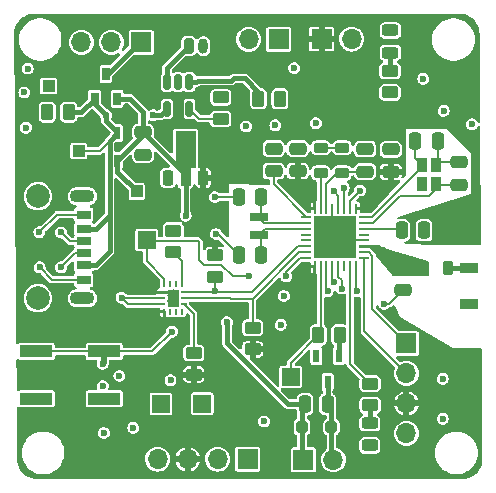
<source format=gbr>
%TF.GenerationSoftware,KiCad,Pcbnew,8.0.3*%
%TF.CreationDate,2025-04-01T13:45:41-05:00*%
%TF.ProjectId,wearable_v2_nrf,77656172-6162-46c6-955f-76325f6e7266,rev?*%
%TF.SameCoordinates,Original*%
%TF.FileFunction,Copper,L1,Top*%
%TF.FilePolarity,Positive*%
%FSLAX46Y46*%
G04 Gerber Fmt 4.6, Leading zero omitted, Abs format (unit mm)*
G04 Created by KiCad (PCBNEW 8.0.3) date 2025-04-01 13:45:41*
%MOMM*%
%LPD*%
G01*
G04 APERTURE LIST*
G04 Aperture macros list*
%AMRoundRect*
0 Rectangle with rounded corners*
0 $1 Rounding radius*
0 $2 $3 $4 $5 $6 $7 $8 $9 X,Y pos of 4 corners*
0 Add a 4 corners polygon primitive as box body*
4,1,4,$2,$3,$4,$5,$6,$7,$8,$9,$2,$3,0*
0 Add four circle primitives for the rounded corners*
1,1,$1+$1,$2,$3*
1,1,$1+$1,$4,$5*
1,1,$1+$1,$6,$7*
1,1,$1+$1,$8,$9*
0 Add four rect primitives between the rounded corners*
20,1,$1+$1,$2,$3,$4,$5,0*
20,1,$1+$1,$4,$5,$6,$7,0*
20,1,$1+$1,$6,$7,$8,$9,0*
20,1,$1+$1,$8,$9,$2,$3,0*%
%AMFreePoly0*
4,1,9,3.862500,-0.866500,0.737500,-0.866500,0.737500,-0.450000,-0.737500,-0.450000,-0.737500,0.450000,0.737500,0.450000,0.737500,0.866500,3.862500,0.866500,3.862500,-0.866500,3.862500,-0.866500,$1*%
G04 Aperture macros list end*
%TA.AperFunction,SMDPad,CuDef*%
%ADD10RoundRect,0.250000X0.262500X0.450000X-0.262500X0.450000X-0.262500X-0.450000X0.262500X-0.450000X0*%
%TD*%
%TA.AperFunction,ComponentPad*%
%ADD11R,1.700000X1.700000*%
%TD*%
%TA.AperFunction,ComponentPad*%
%ADD12O,1.700000X1.700000*%
%TD*%
%TA.AperFunction,ComponentPad*%
%ADD13R,1.500000X1.500000*%
%TD*%
%TA.AperFunction,SMDPad,CuDef*%
%ADD14RoundRect,0.250000X0.450000X-0.262500X0.450000X0.262500X-0.450000X0.262500X-0.450000X-0.262500X0*%
%TD*%
%TA.AperFunction,SMDPad,CuDef*%
%ADD15RoundRect,0.250000X-0.475000X0.250000X-0.475000X-0.250000X0.475000X-0.250000X0.475000X0.250000X0*%
%TD*%
%TA.AperFunction,ComponentPad*%
%ADD16RoundRect,0.200000X-0.200000X-0.450000X0.200000X-0.450000X0.200000X0.450000X-0.200000X0.450000X0*%
%TD*%
%TA.AperFunction,ComponentPad*%
%ADD17O,0.800000X1.300000*%
%TD*%
%TA.AperFunction,SMDPad,CuDef*%
%ADD18RoundRect,0.250000X0.475000X-0.250000X0.475000X0.250000X-0.475000X0.250000X-0.475000X-0.250000X0*%
%TD*%
%TA.AperFunction,SMDPad,CuDef*%
%ADD19R,2.750000X1.000000*%
%TD*%
%TA.AperFunction,SMDPad,CuDef*%
%ADD20RoundRect,0.218750X0.381250X-0.218750X0.381250X0.218750X-0.381250X0.218750X-0.381250X-0.218750X0*%
%TD*%
%TA.AperFunction,SMDPad,CuDef*%
%ADD21RoundRect,0.250000X-0.262500X-0.450000X0.262500X-0.450000X0.262500X0.450000X-0.262500X0.450000X0*%
%TD*%
%TA.AperFunction,SMDPad,CuDef*%
%ADD22RoundRect,0.243750X0.456250X-0.243750X0.456250X0.243750X-0.456250X0.243750X-0.456250X-0.243750X0*%
%TD*%
%TA.AperFunction,SMDPad,CuDef*%
%ADD23RoundRect,0.250000X-0.450000X0.262500X-0.450000X-0.262500X0.450000X-0.262500X0.450000X0.262500X0*%
%TD*%
%TA.AperFunction,SMDPad,CuDef*%
%ADD24RoundRect,0.243750X-0.456250X0.243750X-0.456250X-0.243750X0.456250X-0.243750X0.456250X0.243750X0*%
%TD*%
%TA.AperFunction,SMDPad,CuDef*%
%ADD25R,1.500000X0.800000*%
%TD*%
%TA.AperFunction,SMDPad,CuDef*%
%ADD26RoundRect,0.218750X-0.381250X0.218750X-0.381250X-0.218750X0.381250X-0.218750X0.381250X0.218750X0*%
%TD*%
%TA.AperFunction,SMDPad,CuDef*%
%ADD27RoundRect,0.250000X-0.250000X-0.475000X0.250000X-0.475000X0.250000X0.475000X-0.250000X0.475000X0*%
%TD*%
%TA.AperFunction,SMDPad,CuDef*%
%ADD28R,0.600000X1.100000*%
%TD*%
%TA.AperFunction,SMDPad,CuDef*%
%ADD29RoundRect,0.062500X-0.337500X-0.062500X0.337500X-0.062500X0.337500X0.062500X-0.337500X0.062500X0*%
%TD*%
%TA.AperFunction,SMDPad,CuDef*%
%ADD30RoundRect,0.062500X-0.062500X-0.337500X0.062500X-0.337500X0.062500X0.337500X-0.062500X0.337500X0*%
%TD*%
%TA.AperFunction,HeatsinkPad*%
%ADD31C,0.500000*%
%TD*%
%TA.AperFunction,HeatsinkPad*%
%ADD32R,3.600000X3.600000*%
%TD*%
%TA.AperFunction,SMDPad,CuDef*%
%ADD33RoundRect,0.150000X-0.150000X0.512500X-0.150000X-0.512500X0.150000X-0.512500X0.150000X0.512500X0*%
%TD*%
%TA.AperFunction,SMDPad,CuDef*%
%ADD34R,0.850000X1.200000*%
%TD*%
%TA.AperFunction,SMDPad,CuDef*%
%ADD35R,1.200000X0.700000*%
%TD*%
%TA.AperFunction,SMDPad,CuDef*%
%ADD36R,1.200000X0.760000*%
%TD*%
%TA.AperFunction,SMDPad,CuDef*%
%ADD37R,1.200000X0.800000*%
%TD*%
%TA.AperFunction,ComponentPad*%
%ADD38C,2.010000*%
%TD*%
%TA.AperFunction,ComponentPad*%
%ADD39O,2.100000X1.100000*%
%TD*%
%TA.AperFunction,ComponentPad*%
%ADD40R,1.000000X1.000000*%
%TD*%
%TA.AperFunction,SMDPad,CuDef*%
%ADD41RoundRect,0.225000X0.225000X-0.425000X0.225000X0.425000X-0.225000X0.425000X-0.225000X-0.425000X0*%
%TD*%
%TA.AperFunction,SMDPad,CuDef*%
%ADD42FreePoly0,90.000000*%
%TD*%
%TA.AperFunction,SMDPad,CuDef*%
%ADD43R,0.500000X1.075000*%
%TD*%
%TA.AperFunction,SMDPad,CuDef*%
%ADD44RoundRect,0.250000X0.250000X0.475000X-0.250000X0.475000X-0.250000X-0.475000X0.250000X-0.475000X0*%
%TD*%
%TA.AperFunction,SMDPad,CuDef*%
%ADD45R,0.250000X0.475000*%
%TD*%
%TA.AperFunction,SMDPad,CuDef*%
%ADD46R,0.475000X0.250000*%
%TD*%
%TA.AperFunction,SMDPad,CuDef*%
%ADD47R,0.650000X1.100000*%
%TD*%
%TA.AperFunction,SMDPad,CuDef*%
%ADD48RoundRect,0.218750X-0.218750X-0.381250X0.218750X-0.381250X0.218750X0.381250X-0.218750X0.381250X0*%
%TD*%
%TA.AperFunction,SMDPad,CuDef*%
%ADD49R,1.600200X0.863600*%
%TD*%
%TA.AperFunction,SMDPad,CuDef*%
%ADD50RoundRect,0.250000X-0.250000X-0.250000X0.250000X-0.250000X0.250000X0.250000X-0.250000X0.250000X0*%
%TD*%
%TA.AperFunction,ViaPad*%
%ADD51C,0.600000*%
%TD*%
%TA.AperFunction,Conductor*%
%ADD52C,0.200000*%
%TD*%
%TA.AperFunction,Conductor*%
%ADD53C,0.400000*%
%TD*%
G04 APERTURE END LIST*
D10*
%TO.P,R16,1*%
%TO.N,/STAT*%
X104837500Y-55825000D03*
%TO.P,R16,2*%
%TO.N,Net-(IC1-STAT)*%
X103012500Y-55825000D03*
%TD*%
D11*
%TO.P,SW2,1,A*%
%TO.N,Net-(Q1-D)*%
X93115000Y-51050000D03*
D12*
%TO.P,SW2,2,B*%
%TO.N,/VBAT+*%
X90575000Y-51050000D03*
%TO.P,SW2,3,C*%
%TO.N,unconnected-(SW2-C-Pad3)*%
X88035000Y-51050000D03*
%TD*%
D11*
%TO.P,J3,1,Pin_1*%
%TO.N,/USART1_TX*%
X102100000Y-86350000D03*
D12*
%TO.P,J3,2,Pin_2*%
%TO.N,/USART1_RX*%
X99560000Y-86350000D03*
%TO.P,J3,3,Pin_3*%
%TO.N,+3.3V*%
X97020000Y-86350000D03*
%TO.P,J3,4,Pin_4*%
%TO.N,GND*%
X94480000Y-86350000D03*
%TD*%
D13*
%TO.P,TP5,1,1*%
%TO.N,/I2C1_SCL*%
X94750000Y-81675000D03*
%TD*%
%TO.P,TP4,1,1*%
%TO.N,/I2C1_SDA*%
X98275000Y-81650000D03*
%TD*%
D12*
%TO.P,R5,2*%
%TO.N,/ADC1_N*%
X102185000Y-50800000D03*
D11*
%TO.P,R5,1*%
%TO.N,/ADC1_P*%
X104725000Y-50800000D03*
%TD*%
%TO.P,J4,1,Pin_1*%
%TO.N,+3.3V*%
X108375000Y-50775000D03*
D12*
%TO.P,J4,2,Pin_2*%
%TO.N,GND*%
X110915000Y-50775000D03*
%TD*%
D14*
%TO.P,R15,2*%
%TO.N,Net-(U3-CSB)*%
X97550000Y-77362500D03*
%TO.P,R15,1*%
%TO.N,+3.3V*%
X97550000Y-79187500D03*
%TD*%
%TO.P,R14,1*%
%TO.N,Net-(U3-SDO)*%
X95800000Y-68812500D03*
%TO.P,R14,2*%
%TO.N,GND*%
X95800000Y-66987500D03*
%TD*%
D15*
%TO.P,C13,1*%
%TO.N,GND*%
X119981500Y-61194500D03*
%TO.P,C13,2*%
%TO.N,/X2*%
X119981500Y-63094500D03*
%TD*%
D16*
%TO.P,BT1,1,+*%
%TO.N,/VBAT+*%
X97100000Y-51375000D03*
D17*
%TO.P,BT1,2,-*%
%TO.N,GND*%
X98350000Y-51375000D03*
%TD*%
D18*
%TO.P,C8,1*%
%TO.N,/DEC4*%
X112050000Y-62000000D03*
%TO.P,C8,2*%
%TO.N,GND*%
X112050000Y-60100000D03*
%TD*%
D19*
%TO.P,SW1,1,1*%
%TO.N,/NRST*%
X84225000Y-77225000D03*
X89975000Y-77225000D03*
%TO.P,SW1,2,2*%
%TO.N,GND*%
X84225000Y-81225000D03*
X89975000Y-81225000D03*
%TD*%
D20*
%TO.P,L2,1*%
%TO.N,/DCC*%
X108300000Y-62112500D03*
%TO.P,L2,2*%
%TO.N,Net-(L2-Pad2)*%
X108300000Y-59987500D03*
%TD*%
D21*
%TO.P,R8,1*%
%TO.N,/HAPTIC*%
X108087500Y-75825000D03*
%TO.P,R8,2*%
%TO.N,Net-(Q2-B)*%
X109912500Y-75825000D03*
%TD*%
D18*
%TO.P,C9,1*%
%TO.N,+3.3V*%
X106350000Y-61950000D03*
%TO.P,C9,2*%
%TO.N,GND*%
X106350000Y-60050000D03*
%TD*%
D22*
%TO.P,D2,1,K*%
%TO.N,GND*%
X112450000Y-85187500D03*
%TO.P,D2,2,A*%
%TO.N,Net-(D2-A)*%
X112450000Y-83312500D03*
%TD*%
D23*
%TO.P,R6,1*%
%TO.N,/LED1*%
X112475000Y-79950000D03*
%TO.P,R6,2*%
%TO.N,Net-(D2-A)*%
X112475000Y-81775000D03*
%TD*%
D24*
%TO.P,D3,2,A*%
%TO.N,Net-(D3-A)*%
X114200000Y-51925000D03*
%TO.P,D3,1,K*%
%TO.N,GND*%
X114200000Y-50050000D03*
%TD*%
D23*
%TO.P,R1,1*%
%TO.N,+3.3V*%
X99375000Y-69075000D03*
%TO.P,R1,2*%
%TO.N,/I2C1_SDA*%
X99375000Y-70900000D03*
%TD*%
D15*
%TO.P,C1,1*%
%TO.N,VCC*%
X93250000Y-58650000D03*
%TO.P,C1,2*%
%TO.N,GND*%
X93250000Y-60550000D03*
%TD*%
D25*
%TO.P,Y2,1,1*%
%TO.N,/RCC_OSC32_IN*%
X103025000Y-65850000D03*
%TO.P,Y2,2,2*%
%TO.N,/RCC_OSC32_OUT*%
X103025000Y-67350000D03*
%TD*%
D11*
%TO.P,M1,1,+*%
%TO.N,VCC*%
X106825000Y-86400000D03*
D12*
%TO.P,M1,2,-*%
%TO.N,Net-(D4-A)*%
X109365000Y-86400000D03*
%TD*%
D11*
%TO.P,J1,1,Pin_1*%
%TO.N,/SWDIO*%
X115550000Y-76545000D03*
D12*
%TO.P,J1,2,Pin_2*%
%TO.N,/SWCLK*%
X115550000Y-79085000D03*
%TO.P,J1,3,Pin_3*%
%TO.N,+3.3V*%
X115550000Y-81625000D03*
%TO.P,J1,4,Pin_4*%
%TO.N,GND*%
X115550000Y-84165000D03*
%TD*%
D13*
%TO.P,TP6,1,1*%
%TO.N,/INT1*%
X93550000Y-67775000D03*
%TD*%
D26*
%TO.P,L3,1*%
%TO.N,Net-(L2-Pad2)*%
X110100000Y-59987500D03*
%TO.P,L3,2*%
%TO.N,/DEC4*%
X110100000Y-62112500D03*
%TD*%
D27*
%TO.P,C6,1*%
%TO.N,GND*%
X101375000Y-69025000D03*
%TO.P,C6,2*%
%TO.N,/RCC_OSC32_OUT*%
X103275000Y-69025000D03*
%TD*%
%TO.P,C7,1*%
%TO.N,/DEC3*%
X115150000Y-66975000D03*
%TO.P,C7,2*%
%TO.N,GND*%
X117050000Y-66975000D03*
%TD*%
D10*
%TO.P,R13,1*%
%TO.N,/VBUS*%
X86962500Y-56975000D03*
%TO.P,R13,2*%
%TO.N,GND*%
X85137500Y-56975000D03*
%TD*%
D28*
%TO.P,Q2,1,B*%
%TO.N,Net-(Q2-B)*%
X109825000Y-77600000D03*
%TO.P,Q2,2,E*%
%TO.N,GND*%
X107925000Y-77600000D03*
%TO.P,Q2,3,C*%
%TO.N,Net-(D4-A)*%
X108875000Y-79800000D03*
%TD*%
D29*
%TO.P,U1,1,DEC1*%
%TO.N,/DEC1*%
X107075000Y-65825000D03*
%TO.P,U1,2,XL1/P0.00*%
%TO.N,/RCC_OSC32_IN*%
X107075000Y-66325000D03*
%TO.P,U1,3,XL2/P0.01*%
%TO.N,/RCC_OSC32_OUT*%
X107075000Y-66825000D03*
%TO.P,U1,4,AIN2/P0.04*%
%TO.N,unconnected-(U1-AIN2{slash}P0.04-Pad4)*%
X107075000Y-67325000D03*
%TO.P,U1,5,AIN3/P0.05*%
%TO.N,unconnected-(U1-AIN3{slash}P0.05-Pad5)*%
X107075000Y-67825000D03*
%TO.P,U1,6,P0.06*%
%TO.N,/I2C1_SDA*%
X107075000Y-68325000D03*
%TO.P,U1,7,P0.09*%
%TO.N,/I2C1_SCL*%
X107075000Y-68825000D03*
%TO.P,U1,8,P0.10*%
%TO.N,/INT1*%
X107075000Y-69325000D03*
D30*
%TO.P,U1,9,VDD*%
%TO.N,+3.3V*%
X107775000Y-70025000D03*
%TO.P,U1,10,P0.12*%
%TO.N,/HAPTIC*%
X108275000Y-70025000D03*
%TO.P,U1,11,P0.14*%
%TO.N,/USART1_RX*%
X108775000Y-70025000D03*
%TO.P,U1,12,P0.15*%
%TO.N,/USART1_TX*%
X109275000Y-70025000D03*
%TO.P,U1,13,P0.16*%
%TO.N,/STAT*%
X109775000Y-70025000D03*
%TO.P,U1,14,P0.18*%
%TO.N,unconnected-(U1-P0.18-Pad14)*%
X110275000Y-70025000D03*
%TO.P,U1,15,P0.20*%
%TO.N,/LED1*%
X110775000Y-70025000D03*
%TO.P,U1,16,P0.21/~{RESET}*%
%TO.N,/NRST*%
X111275000Y-70025000D03*
D29*
%TO.P,U1,17,SWDCLK*%
%TO.N,/SWCLK*%
X111975000Y-69325000D03*
%TO.P,U1,18,SWDIO*%
%TO.N,/SWDIO*%
X111975000Y-68825000D03*
%TO.P,U1,19,ANT*%
%TO.N,/RF1*%
X111975000Y-68325000D03*
%TO.P,U1,20,VSS*%
%TO.N,GND*%
X111975000Y-67825000D03*
%TO.P,U1,21,DEC2*%
%TO.N,unconnected-(U1-DEC2-Pad21)*%
X111975000Y-67325000D03*
%TO.P,U1,22,DEC3*%
%TO.N,/DEC3*%
X111975000Y-66825000D03*
%TO.P,U1,23,XC1*%
%TO.N,/X2*%
X111975000Y-66325000D03*
%TO.P,U1,24,XC2*%
%TO.N,/X1*%
X111975000Y-65825000D03*
D30*
%TO.P,U1,25,VDD*%
%TO.N,+3.3V*%
X111275000Y-65125000D03*
%TO.P,U1,26,P0.25*%
%TO.N,/LED0*%
X110775000Y-65125000D03*
%TO.P,U1,27,AIN4/P0.28*%
%TO.N,/ADC1_P*%
X110275000Y-65125000D03*
%TO.P,U1,28,AIN6/P0.30*%
%TO.N,/ADC1_N*%
X109775000Y-65125000D03*
%TO.P,U1,29,VSS*%
%TO.N,GND*%
X109275000Y-65125000D03*
%TO.P,U1,30,DEC4*%
%TO.N,/DEC4*%
X108775000Y-65125000D03*
%TO.P,U1,31,DCC*%
%TO.N,/DCC*%
X108275000Y-65125000D03*
%TO.P,U1,32,VDD*%
%TO.N,+3.3V*%
X107775000Y-65125000D03*
D31*
%TO.P,U1,33,VSS*%
%TO.N,GND*%
X108525000Y-66575000D03*
X108525000Y-67575000D03*
X108525000Y-68575000D03*
X109525000Y-66575000D03*
X109525000Y-67575000D03*
D32*
X109525000Y-67575000D03*
D31*
X109525000Y-68575000D03*
X110525000Y-66575000D03*
X110525000Y-67575000D03*
X110525000Y-68575000D03*
%TD*%
D18*
%TO.P,C10,1*%
%TO.N,+3.3V*%
X114225000Y-62025000D03*
%TO.P,C10,2*%
%TO.N,GND*%
X114225000Y-60125000D03*
%TD*%
D33*
%TO.P,IC1,5,PROG*%
%TO.N,/prog*%
X97175000Y-56687500D03*
%TO.P,IC1,4,VDD*%
%TO.N,/VBUS*%
X95275000Y-56687500D03*
%TO.P,IC1,3,VBAT*%
%TO.N,/VBAT+*%
X95275000Y-54412500D03*
%TO.P,IC1,2,VSS*%
%TO.N,GND*%
X96225000Y-54412500D03*
%TO.P,IC1,1,STAT*%
%TO.N,Net-(IC1-STAT)*%
X97175000Y-54412500D03*
%TD*%
D34*
%TO.P,Y1,1,X1*%
%TO.N,/X1*%
X116893500Y-61431500D03*
%TO.P,Y1,2,GND_1*%
%TO.N,GND*%
X116893500Y-63057500D03*
%TO.P,Y1,3,X2*%
%TO.N,/X2*%
X118093500Y-63057500D03*
%TO.P,Y1,4,GND_2*%
%TO.N,GND*%
X118093500Y-61431500D03*
%TD*%
D14*
%TO.P,R7,1*%
%TO.N,/LED0*%
X114150000Y-55300000D03*
%TO.P,R7,2*%
%TO.N,Net-(D3-A)*%
X114150000Y-53475000D03*
%TD*%
D35*
%TO.P,J2,A5,CC1*%
%TO.N,Net-(J2-CC1)*%
X88227500Y-67900000D03*
D36*
%TO.P,J2,A9,VBUS_1*%
%TO.N,/VBUS*%
X88227500Y-69920000D03*
D37*
%TO.P,J2,A12,GND_1*%
%TO.N,GND*%
X88227500Y-71150000D03*
D35*
%TO.P,J2,B5,CC2*%
%TO.N,Net-(J2-CC2)*%
X88227500Y-68900000D03*
D36*
%TO.P,J2,B9,VBUS_2*%
%TO.N,/VBUS*%
X88227500Y-66880000D03*
D37*
%TO.P,J2,B12,GND_2*%
%TO.N,GND*%
X88227500Y-65650000D03*
D38*
%TO.P,J2,MH1,MH1*%
%TO.N,unconnected-(J2-PadMH1)*%
X84347500Y-64080000D03*
%TO.P,J2,MH2,MH2*%
%TO.N,unconnected-(J2-PadMH2)*%
X84347500Y-72720000D03*
D39*
%TO.P,J2,MH3,MH3*%
%TO.N,unconnected-(J2-PadMH3)*%
X88118500Y-64082000D03*
%TO.P,J2,MH4,MH4*%
%TO.N,unconnected-(J2-PadMH4)*%
X88118500Y-72718000D03*
%TD*%
D40*
%TO.P,TP2,1,1*%
%TO.N,/VBAT+*%
X85250000Y-54750000D03*
%TD*%
D41*
%TO.P,U4,1,GND*%
%TO.N,GND*%
X95350000Y-62525000D03*
D42*
%TO.P,U4,2,VI*%
%TO.N,VCC*%
X96850000Y-62437500D03*
D41*
%TO.P,U4,3,VO*%
%TO.N,+3.3V*%
X98350000Y-62525000D03*
%TD*%
D43*
%TO.P,D1,1,K*%
%TO.N,VCC*%
X91075000Y-61062000D03*
%TO.P,D1,2,A*%
%TO.N,/VBUS*%
X91075000Y-58738000D03*
%TD*%
D44*
%TO.P,C12,1*%
%TO.N,GND*%
X118206500Y-59419500D03*
%TO.P,C12,2*%
%TO.N,/X1*%
X116306500Y-59419500D03*
%TD*%
D45*
%TO.P,U3,1,SDO*%
%TO.N,Net-(U3-SDO)*%
X96550000Y-71550000D03*
%TO.P,U3,2,ASDX*%
%TO.N,unconnected-(U3-ASDX-Pad2)*%
X96050000Y-71550000D03*
%TO.P,U3,3,ASCX*%
%TO.N,unconnected-(U3-ASCX-Pad3)*%
X95550000Y-71550000D03*
%TO.P,U3,4,INT1*%
%TO.N,/INT1*%
X95050000Y-71550000D03*
D46*
%TO.P,U3,5,VDDIO*%
%TO.N,+3.3V*%
X94887500Y-72212500D03*
%TO.P,U3,6,GNDIO*%
%TO.N,GND*%
X94887500Y-72712500D03*
%TO.P,U3,7,GND*%
X94887500Y-73212500D03*
D45*
%TO.P,U3,8,VDD*%
%TO.N,+3.3V*%
X95050000Y-73875000D03*
%TO.P,U3,9,INT2*%
%TO.N,unconnected-(U3-INT2-Pad9)*%
X95550000Y-73875000D03*
%TO.P,U3,10,OSCB*%
%TO.N,unconnected-(U3-OSCB-Pad10)*%
X96050000Y-73875000D03*
%TO.P,U3,11,OSDO*%
%TO.N,unconnected-(U3-OSDO-Pad11)*%
X96550000Y-73875000D03*
D46*
%TO.P,U3,12,CSB*%
%TO.N,Net-(U3-CSB)*%
X96712500Y-73212500D03*
%TO.P,U3,13,SCX*%
%TO.N,/I2C1_SCL*%
X96712500Y-72712500D03*
%TO.P,U3,14,SDX*%
%TO.N,/I2C1_SDA*%
X96712500Y-72212500D03*
%TD*%
D47*
%TO.P,Q1,1,G*%
%TO.N,/VBUS*%
X89140000Y-55825000D03*
%TO.P,Q1,2,S*%
%TO.N,VCC*%
X91060000Y-55825000D03*
%TO.P,Q1,3,D*%
%TO.N,Net-(Q1-D)*%
X90100000Y-53725000D03*
%TD*%
D40*
%TO.P,TP1,1,1*%
%TO.N,/VBUS*%
X87800000Y-60250000D03*
%TD*%
D14*
%TO.P,R10,1*%
%TO.N,+3.3V*%
X102525000Y-77050000D03*
%TO.P,R10,2*%
%TO.N,/I2C1_SCL*%
X102525000Y-75225000D03*
%TD*%
D48*
%TO.P,L1,1,1*%
%TO.N,/RF1*%
X116937500Y-70200000D03*
%TO.P,L1,2,2*%
%TO.N,Net-(L1-Pad2)*%
X119062500Y-70200000D03*
%TD*%
D14*
%TO.P,R9,1*%
%TO.N,/prog*%
X99825000Y-57537500D03*
%TO.P,R9,2*%
%TO.N,GND*%
X99825000Y-55712500D03*
%TD*%
D49*
%TO.P,U5,1,1*%
%TO.N,Net-(L1-Pad2)*%
X120825000Y-70175000D03*
%TO.P,U5,2,2*%
%TO.N,unconnected-(U5-Pad2)*%
X120825000Y-73222602D03*
%TD*%
D50*
%TO.P,D4,1,K*%
%TO.N,VCC*%
X106700000Y-83625000D03*
%TO.P,D4,2,A*%
%TO.N,Net-(D4-A)*%
X109200000Y-83625000D03*
%TD*%
D15*
%TO.P,C3,1*%
%TO.N,/RF1*%
X115262500Y-70125000D03*
%TO.P,C3,2*%
%TO.N,GND*%
X115262500Y-72025000D03*
%TD*%
D27*
%TO.P,C11,1*%
%TO.N,VCC*%
X106975000Y-81675000D03*
%TO.P,C11,2*%
%TO.N,Net-(D4-A)*%
X108875000Y-81675000D03*
%TD*%
%TO.P,C5,1*%
%TO.N,GND*%
X101375000Y-64150000D03*
%TO.P,C5,2*%
%TO.N,/RCC_OSC32_IN*%
X103275000Y-64150000D03*
%TD*%
D13*
%TO.P,TP7,1,1*%
%TO.N,/HAPTIC*%
X105750000Y-79375000D03*
%TD*%
D40*
%TO.P,TP3,1,1*%
%TO.N,VCC*%
X92725000Y-63675000D03*
%TD*%
D18*
%TO.P,C4,1*%
%TO.N,/DEC1*%
X104300000Y-61950000D03*
%TO.P,C4,2*%
%TO.N,GND*%
X104300000Y-60050000D03*
%TD*%
D51*
%TO.N,GND*%
X96225000Y-54450000D03*
%TO.N,/STAT*%
X104850000Y-55825000D03*
%TO.N,/VBUS*%
X94100000Y-57225000D03*
X90125000Y-57225000D03*
%TO.N,+3.3V*%
X119525000Y-54575000D03*
X115950000Y-56350000D03*
%TO.N,GND*%
X116975000Y-54150000D03*
X104450000Y-58075000D03*
%TO.N,+3.3V*%
X99350000Y-69075000D03*
X97550000Y-79175000D03*
%TO.N,/NRST*%
X95700000Y-75550000D03*
%TO.N,GND*%
X95775000Y-67000000D03*
X112225000Y-60100000D03*
X106400000Y-60075000D03*
X89925000Y-84125000D03*
X112475000Y-85225000D03*
X92425000Y-83700000D03*
X103500000Y-83150000D03*
X85137500Y-56975000D03*
X83475000Y-53275000D03*
X99825000Y-55712500D03*
X84475000Y-67125000D03*
X117075000Y-66975000D03*
X118206500Y-59419500D03*
X89975000Y-81225000D03*
X118625000Y-79550000D03*
X114225000Y-60125000D03*
X91425000Y-72675000D03*
X93250000Y-60525000D03*
X106043872Y-53231128D03*
X113675000Y-73175000D03*
X83325000Y-58275000D03*
X95575000Y-79675000D03*
X83200000Y-55300000D03*
X101975000Y-58175000D03*
X119981500Y-61194500D03*
X114150000Y-50100000D03*
X89850000Y-80175000D03*
X107925000Y-77600000D03*
X91250000Y-79300000D03*
X105175000Y-72525000D03*
X99325000Y-64150000D03*
X107875000Y-57900000D03*
X84225000Y-81300000D03*
X84500000Y-70100000D03*
X95325000Y-62550000D03*
X99425000Y-67275000D03*
X104275000Y-60037500D03*
X118625000Y-82925000D03*
X116893500Y-63057500D03*
X104900000Y-74975000D03*
X118700000Y-56850000D03*
X121100000Y-58000000D03*
%TO.N,VCC*%
X96850000Y-65725000D03*
X93225000Y-58600000D03*
X91060000Y-55825000D03*
X100350000Y-74750000D03*
%TO.N,/NRST*%
X89825000Y-78275000D03*
X111375000Y-72125000D03*
%TO.N,+3.3V*%
X91950000Y-85700000D03*
X100950000Y-53000000D03*
X93400000Y-75600000D03*
X89800000Y-86500000D03*
X95300000Y-84225000D03*
X102175000Y-59475000D03*
X119675000Y-79325000D03*
X107300000Y-53475000D03*
X100275000Y-77875000D03*
X101550000Y-54800000D03*
X119879507Y-81477661D03*
X116440695Y-86922447D03*
X106175000Y-57850000D03*
X83500000Y-59525000D03*
X91825000Y-49150000D03*
X87575000Y-86000000D03*
X113850000Y-86775000D03*
X94725000Y-78300000D03*
X89650000Y-75150000D03*
X91850000Y-74375000D03*
X104125000Y-76800000D03*
X104150000Y-75475000D03*
X93150000Y-54275000D03*
X103950000Y-53575000D03*
X109612500Y-54000000D03*
X88400000Y-49150000D03*
X101250000Y-78950000D03*
X91475000Y-65475000D03*
X102050000Y-53000000D03*
%TO.N,Net-(J2-CC2)*%
X86312500Y-70100000D03*
%TO.N,Net-(J2-CC1)*%
X86312500Y-67150000D03*
%TO.N,/USART1_RX*%
X108875000Y-72125000D03*
%TO.N,/USART1_TX*%
X109375000Y-71327761D03*
%TO.N,/ADC1_P*%
X110236765Y-63361765D03*
%TO.N,/LED0*%
X114150000Y-55300000D03*
X111625000Y-63600000D03*
%TO.N,/I2C1_SDA*%
X99347551Y-72112500D03*
%TO.N,/I2C1_SCL*%
X102525000Y-75225000D03*
%TO.N,/INT1*%
X102200000Y-70875000D03*
X105375000Y-70875000D03*
%TO.N,/ADC1_N*%
X109375000Y-63675000D03*
%TO.N,/VBUS*%
X91050000Y-58625000D03*
%TO.N,/STAT*%
X110075000Y-71900000D03*
%TD*%
D52*
%TO.N,+3.3V*%
X91850000Y-74375000D02*
X92350000Y-73875000D01*
X92350000Y-73875000D02*
X95050000Y-73875000D01*
%TO.N,/prog*%
X98025000Y-57537500D02*
X97175000Y-56687500D01*
X99825000Y-57537500D02*
X98025000Y-57537500D01*
D53*
%TO.N,/VBAT+*%
X95275000Y-53225000D02*
X95275000Y-54412500D01*
X95262500Y-53212500D02*
X95275000Y-53225000D01*
%TO.N,Net-(IC1-STAT)*%
X97762500Y-54412500D02*
X97175000Y-54412500D01*
X97875000Y-54300000D02*
X97762500Y-54412500D01*
%TO.N,/VBUS*%
X94737500Y-57225000D02*
X95275000Y-56687500D01*
X94100000Y-57225000D02*
X94737500Y-57225000D01*
%TO.N,/STAT*%
X104837500Y-55825000D02*
X104850000Y-55825000D01*
%TO.N,Net-(IC1-STAT)*%
X101839950Y-54100000D02*
X103012500Y-55272550D01*
X100725000Y-54300000D02*
X100925000Y-54100000D01*
X97875000Y-54300000D02*
X100725000Y-54300000D01*
X103012500Y-55272550D02*
X103012500Y-55825000D01*
X100925000Y-54100000D02*
X101839950Y-54100000D01*
%TO.N,/VBAT+*%
X95262500Y-53212500D02*
X97100000Y-51375000D01*
%TO.N,Net-(Q1-D)*%
X90250000Y-53725000D02*
X92875000Y-51100000D01*
X90100000Y-53725000D02*
X90250000Y-53725000D01*
%TO.N,/VBUS*%
X90125000Y-57700000D02*
X91050000Y-58625000D01*
X90125000Y-57225000D02*
X90125000Y-57700000D01*
X87990000Y-56975000D02*
X89140000Y-55825000D01*
X86962500Y-56975000D02*
X87990000Y-56975000D01*
X89140000Y-56240000D02*
X90125000Y-57225000D01*
X89140000Y-55825000D02*
X89140000Y-56240000D01*
%TO.N,VCC*%
X93250000Y-56915000D02*
X93250000Y-58650000D01*
X92160000Y-55825000D02*
X93250000Y-56915000D01*
X91060000Y-55825000D02*
X92160000Y-55825000D01*
D52*
%TO.N,Net-(U3-CSB)*%
X97550000Y-77362500D02*
X97550000Y-74050000D01*
%TO.N,/DEC4*%
X108775000Y-63050000D02*
X109712500Y-62112500D01*
X108775000Y-65125000D02*
X108775000Y-63050000D01*
X109712500Y-62112500D02*
X110100000Y-62112500D01*
%TO.N,/ADC1_P*%
X110275000Y-63400000D02*
X110275000Y-65125000D01*
X110236765Y-63361765D02*
X110275000Y-63400000D01*
%TO.N,/INT1*%
X93550000Y-69587500D02*
X93550000Y-67775000D01*
X95050000Y-71087500D02*
X93550000Y-69587500D01*
X95050000Y-71550000D02*
X95050000Y-71087500D01*
%TO.N,Net-(U3-CSB)*%
X97550000Y-74050000D02*
X96712500Y-73212500D01*
%TO.N,/NRST*%
X94025000Y-77225000D02*
X89975000Y-77225000D01*
X95700000Y-75550000D02*
X94025000Y-77225000D01*
%TO.N,/INT1*%
X98025000Y-68000000D02*
X97875000Y-67850000D01*
X97875000Y-67850000D02*
X93625000Y-67850000D01*
X93625000Y-67850000D02*
X93550000Y-67775000D01*
%TO.N,Net-(U3-SDO)*%
X96550000Y-69562500D02*
X96550000Y-71550000D01*
X95800000Y-68812500D02*
X96550000Y-69562500D01*
%TO.N,/INT1*%
X98025000Y-69475000D02*
X98025000Y-68000000D01*
X98437500Y-69887500D02*
X98025000Y-69475000D01*
X99859744Y-69887500D02*
X98437500Y-69887500D01*
X100847244Y-70875000D02*
X99859744Y-69887500D01*
X102200000Y-70875000D02*
X100847244Y-70875000D01*
D53*
%TO.N,VCC*%
X96850000Y-65725000D02*
X96850000Y-62437500D01*
D52*
%TO.N,GND*%
X91425000Y-72675000D02*
X91962500Y-73212500D01*
X91462500Y-72712500D02*
X94887500Y-72712500D01*
X91425000Y-72675000D02*
X91462500Y-72712500D01*
X91962500Y-73212500D02*
X94887500Y-73212500D01*
X119981500Y-61194500D02*
X118330500Y-61194500D01*
X109275000Y-65125000D02*
X109275000Y-66325000D01*
X118206500Y-59419500D02*
X118206500Y-61318500D01*
X110775000Y-67825000D02*
X110525000Y-67575000D01*
X114112500Y-73175000D02*
X113675000Y-73175000D01*
X88227500Y-71150000D02*
X85550000Y-71150000D01*
X111975000Y-67825000D02*
X110775000Y-67825000D01*
X101375000Y-69025000D02*
X99625000Y-67275000D01*
X101375000Y-64150000D02*
X99325000Y-64150000D01*
X115262500Y-72025000D02*
X114112500Y-73175000D01*
X99625000Y-67275000D02*
X99425000Y-67275000D01*
X118206500Y-61318500D02*
X118093500Y-61431500D01*
X85550000Y-71150000D02*
X84500000Y-70100000D01*
X109275000Y-66325000D02*
X109525000Y-66575000D01*
X118330500Y-61194500D02*
X118093500Y-61431500D01*
X88227500Y-65650000D02*
X85950000Y-65650000D01*
X85950000Y-65650000D02*
X84475000Y-67125000D01*
D53*
%TO.N,VCC*%
X93250000Y-58650000D02*
X93250000Y-58625000D01*
X93250000Y-58887000D02*
X91075000Y-61062000D01*
X93250000Y-58650000D02*
X96850000Y-62250000D01*
X106700000Y-86275000D02*
X106825000Y-86400000D01*
X105511334Y-81675000D02*
X106975000Y-81675000D01*
X100350000Y-76513666D02*
X105511334Y-81675000D01*
X106700000Y-83625000D02*
X106700000Y-86275000D01*
X100350000Y-74750000D02*
X100350000Y-76513666D01*
X96850000Y-62250000D02*
X96850000Y-62437500D01*
X106700000Y-83625000D02*
X106700000Y-81950000D01*
X93250000Y-58625000D02*
X93225000Y-58600000D01*
X106700000Y-81950000D02*
X106975000Y-81675000D01*
X93250000Y-58650000D02*
X93250000Y-58887000D01*
X91075000Y-62025000D02*
X92725000Y-63675000D01*
X91075000Y-61062000D02*
X91075000Y-62025000D01*
D52*
%TO.N,/NRST*%
X89800000Y-77225000D02*
X89800000Y-78250000D01*
X89800000Y-78250000D02*
X89825000Y-78275000D01*
X111275000Y-72025000D02*
X111275000Y-70025000D01*
X84050000Y-77225000D02*
X89800000Y-77225000D01*
X111375000Y-72125000D02*
X111275000Y-72025000D01*
D53*
X89975000Y-78125000D02*
X89825000Y-78275000D01*
X89975000Y-77225000D02*
X89975000Y-78125000D01*
D52*
%TO.N,/RF1*%
X113612500Y-68475000D02*
X115262500Y-70125000D01*
X111975000Y-68325000D02*
X113275000Y-68325000D01*
X113275000Y-68325000D02*
X113425000Y-68475000D01*
X113425000Y-68475000D02*
X113612500Y-68475000D01*
%TO.N,/DEC1*%
X104300000Y-63050000D02*
X104300000Y-61950000D01*
X107075000Y-65825000D02*
X104300000Y-63050000D01*
%TO.N,/RCC_OSC32_IN*%
X103500000Y-66325000D02*
X103025000Y-65850000D01*
X103275000Y-65600000D02*
X103025000Y-65850000D01*
X103275000Y-64150000D02*
X103275000Y-65600000D01*
X107075000Y-66325000D02*
X103500000Y-66325000D01*
%TO.N,/RCC_OSC32_OUT*%
X103275000Y-67600000D02*
X103025000Y-67350000D01*
X103550000Y-66825000D02*
X103025000Y-67350000D01*
X103275000Y-69025000D02*
X103275000Y-67600000D01*
X107075000Y-66825000D02*
X103550000Y-66825000D01*
%TO.N,/DEC3*%
X115000000Y-66825000D02*
X111975000Y-66825000D01*
X115150000Y-66975000D02*
X115000000Y-66825000D01*
%TO.N,/DEC4*%
X112050000Y-62000000D02*
X110212500Y-62000000D01*
X110212500Y-62000000D02*
X110100000Y-62112500D01*
%TO.N,+3.3V*%
X111275000Y-64975000D02*
X111275000Y-65125000D01*
D53*
%TO.N,Net-(D4-A)*%
X109200000Y-83625000D02*
X109200000Y-82000000D01*
X108875000Y-81675000D02*
X108875000Y-79800000D01*
X109200000Y-83625000D02*
X109200000Y-86235000D01*
X109200000Y-86235000D02*
X109365000Y-86400000D01*
X109200000Y-82000000D02*
X108875000Y-81675000D01*
D52*
%TO.N,/X1*%
X116893500Y-61431500D02*
X116893500Y-61606500D01*
X116306500Y-60844500D02*
X116893500Y-61431500D01*
X116893500Y-61606500D02*
X112675000Y-65825000D01*
X112675000Y-65825000D02*
X111975000Y-65825000D01*
X116306500Y-59419500D02*
X116306500Y-60844500D01*
X116893500Y-61582500D02*
X116893500Y-61431500D01*
%TO.N,/X2*%
X114965686Y-64100000D02*
X117476000Y-64100000D01*
X118093500Y-63482500D02*
X118093500Y-63057500D01*
X118130500Y-63094500D02*
X118093500Y-63057500D01*
X112740686Y-66325000D02*
X114965686Y-64100000D01*
X111975000Y-66325000D02*
X112740686Y-66325000D01*
X117476000Y-64100000D02*
X118093500Y-63482500D01*
X119981500Y-63094500D02*
X118130500Y-63094500D01*
D53*
%TO.N,/VBUS*%
X88227500Y-69920000D02*
X89227500Y-69920000D01*
D52*
X87800000Y-60250000D02*
X89563000Y-60250000D01*
D53*
X90425000Y-68722500D02*
X90425000Y-59388000D01*
X90425000Y-59388000D02*
X91075000Y-58738000D01*
X88227500Y-66880000D02*
X89227500Y-66880000D01*
X89227500Y-69920000D02*
X90425000Y-68722500D01*
X89227500Y-66880000D02*
X90425000Y-65682500D01*
D52*
X89563000Y-60250000D02*
X91075000Y-58738000D01*
D53*
%TO.N,Net-(D2-A)*%
X112475000Y-83287500D02*
X112450000Y-83312500D01*
X112475000Y-81775000D02*
X112475000Y-83287500D01*
%TO.N,Net-(D3-A)*%
X114200000Y-53425000D02*
X114150000Y-53475000D01*
X114200000Y-51925000D02*
X114200000Y-53425000D01*
D52*
%TO.N,/SWCLK*%
X111975000Y-75510000D02*
X115550000Y-79085000D01*
X111975000Y-69325000D02*
X111975000Y-75510000D01*
%TO.N,/SWDIO*%
X112675000Y-69110614D02*
X112675000Y-73670000D01*
X112389386Y-68825000D02*
X112675000Y-69110614D01*
X112675000Y-73670000D02*
X115550000Y-76545000D01*
X111975000Y-68825000D02*
X112389386Y-68825000D01*
%TO.N,Net-(J2-CC2)*%
X87512500Y-68900000D02*
X86312500Y-70100000D01*
X88227500Y-68900000D02*
X87512500Y-68900000D01*
%TO.N,Net-(J2-CC1)*%
X87062500Y-67900000D02*
X86312500Y-67150000D01*
X88227500Y-67900000D02*
X87062500Y-67900000D01*
%TO.N,/USART1_RX*%
X108775000Y-70025000D02*
X108775000Y-72025000D01*
X108775000Y-72025000D02*
X108875000Y-72125000D01*
%TO.N,/USART1_TX*%
X109275000Y-71227761D02*
X109375000Y-71327761D01*
X109275000Y-70025000D02*
X109275000Y-71227761D01*
D53*
%TO.N,Net-(L1-Pad2)*%
X120825000Y-70175000D02*
X119087500Y-70175000D01*
X119087500Y-70175000D02*
X119062500Y-70200000D01*
D52*
%TO.N,Net-(L2-Pad2)*%
X110100000Y-59987500D02*
X108300000Y-59987500D01*
%TO.N,/DCC*%
X108275000Y-65125000D02*
X108275000Y-62137500D01*
X108275000Y-62137500D02*
X108300000Y-62112500D01*
D53*
%TO.N,Net-(Q2-B)*%
X109825000Y-75912500D02*
X109912500Y-75825000D01*
X109825000Y-77600000D02*
X109825000Y-75912500D01*
D52*
%TO.N,/LED1*%
X110775000Y-78250000D02*
X110775000Y-70025000D01*
X112475000Y-79950000D02*
X110775000Y-78250000D01*
%TO.N,/LED0*%
X110775000Y-64450000D02*
X111625000Y-63600000D01*
X110775000Y-65125000D02*
X110775000Y-64450000D01*
%TO.N,/HAPTIC*%
X108275000Y-70025000D02*
X108275000Y-75637500D01*
X108275000Y-75637500D02*
X108087500Y-75825000D01*
X105750000Y-78162500D02*
X105750000Y-79375000D01*
X108087500Y-75825000D02*
X105750000Y-78162500D01*
%TO.N,/I2C1_SDA*%
X99400000Y-72212500D02*
X96712500Y-72212500D01*
X100600000Y-72212500D02*
X99400000Y-72212500D01*
X107075000Y-68325000D02*
X106400000Y-68325000D01*
X99375000Y-72187500D02*
X99400000Y-72212500D01*
X106400000Y-68325000D02*
X102500000Y-72225000D01*
X100612500Y-72225000D02*
X100600000Y-72212500D01*
X102500000Y-72225000D02*
X100612500Y-72225000D01*
X99375000Y-70900000D02*
X99375000Y-72187500D01*
%TO.N,/I2C1_SCL*%
X102525000Y-72765686D02*
X106465686Y-68825000D01*
X100612500Y-72700000D02*
X100600000Y-72712500D01*
X102525000Y-72765686D02*
X100678186Y-72765686D01*
X107075000Y-68825000D02*
X106465686Y-68825000D01*
X102525000Y-75225000D02*
X102525000Y-72765686D01*
X100600000Y-72712500D02*
X96712500Y-72712500D01*
X100678186Y-72765686D02*
X100612500Y-72700000D01*
%TO.N,/INT1*%
X105375000Y-70875000D02*
X105375000Y-70481372D01*
X106531372Y-69325000D02*
X107075000Y-69325000D01*
X105375000Y-70481372D02*
X106531372Y-69325000D01*
%TO.N,/ADC1_N*%
X109775000Y-65125000D02*
X109775000Y-64075000D01*
X109775000Y-64075000D02*
X109375000Y-63675000D01*
D53*
%TO.N,/VBUS*%
X91075000Y-58738000D02*
X91075000Y-58650000D01*
D52*
%TO.N,/STAT*%
X109775000Y-70025000D02*
X109775000Y-70879232D01*
X110075000Y-71179232D02*
X110075000Y-71900000D01*
X109775000Y-70879232D02*
X110075000Y-71179232D01*
D53*
%TO.N,/VBUS*%
X91075000Y-58650000D02*
X91050000Y-58625000D01*
%TD*%
%TA.AperFunction,Conductor*%
%TO.N,/RF1*%
G36*
X112548835Y-68187598D02*
G01*
X112574563Y-68201990D01*
X112574565Y-68201990D01*
X112574568Y-68201992D01*
X112641595Y-68221673D01*
X112641602Y-68221675D01*
X112699500Y-68230000D01*
X112700019Y-68230000D01*
X112700544Y-68230074D01*
X112703033Y-68230253D01*
X112703020Y-68230427D01*
X112727664Y-68233938D01*
X113321355Y-68406593D01*
X117355180Y-69579695D01*
X117405777Y-69614100D01*
X117426487Y-69671674D01*
X117426514Y-69672695D01*
X117447911Y-70699743D01*
X117430219Y-70758315D01*
X117381479Y-70795302D01*
X117349724Y-70800802D01*
X114373955Y-70824608D01*
X114315615Y-70806167D01*
X114294972Y-70786333D01*
X112994403Y-69111626D01*
X112976968Y-69076528D01*
X112955021Y-68994625D01*
X112955019Y-68994621D01*
X112915460Y-68926103D01*
X112859511Y-68870153D01*
X112859511Y-68870154D01*
X112628279Y-68638922D01*
X112620098Y-68629647D01*
X112500000Y-68475000D01*
X111649000Y-68475000D01*
X111590809Y-68456093D01*
X111554845Y-68406593D01*
X111550000Y-68376000D01*
X111550000Y-68274000D01*
X111568907Y-68215809D01*
X111618407Y-68179845D01*
X111649000Y-68175000D01*
X112500506Y-68175000D01*
X112548835Y-68187598D01*
G37*
%TD.AperFunction*%
%TD*%
%TA.AperFunction,Conductor*%
%TO.N,+3.3V*%
G36*
X120043629Y-48615029D02*
G01*
X120272231Y-48631381D01*
X120289737Y-48633898D01*
X120506726Y-48681103D01*
X120509347Y-48681673D01*
X120526322Y-48686658D01*
X120736889Y-48765197D01*
X120752979Y-48772544D01*
X120950239Y-48880258D01*
X120965121Y-48889822D01*
X120969173Y-48892856D01*
X121145035Y-49024506D01*
X121158406Y-49036092D01*
X121317325Y-49195013D01*
X121328911Y-49208385D01*
X121463588Y-49388297D01*
X121473152Y-49403180D01*
X121580861Y-49600436D01*
X121588211Y-49616530D01*
X121666749Y-49827105D01*
X121671733Y-49844080D01*
X121719503Y-50063682D01*
X121722021Y-50081193D01*
X121738397Y-50310172D01*
X121738713Y-50319018D01*
X121738713Y-50368337D01*
X121739116Y-50373254D01*
X121790244Y-57735733D01*
X121771025Y-57802907D01*
X121718540Y-57849028D01*
X121649453Y-57859451D01*
X121585697Y-57830869D01*
X121553455Y-57788109D01*
X121525377Y-57726627D01*
X121431128Y-57617857D01*
X121310053Y-57540047D01*
X121310051Y-57540046D01*
X121310049Y-57540045D01*
X121310050Y-57540045D01*
X121171963Y-57499500D01*
X121171961Y-57499500D01*
X121028039Y-57499500D01*
X121028036Y-57499500D01*
X120889949Y-57540045D01*
X120768873Y-57617856D01*
X120674623Y-57726626D01*
X120674622Y-57726628D01*
X120614834Y-57857543D01*
X120594353Y-58000000D01*
X120614834Y-58142456D01*
X120662874Y-58247646D01*
X120674623Y-58273373D01*
X120768872Y-58382143D01*
X120889947Y-58459953D01*
X120889950Y-58459954D01*
X120889949Y-58459954D01*
X121028036Y-58500499D01*
X121028038Y-58500500D01*
X121028039Y-58500500D01*
X121171962Y-58500500D01*
X121171962Y-58500499D01*
X121279121Y-58469035D01*
X121310050Y-58459954D01*
X121310050Y-58459953D01*
X121310053Y-58459953D01*
X121431128Y-58382143D01*
X121525377Y-58273373D01*
X121557059Y-58203999D01*
X121602811Y-58151199D01*
X121669850Y-58131514D01*
X121736890Y-58151198D01*
X121782645Y-58204002D01*
X121793848Y-58254653D01*
X121862039Y-68074129D01*
X121842820Y-68141303D01*
X121790335Y-68187424D01*
X121737719Y-68198990D01*
X118167313Y-68189692D01*
X118165503Y-68189674D01*
X115503934Y-68143884D01*
X115437243Y-68123049D01*
X115392403Y-68069466D01*
X115383651Y-68000146D01*
X115413765Y-67937099D01*
X115473184Y-67900342D01*
X115479612Y-67898757D01*
X115484691Y-67897646D01*
X115484699Y-67897646D01*
X115612882Y-67852793D01*
X115722150Y-67772150D01*
X115802793Y-67662882D01*
X115830061Y-67584954D01*
X115847646Y-67534701D01*
X115847646Y-67534699D01*
X115850500Y-67504269D01*
X115850500Y-66445730D01*
X116349500Y-66445730D01*
X116349500Y-67504269D01*
X116352353Y-67534699D01*
X116352353Y-67534701D01*
X116397206Y-67662880D01*
X116397207Y-67662882D01*
X116477850Y-67772150D01*
X116587118Y-67852793D01*
X116629845Y-67867744D01*
X116715299Y-67897646D01*
X116745730Y-67900500D01*
X116745734Y-67900500D01*
X117354270Y-67900500D01*
X117384699Y-67897646D01*
X117384701Y-67897646D01*
X117448790Y-67875219D01*
X117512882Y-67852793D01*
X117622150Y-67772150D01*
X117702793Y-67662882D01*
X117730061Y-67584954D01*
X117747646Y-67534701D01*
X117747646Y-67534699D01*
X117750500Y-67504269D01*
X117750500Y-66445730D01*
X117747646Y-66415300D01*
X117747646Y-66415298D01*
X117707776Y-66301358D01*
X117702793Y-66287118D01*
X117622150Y-66177850D01*
X117512882Y-66097207D01*
X117512880Y-66097206D01*
X117384700Y-66052353D01*
X117354270Y-66049500D01*
X117354266Y-66049500D01*
X116745734Y-66049500D01*
X116745730Y-66049500D01*
X116715300Y-66052353D01*
X116715298Y-66052353D01*
X116587119Y-66097206D01*
X116587117Y-66097207D01*
X116477850Y-66177850D01*
X116397207Y-66287117D01*
X116397206Y-66287119D01*
X116352353Y-66415298D01*
X116352353Y-66415300D01*
X116349500Y-66445730D01*
X115850500Y-66445730D01*
X115847646Y-66415300D01*
X115847646Y-66415298D01*
X115807776Y-66301358D01*
X115802793Y-66287118D01*
X115722150Y-66177850D01*
X115612882Y-66097207D01*
X115612880Y-66097206D01*
X115484700Y-66052353D01*
X115454270Y-66049500D01*
X115454266Y-66049500D01*
X114891991Y-66049500D01*
X114824952Y-66029815D01*
X114779197Y-65977011D01*
X114769253Y-65907853D01*
X114798278Y-65844297D01*
X114850718Y-65808569D01*
X114872941Y-65800726D01*
X114877131Y-65799332D01*
X121025000Y-63875000D01*
X121025000Y-60425000D01*
X119025000Y-58400000D01*
X119024999Y-58400000D01*
X115524999Y-58425000D01*
X115500303Y-62302346D01*
X115480192Y-62369259D01*
X115467863Y-62385182D01*
X115342279Y-62522675D01*
X115282532Y-62558899D01*
X115212687Y-62557072D01*
X115154917Y-62517772D01*
X115127565Y-62453479D01*
X115133681Y-62398093D01*
X115147148Y-62359605D01*
X115147149Y-62359600D01*
X115150000Y-62329206D01*
X115150000Y-62275000D01*
X114475000Y-62275000D01*
X114475000Y-62724999D01*
X114754196Y-62724999D01*
X114784607Y-62722147D01*
X114784609Y-62722147D01*
X114872317Y-62691457D01*
X114942096Y-62687895D01*
X115002723Y-62722623D01*
X115034951Y-62784616D01*
X115028546Y-62854192D01*
X115004829Y-62892124D01*
X113128843Y-64946005D01*
X113124967Y-64950060D01*
X112586848Y-65488181D01*
X112525525Y-65521666D01*
X112499167Y-65524500D01*
X112463297Y-65524500D01*
X112415842Y-65515060D01*
X112415114Y-65514758D01*
X112338404Y-65499500D01*
X111724000Y-65499500D01*
X111656961Y-65479815D01*
X111611206Y-65427011D01*
X111600000Y-65375500D01*
X111600000Y-65250000D01*
X111274000Y-65250000D01*
X111206961Y-65230315D01*
X111161206Y-65177511D01*
X111150000Y-65126000D01*
X111150000Y-65124000D01*
X111169685Y-65056961D01*
X111222489Y-65011206D01*
X111274000Y-65000000D01*
X111600000Y-65000000D01*
X111600000Y-64761643D01*
X111599999Y-64761639D01*
X111584771Y-64685081D01*
X111584769Y-64685077D01*
X111526752Y-64598247D01*
X111439922Y-64540230D01*
X111439918Y-64540228D01*
X111392050Y-64530707D01*
X111330139Y-64498323D01*
X111295565Y-64437607D01*
X111299304Y-64367838D01*
X111328557Y-64321412D01*
X111513151Y-64136818D01*
X111574474Y-64103334D01*
X111600832Y-64100500D01*
X111696962Y-64100500D01*
X111696962Y-64100499D01*
X111835053Y-64059953D01*
X111956128Y-63982143D01*
X112050377Y-63873373D01*
X112110165Y-63742457D01*
X112130647Y-63600000D01*
X112110165Y-63457543D01*
X112050377Y-63326627D01*
X111956128Y-63217857D01*
X111835053Y-63140047D01*
X111835051Y-63140046D01*
X111835049Y-63140045D01*
X111835050Y-63140045D01*
X111696963Y-63099500D01*
X111696961Y-63099500D01*
X111553039Y-63099500D01*
X111553036Y-63099500D01*
X111414949Y-63140045D01*
X111293873Y-63217856D01*
X111199623Y-63326626D01*
X111199622Y-63326628D01*
X111139834Y-63457543D01*
X111119353Y-63600000D01*
X111119353Y-63600001D01*
X111120661Y-63609103D01*
X111110713Y-63678261D01*
X111085603Y-63714424D01*
X110787181Y-64012847D01*
X110725858Y-64046332D01*
X110656167Y-64041348D01*
X110600233Y-63999477D01*
X110575816Y-63934012D01*
X110575500Y-63925166D01*
X110575500Y-63781377D01*
X110595185Y-63714338D01*
X110605788Y-63700174D01*
X110662139Y-63635142D01*
X110662139Y-63635140D01*
X110662142Y-63635138D01*
X110721930Y-63504222D01*
X110742412Y-63361765D01*
X110721930Y-63219308D01*
X110662142Y-63088392D01*
X110567893Y-62979622D01*
X110567890Y-62979620D01*
X110567891Y-62979620D01*
X110544953Y-62964879D01*
X110499199Y-62912075D01*
X110489255Y-62842917D01*
X110518280Y-62779361D01*
X110577058Y-62741587D01*
X110592591Y-62738091D01*
X110612420Y-62734951D01*
X110730751Y-62674658D01*
X110824658Y-62580751D01*
X110884951Y-62462420D01*
X110884951Y-62462418D01*
X110884952Y-62462417D01*
X110894030Y-62405102D01*
X110923959Y-62341967D01*
X110983271Y-62305036D01*
X111016503Y-62300500D01*
X111027404Y-62300500D01*
X111094443Y-62320185D01*
X111140198Y-62372989D01*
X111144445Y-62383544D01*
X111168917Y-62453479D01*
X111172207Y-62462882D01*
X111252850Y-62572150D01*
X111362118Y-62652793D01*
X111387590Y-62661706D01*
X111490299Y-62697646D01*
X111520730Y-62700500D01*
X111520734Y-62700500D01*
X112579270Y-62700500D01*
X112609699Y-62697646D01*
X112609701Y-62697646D01*
X112688178Y-62670185D01*
X112737882Y-62652793D01*
X112847150Y-62572150D01*
X112927793Y-62462882D01*
X112954981Y-62385182D01*
X112972646Y-62334701D01*
X112972646Y-62334699D01*
X112973162Y-62329196D01*
X113300001Y-62329196D01*
X113302851Y-62359606D01*
X113347653Y-62487645D01*
X113428207Y-62596792D01*
X113537354Y-62677346D01*
X113665397Y-62722149D01*
X113695792Y-62724999D01*
X113974999Y-62724999D01*
X113975000Y-62724998D01*
X113975000Y-62275000D01*
X113300001Y-62275000D01*
X113300001Y-62329196D01*
X112973162Y-62329196D01*
X112975500Y-62304269D01*
X112975500Y-61720793D01*
X113300000Y-61720793D01*
X113300000Y-61775000D01*
X113975000Y-61775000D01*
X114475000Y-61775000D01*
X115149999Y-61775000D01*
X115149999Y-61720803D01*
X115147148Y-61690393D01*
X115102346Y-61562354D01*
X115021792Y-61453207D01*
X114912645Y-61372653D01*
X114784602Y-61327850D01*
X114754207Y-61325000D01*
X114475000Y-61325000D01*
X114475000Y-61775000D01*
X113975000Y-61775000D01*
X113975000Y-61325000D01*
X113695804Y-61325000D01*
X113665393Y-61327851D01*
X113537354Y-61372653D01*
X113428207Y-61453207D01*
X113347653Y-61562354D01*
X113302850Y-61690395D01*
X113302850Y-61690399D01*
X113300000Y-61720793D01*
X112975500Y-61720793D01*
X112975500Y-61695730D01*
X112972646Y-61665300D01*
X112972646Y-61665298D01*
X112934634Y-61556669D01*
X112927793Y-61537118D01*
X112847150Y-61427850D01*
X112737882Y-61347207D01*
X112737880Y-61347206D01*
X112609700Y-61302353D01*
X112579270Y-61299500D01*
X112579266Y-61299500D01*
X111520734Y-61299500D01*
X111520730Y-61299500D01*
X111490300Y-61302353D01*
X111490298Y-61302353D01*
X111362119Y-61347206D01*
X111362117Y-61347207D01*
X111252850Y-61427850D01*
X111172207Y-61537117D01*
X111144445Y-61616456D01*
X111103723Y-61673231D01*
X111038770Y-61698978D01*
X111027404Y-61699500D01*
X110927981Y-61699500D01*
X110860942Y-61679815D01*
X110827660Y-61648381D01*
X110824656Y-61644246D01*
X110730756Y-61550346D01*
X110730753Y-61550344D01*
X110730751Y-61550342D01*
X110612420Y-61490049D01*
X110612419Y-61490048D01*
X110612416Y-61490047D01*
X110612417Y-61490047D01*
X110514251Y-61474500D01*
X110514246Y-61474500D01*
X109685754Y-61474500D01*
X109685749Y-61474500D01*
X109587582Y-61490047D01*
X109520669Y-61524142D01*
X109469249Y-61550342D01*
X109469248Y-61550343D01*
X109469243Y-61550346D01*
X109375346Y-61644243D01*
X109375343Y-61644248D01*
X109375342Y-61644249D01*
X109320498Y-61751886D01*
X109310619Y-61771275D01*
X109307138Y-61769501D01*
X109278465Y-61811408D01*
X109214099Y-61838588D01*
X109145256Y-61826653D01*
X109093794Y-61779394D01*
X109089952Y-61770983D01*
X109089381Y-61771275D01*
X109079502Y-61751886D01*
X109024658Y-61644249D01*
X109024654Y-61644245D01*
X109024653Y-61644243D01*
X108930756Y-61550346D01*
X108930753Y-61550344D01*
X108930751Y-61550342D01*
X108812420Y-61490049D01*
X108812419Y-61490048D01*
X108812416Y-61490047D01*
X108812417Y-61490047D01*
X108714251Y-61474500D01*
X108714246Y-61474500D01*
X107885754Y-61474500D01*
X107885749Y-61474500D01*
X107787582Y-61490047D01*
X107720669Y-61524142D01*
X107669249Y-61550342D01*
X107669248Y-61550343D01*
X107669243Y-61550346D01*
X107575346Y-61644243D01*
X107575343Y-61644248D01*
X107575342Y-61644249D01*
X107520498Y-61751886D01*
X107510619Y-61771275D01*
X107507955Y-61769917D01*
X107477483Y-61814473D01*
X107413122Y-61841665D01*
X107344277Y-61829744D01*
X107292805Y-61782495D01*
X107274999Y-61718472D01*
X107274999Y-61645803D01*
X107272148Y-61615393D01*
X107227346Y-61487354D01*
X107146792Y-61378207D01*
X107037645Y-61297653D01*
X106909602Y-61252850D01*
X106879207Y-61250000D01*
X106600000Y-61250000D01*
X106600000Y-62649999D01*
X106879196Y-62649999D01*
X106909606Y-62647148D01*
X107037645Y-62602346D01*
X107146792Y-62521792D01*
X107227346Y-62412645D01*
X107258458Y-62323731D01*
X107299179Y-62266955D01*
X107364132Y-62241207D01*
X107432694Y-62254663D01*
X107483097Y-62303050D01*
X107498113Y-62359475D01*
X107499118Y-62359396D01*
X107499499Y-62364249D01*
X107515047Y-62462417D01*
X107515049Y-62462420D01*
X107575342Y-62580751D01*
X107575344Y-62580753D01*
X107575346Y-62580756D01*
X107669243Y-62674653D01*
X107669245Y-62674654D01*
X107669249Y-62674658D01*
X107787580Y-62734951D01*
X107787581Y-62734951D01*
X107787583Y-62734952D01*
X107869897Y-62747989D01*
X107933032Y-62777918D01*
X107969964Y-62837229D01*
X107974500Y-62870462D01*
X107974500Y-64412499D01*
X107954815Y-64479538D01*
X107929165Y-64508352D01*
X107900000Y-64532287D01*
X107900000Y-65126000D01*
X107880315Y-65193039D01*
X107827511Y-65238794D01*
X107776000Y-65250000D01*
X107450000Y-65250000D01*
X107450000Y-65375500D01*
X107430315Y-65442539D01*
X107377511Y-65488294D01*
X107326000Y-65499500D01*
X107225833Y-65499500D01*
X107158794Y-65479815D01*
X107138152Y-65463181D01*
X106436610Y-64761639D01*
X107450000Y-64761639D01*
X107450000Y-65000000D01*
X107650000Y-65000000D01*
X107650000Y-64532288D01*
X107610075Y-64540230D01*
X107523247Y-64598247D01*
X107465230Y-64685077D01*
X107465228Y-64685081D01*
X107450000Y-64761639D01*
X106436610Y-64761639D01*
X104636819Y-62961848D01*
X104603334Y-62900525D01*
X104600500Y-62874167D01*
X104600500Y-62774500D01*
X104620185Y-62707461D01*
X104672989Y-62661706D01*
X104724500Y-62650500D01*
X104829270Y-62650500D01*
X104859699Y-62647646D01*
X104859701Y-62647646D01*
X104923790Y-62625219D01*
X104987882Y-62602793D01*
X105097150Y-62522150D01*
X105177793Y-62412882D01*
X105208224Y-62325913D01*
X105248944Y-62269141D01*
X105313896Y-62243393D01*
X105382458Y-62256849D01*
X105432861Y-62305236D01*
X105442305Y-62325916D01*
X105472651Y-62412641D01*
X105472653Y-62412645D01*
X105553207Y-62521792D01*
X105662354Y-62602346D01*
X105790397Y-62647149D01*
X105820792Y-62649999D01*
X106099999Y-62649999D01*
X106100000Y-62649998D01*
X106100000Y-61250000D01*
X105820804Y-61250000D01*
X105790393Y-61252851D01*
X105662354Y-61297653D01*
X105553207Y-61378207D01*
X105472653Y-61487354D01*
X105472651Y-61487358D01*
X105442305Y-61574083D01*
X105401583Y-61630859D01*
X105336631Y-61656606D01*
X105268069Y-61643150D01*
X105217666Y-61594762D01*
X105208225Y-61574090D01*
X105177793Y-61487118D01*
X105097150Y-61377850D01*
X104987882Y-61297207D01*
X104987880Y-61297206D01*
X104859700Y-61252353D01*
X104829270Y-61249500D01*
X104829266Y-61249500D01*
X103770734Y-61249500D01*
X103770730Y-61249500D01*
X103740300Y-61252353D01*
X103740298Y-61252353D01*
X103612119Y-61297206D01*
X103612117Y-61297207D01*
X103502850Y-61377850D01*
X103422207Y-61487117D01*
X103422206Y-61487119D01*
X103377353Y-61615298D01*
X103377353Y-61615300D01*
X103374500Y-61645730D01*
X103374500Y-62254269D01*
X103377353Y-62284699D01*
X103377353Y-62284701D01*
X103422124Y-62412645D01*
X103422207Y-62412882D01*
X103502850Y-62522150D01*
X103612118Y-62602793D01*
X103654845Y-62617744D01*
X103740299Y-62647646D01*
X103770730Y-62650500D01*
X103770734Y-62650500D01*
X103875500Y-62650500D01*
X103942539Y-62670185D01*
X103988294Y-62722989D01*
X103999500Y-62774500D01*
X103999500Y-62998511D01*
X103979815Y-63065550D01*
X103927011Y-63111305D01*
X103873741Y-63122499D01*
X100589488Y-63075914D01*
X100525000Y-63075000D01*
X100524999Y-63075000D01*
X100523491Y-63499048D01*
X100522776Y-63700174D01*
X100522684Y-63725941D01*
X100502761Y-63792910D01*
X100449795Y-63838477D01*
X100398685Y-63849500D01*
X99783501Y-63849500D01*
X99716462Y-63829815D01*
X99689788Y-63806703D01*
X99656128Y-63767857D01*
X99535053Y-63690047D01*
X99535051Y-63690046D01*
X99535049Y-63690045D01*
X99535050Y-63690045D01*
X99396963Y-63649500D01*
X99396961Y-63649500D01*
X99253039Y-63649500D01*
X99253036Y-63649500D01*
X99114949Y-63690045D01*
X98993873Y-63767856D01*
X98899623Y-63876626D01*
X98899622Y-63876628D01*
X98839834Y-64007543D01*
X98819353Y-64150000D01*
X98839834Y-64292456D01*
X98877759Y-64375499D01*
X98899623Y-64423373D01*
X98993872Y-64532143D01*
X99114947Y-64609953D01*
X99114950Y-64609954D01*
X99114949Y-64609954D01*
X99253036Y-64650499D01*
X99253038Y-64650500D01*
X99253039Y-64650500D01*
X99396962Y-64650500D01*
X99396962Y-64650499D01*
X99535053Y-64609953D01*
X99656128Y-64532143D01*
X99689788Y-64493296D01*
X99748567Y-64455523D01*
X99783501Y-64450500D01*
X100395663Y-64450500D01*
X100462702Y-64470185D01*
X100508457Y-64522989D01*
X100519662Y-64574941D01*
X100509481Y-67435590D01*
X100489558Y-67502559D01*
X100436592Y-67548126D01*
X100367398Y-67557823D01*
X100303946Y-67528572D01*
X100297801Y-67522830D01*
X99928213Y-67153242D01*
X99903100Y-67117073D01*
X99902568Y-67115908D01*
X99850377Y-67001627D01*
X99756128Y-66892857D01*
X99635053Y-66815047D01*
X99635051Y-66815046D01*
X99635049Y-66815045D01*
X99635050Y-66815045D01*
X99496963Y-66774500D01*
X99496961Y-66774500D01*
X99353039Y-66774500D01*
X99353036Y-66774500D01*
X99214949Y-66815045D01*
X99093873Y-66892856D01*
X98999623Y-67001626D01*
X98999622Y-67001628D01*
X98939834Y-67132543D01*
X98919353Y-67275000D01*
X98939834Y-67417456D01*
X98982022Y-67509833D01*
X98999623Y-67548373D01*
X99093872Y-67657143D01*
X99214947Y-67734953D01*
X99214950Y-67734954D01*
X99214949Y-67734954D01*
X99322107Y-67766417D01*
X99341626Y-67772149D01*
X99353036Y-67775499D01*
X99353038Y-67775500D01*
X99353039Y-67775500D01*
X99496961Y-67775500D01*
X99583732Y-67750022D01*
X99653601Y-67750022D01*
X99706347Y-67781318D01*
X100111179Y-68186150D01*
X100144664Y-68247473D01*
X100139680Y-68317165D01*
X100097808Y-68373098D01*
X100032344Y-68397515D01*
X99982544Y-68390873D01*
X99909602Y-68365350D01*
X99879207Y-68362500D01*
X99625000Y-68362500D01*
X99625000Y-69201000D01*
X99605315Y-69268039D01*
X99552511Y-69313794D01*
X99501000Y-69325000D01*
X99249000Y-69325000D01*
X99181961Y-69305315D01*
X99136206Y-69252511D01*
X99125000Y-69201000D01*
X99125000Y-68362500D01*
X98870804Y-68362500D01*
X98840393Y-68365351D01*
X98712354Y-68410153D01*
X98603207Y-68490707D01*
X98549270Y-68563790D01*
X98493622Y-68606041D01*
X98423966Y-68611498D01*
X98362416Y-68578431D01*
X98328516Y-68517337D01*
X98325500Y-68490156D01*
X98325500Y-67960439D01*
X98309503Y-67900738D01*
X98305021Y-67884011D01*
X98305017Y-67884004D01*
X98265464Y-67815495D01*
X98265458Y-67815487D01*
X98059512Y-67609541D01*
X98059507Y-67609537D01*
X98042124Y-67599502D01*
X98042120Y-67599498D01*
X98042120Y-67599499D01*
X98016555Y-67584739D01*
X97990990Y-67569979D01*
X97959730Y-67561603D01*
X97914562Y-67549500D01*
X97914560Y-67549500D01*
X96797246Y-67549500D01*
X96730207Y-67529815D01*
X96684452Y-67477011D01*
X96674508Y-67407853D01*
X96680204Y-67384545D01*
X96697646Y-67334699D01*
X96700500Y-67304266D01*
X96700500Y-66670734D01*
X96699966Y-66665045D01*
X96697646Y-66640300D01*
X96697646Y-66640298D01*
X96664006Y-66544163D01*
X96652793Y-66512118D01*
X96572150Y-66402850D01*
X96572149Y-66402849D01*
X96566835Y-66395649D01*
X96542864Y-66330020D01*
X96558180Y-66261849D01*
X96607920Y-66212781D01*
X96676292Y-66198394D01*
X96701540Y-66203038D01*
X96778038Y-66225500D01*
X96778039Y-66225500D01*
X96921962Y-66225500D01*
X96921962Y-66225499D01*
X97060053Y-66184953D01*
X97181128Y-66107143D01*
X97275377Y-65998373D01*
X97335165Y-65867457D01*
X97355647Y-65725000D01*
X97335165Y-65582543D01*
X97275377Y-65451627D01*
X97275374Y-65451624D01*
X97270582Y-65444166D01*
X97273621Y-65442212D01*
X97251749Y-65394224D01*
X97250500Y-65376667D01*
X97250500Y-63496102D01*
X97270185Y-63429063D01*
X97322989Y-63383308D01*
X97340175Y-63376948D01*
X97345724Y-63375348D01*
X97345728Y-63375348D01*
X97428127Y-63335666D01*
X97485149Y-63264163D01*
X97505500Y-63175000D01*
X97505500Y-63174990D01*
X97505831Y-63172055D01*
X97506579Y-63170274D01*
X97507050Y-63168211D01*
X97507411Y-63168293D01*
X97532892Y-63107638D01*
X97590483Y-63068077D01*
X97660320Y-63065933D01*
X97720229Y-63101885D01*
X97739538Y-63129631D01*
X97776882Y-63202923D01*
X97776886Y-63202928D01*
X97872071Y-63298113D01*
X97872076Y-63298116D01*
X97992034Y-63359239D01*
X98091543Y-63374999D01*
X98091554Y-63375000D01*
X98099999Y-63374999D01*
X98600000Y-63374999D01*
X98608449Y-63374999D01*
X98707967Y-63359237D01*
X98827923Y-63298116D01*
X98827928Y-63298113D01*
X98923113Y-63202928D01*
X98923116Y-63202923D01*
X98984239Y-63082966D01*
X99000000Y-62983456D01*
X99000000Y-62775000D01*
X98600000Y-62775000D01*
X98600000Y-63374999D01*
X98099999Y-63374999D01*
X98100000Y-63374998D01*
X98100000Y-62275000D01*
X98600000Y-62275000D01*
X98999999Y-62275000D01*
X98999999Y-62066550D01*
X98984237Y-61967032D01*
X98923116Y-61847076D01*
X98923113Y-61847071D01*
X98827928Y-61751886D01*
X98827923Y-61751883D01*
X98707965Y-61690760D01*
X98707966Y-61690760D01*
X98608456Y-61675000D01*
X98600000Y-61675000D01*
X98600000Y-62275000D01*
X98100000Y-62275000D01*
X98100000Y-61675000D01*
X98099999Y-61675000D01*
X98091553Y-61675001D01*
X98091542Y-61675002D01*
X98065394Y-61679143D01*
X97996101Y-61670186D01*
X97942651Y-61625188D01*
X97922013Y-61558436D01*
X97922000Y-61556669D01*
X97922000Y-59745730D01*
X103374500Y-59745730D01*
X103374500Y-60354269D01*
X103377353Y-60384699D01*
X103377353Y-60384701D01*
X103422190Y-60512833D01*
X103422207Y-60512882D01*
X103502850Y-60622150D01*
X103612118Y-60702793D01*
X103654845Y-60717744D01*
X103740299Y-60747646D01*
X103770730Y-60750500D01*
X103770734Y-60750500D01*
X104829270Y-60750500D01*
X104859699Y-60747646D01*
X104859701Y-60747646D01*
X104923790Y-60725219D01*
X104987882Y-60702793D01*
X105097150Y-60622150D01*
X105177793Y-60512882D01*
X105205150Y-60434701D01*
X105207959Y-60426673D01*
X105248681Y-60369897D01*
X105313633Y-60344150D01*
X105382195Y-60357606D01*
X105432598Y-60405994D01*
X105442041Y-60426673D01*
X105469094Y-60503987D01*
X105472207Y-60512882D01*
X105552850Y-60622150D01*
X105662118Y-60702793D01*
X105704845Y-60717744D01*
X105790299Y-60747646D01*
X105820730Y-60750500D01*
X105820734Y-60750500D01*
X106879270Y-60750500D01*
X106909699Y-60747646D01*
X106909701Y-60747646D01*
X106973790Y-60725219D01*
X107037882Y-60702793D01*
X107147150Y-60622150D01*
X107227793Y-60512882D01*
X107255216Y-60434511D01*
X107272646Y-60384701D01*
X107272646Y-60384699D01*
X107274368Y-60366340D01*
X107300225Y-60301431D01*
X107357070Y-60260806D01*
X107426855Y-60257363D01*
X107487423Y-60292194D01*
X107509576Y-60329256D01*
X107510619Y-60328725D01*
X107515048Y-60337418D01*
X107515049Y-60337420D01*
X107575342Y-60455751D01*
X107575344Y-60455753D01*
X107575346Y-60455756D01*
X107669243Y-60549653D01*
X107669245Y-60549654D01*
X107669249Y-60549658D01*
X107787580Y-60609951D01*
X107787581Y-60609951D01*
X107787583Y-60609952D01*
X107787582Y-60609952D01*
X107885749Y-60625500D01*
X107885754Y-60625500D01*
X108714251Y-60625500D01*
X108812417Y-60609952D01*
X108812418Y-60609951D01*
X108812420Y-60609951D01*
X108930751Y-60549658D01*
X109024658Y-60455751D01*
X109075635Y-60355702D01*
X109123607Y-60304909D01*
X109186118Y-60288000D01*
X109213882Y-60288000D01*
X109280921Y-60307685D01*
X109324364Y-60355701D01*
X109366564Y-60438523D01*
X109375343Y-60455752D01*
X109375346Y-60455756D01*
X109469243Y-60549653D01*
X109469245Y-60549654D01*
X109469249Y-60549658D01*
X109587580Y-60609951D01*
X109587581Y-60609951D01*
X109587583Y-60609952D01*
X109587582Y-60609952D01*
X109685749Y-60625500D01*
X109685754Y-60625500D01*
X110514251Y-60625500D01*
X110612417Y-60609952D01*
X110612418Y-60609951D01*
X110612420Y-60609951D01*
X110730751Y-60549658D01*
X110824658Y-60455751D01*
X110884951Y-60337420D01*
X110884951Y-60337418D01*
X110889381Y-60328725D01*
X110892457Y-60330292D01*
X110921996Y-60287083D01*
X110986351Y-60259878D01*
X111055199Y-60271784D01*
X111106680Y-60319023D01*
X111124500Y-60383068D01*
X111124500Y-60404269D01*
X111127353Y-60434699D01*
X111127353Y-60434701D01*
X111171924Y-60562073D01*
X111172207Y-60562882D01*
X111252850Y-60672150D01*
X111362118Y-60752793D01*
X111404845Y-60767744D01*
X111490299Y-60797646D01*
X111520730Y-60800500D01*
X111520734Y-60800500D01*
X112579270Y-60800500D01*
X112609699Y-60797646D01*
X112609701Y-60797646D01*
X112673790Y-60775219D01*
X112737882Y-60752793D01*
X112847150Y-60672150D01*
X112927793Y-60562882D01*
X112953133Y-60490464D01*
X112972646Y-60434701D01*
X112972646Y-60434699D01*
X112975500Y-60404269D01*
X112975500Y-59820730D01*
X113299500Y-59820730D01*
X113299500Y-60429269D01*
X113302353Y-60459699D01*
X113302353Y-60459701D01*
X113338458Y-60562880D01*
X113347207Y-60587882D01*
X113427850Y-60697150D01*
X113537118Y-60777793D01*
X113579845Y-60792744D01*
X113665299Y-60822646D01*
X113695730Y-60825500D01*
X113695734Y-60825500D01*
X114754270Y-60825500D01*
X114784699Y-60822646D01*
X114784701Y-60822646D01*
X114856145Y-60797646D01*
X114912882Y-60777793D01*
X115022150Y-60697150D01*
X115102793Y-60587882D01*
X115136881Y-60490464D01*
X115147646Y-60459701D01*
X115147646Y-60459699D01*
X115150500Y-60429269D01*
X115150500Y-59820730D01*
X115147646Y-59790300D01*
X115147646Y-59790298D01*
X115113951Y-59694005D01*
X115102793Y-59662118D01*
X115022150Y-59552850D01*
X114912882Y-59472207D01*
X114912880Y-59472206D01*
X114784700Y-59427353D01*
X114754270Y-59424500D01*
X114754266Y-59424500D01*
X113695734Y-59424500D01*
X113695730Y-59424500D01*
X113665300Y-59427353D01*
X113665298Y-59427353D01*
X113537119Y-59472206D01*
X113537117Y-59472207D01*
X113427850Y-59552850D01*
X113347207Y-59662117D01*
X113347206Y-59662119D01*
X113302353Y-59790298D01*
X113302353Y-59790300D01*
X113299500Y-59820730D01*
X112975500Y-59820730D01*
X112975500Y-59795730D01*
X112972646Y-59765300D01*
X112972646Y-59765298D01*
X112928038Y-59637819D01*
X112927793Y-59637118D01*
X112847150Y-59527850D01*
X112737882Y-59447207D01*
X112737880Y-59447206D01*
X112609700Y-59402353D01*
X112579270Y-59399500D01*
X112579266Y-59399500D01*
X111520734Y-59399500D01*
X111520730Y-59399500D01*
X111490300Y-59402353D01*
X111490298Y-59402353D01*
X111362119Y-59447206D01*
X111362117Y-59447207D01*
X111252850Y-59527850D01*
X111172207Y-59637117D01*
X111136940Y-59737902D01*
X111096217Y-59794678D01*
X111031264Y-59820424D01*
X110962703Y-59806967D01*
X110912301Y-59758579D01*
X110897426Y-59716343D01*
X110884952Y-59637583D01*
X110884951Y-59637581D01*
X110884951Y-59637580D01*
X110824658Y-59519249D01*
X110824654Y-59519245D01*
X110824653Y-59519243D01*
X110730756Y-59425346D01*
X110730753Y-59425344D01*
X110730751Y-59425342D01*
X110612420Y-59365049D01*
X110612419Y-59365048D01*
X110612416Y-59365047D01*
X110612417Y-59365047D01*
X110514251Y-59349500D01*
X110514246Y-59349500D01*
X109685754Y-59349500D01*
X109685749Y-59349500D01*
X109587582Y-59365047D01*
X109519966Y-59399500D01*
X109469249Y-59425342D01*
X109469248Y-59425343D01*
X109469243Y-59425346D01*
X109375346Y-59519243D01*
X109375343Y-59519247D01*
X109375342Y-59519249D01*
X109324364Y-59619297D01*
X109276393Y-59670091D01*
X109213882Y-59687000D01*
X109186118Y-59687000D01*
X109119079Y-59667315D01*
X109075635Y-59619298D01*
X109024658Y-59519249D01*
X109024656Y-59519247D01*
X109024653Y-59519243D01*
X108930756Y-59425346D01*
X108930753Y-59425344D01*
X108930751Y-59425342D01*
X108812420Y-59365049D01*
X108812419Y-59365048D01*
X108812416Y-59365047D01*
X108812417Y-59365047D01*
X108714251Y-59349500D01*
X108714246Y-59349500D01*
X107885754Y-59349500D01*
X107885749Y-59349500D01*
X107787582Y-59365047D01*
X107719966Y-59399500D01*
X107669249Y-59425342D01*
X107669248Y-59425343D01*
X107669243Y-59425346D01*
X107575346Y-59519243D01*
X107575344Y-59519247D01*
X107575342Y-59519249D01*
X107531520Y-59605255D01*
X107515048Y-59637582D01*
X107508024Y-59681926D01*
X107478093Y-59745060D01*
X107418781Y-59781990D01*
X107348919Y-59780992D01*
X107290687Y-59742381D01*
X107268511Y-59703485D01*
X107227793Y-59587118D01*
X107147150Y-59477850D01*
X107037882Y-59397207D01*
X107037880Y-59397206D01*
X106909700Y-59352353D01*
X106879270Y-59349500D01*
X106879266Y-59349500D01*
X105820734Y-59349500D01*
X105820730Y-59349500D01*
X105790300Y-59352353D01*
X105790298Y-59352353D01*
X105662119Y-59397206D01*
X105662117Y-59397207D01*
X105552850Y-59477850D01*
X105472207Y-59587117D01*
X105472206Y-59587119D01*
X105442041Y-59673326D01*
X105401319Y-59730102D01*
X105336366Y-59755849D01*
X105267805Y-59742392D01*
X105217402Y-59694005D01*
X105207959Y-59673326D01*
X105184207Y-59605448D01*
X105177793Y-59587118D01*
X105097150Y-59477850D01*
X104987882Y-59397207D01*
X104987880Y-59397206D01*
X104859700Y-59352353D01*
X104829270Y-59349500D01*
X104829266Y-59349500D01*
X103770734Y-59349500D01*
X103770730Y-59349500D01*
X103740300Y-59352353D01*
X103740298Y-59352353D01*
X103612119Y-59397206D01*
X103612117Y-59397207D01*
X103502850Y-59477850D01*
X103422207Y-59587117D01*
X103422206Y-59587119D01*
X103377353Y-59715298D01*
X103377353Y-59715300D01*
X103374500Y-59745730D01*
X97922000Y-59745730D01*
X97922000Y-58574997D01*
X97921999Y-58574995D01*
X97916848Y-58529271D01*
X97877166Y-58446873D01*
X97805663Y-58389851D01*
X97716504Y-58369500D01*
X97716500Y-58369500D01*
X95983500Y-58369500D01*
X95983495Y-58369500D01*
X95937771Y-58374651D01*
X95855373Y-58414333D01*
X95798351Y-58485836D01*
X95778000Y-58574995D01*
X95778000Y-60312245D01*
X95758315Y-60379284D01*
X95705511Y-60425039D01*
X95636353Y-60434983D01*
X95572797Y-60405958D01*
X95566319Y-60399926D01*
X94211793Y-59045400D01*
X94178308Y-58984077D01*
X94176051Y-58957165D01*
X94175500Y-58957165D01*
X94175500Y-58345730D01*
X94172646Y-58315300D01*
X94172646Y-58315298D01*
X94133278Y-58202793D01*
X94127793Y-58187118D01*
X94047150Y-58077850D01*
X93937882Y-57997207D01*
X93937880Y-57997206D01*
X93809700Y-57952353D01*
X93779270Y-57949500D01*
X93779266Y-57949500D01*
X93774500Y-57949500D01*
X93707461Y-57929815D01*
X93661706Y-57877011D01*
X93650500Y-57825500D01*
X93650500Y-57758158D01*
X93670185Y-57691119D01*
X93722989Y-57645364D01*
X93792147Y-57635420D01*
X93841535Y-57653841D01*
X93889947Y-57684953D01*
X93889949Y-57684953D01*
X93889950Y-57684954D01*
X94028036Y-57725499D01*
X94028038Y-57725500D01*
X94028039Y-57725500D01*
X94171962Y-57725500D01*
X94171962Y-57725499D01*
X94310050Y-57684954D01*
X94310051Y-57684954D01*
X94371936Y-57645184D01*
X94438974Y-57625500D01*
X94790225Y-57625500D01*
X94790227Y-57625500D01*
X94892088Y-57598207D01*
X94961018Y-57558410D01*
X95028918Y-57541936D01*
X95040891Y-57543091D01*
X95091740Y-57550500D01*
X95091741Y-57550500D01*
X95458261Y-57550500D01*
X95492714Y-57545480D01*
X95526393Y-57540573D01*
X95631483Y-57489198D01*
X95714198Y-57406483D01*
X95765573Y-57301393D01*
X95775500Y-57233260D01*
X95775500Y-56141740D01*
X95775500Y-56141739D01*
X96674500Y-56141739D01*
X96674500Y-57233260D01*
X96684426Y-57301391D01*
X96735803Y-57406485D01*
X96818514Y-57489196D01*
X96818515Y-57489196D01*
X96818517Y-57489198D01*
X96923607Y-57540573D01*
X96940896Y-57543092D01*
X96991739Y-57550500D01*
X96991740Y-57550500D01*
X97358261Y-57550500D01*
X97409104Y-57543092D01*
X97426393Y-57540573D01*
X97439620Y-57534107D01*
X97465542Y-57521435D01*
X97534415Y-57509675D01*
X97598712Y-57537019D01*
X97607683Y-57545154D01*
X97840489Y-57777960D01*
X97909012Y-57817522D01*
X97985438Y-57838000D01*
X98823030Y-57838000D01*
X98890069Y-57857685D01*
X98935824Y-57910489D01*
X98940071Y-57921044D01*
X98951027Y-57952353D01*
X98972207Y-58012882D01*
X99052850Y-58122150D01*
X99162118Y-58202793D01*
X99204023Y-58217456D01*
X99290299Y-58247646D01*
X99320730Y-58250500D01*
X99320734Y-58250500D01*
X100329270Y-58250500D01*
X100359699Y-58247646D01*
X100359701Y-58247646D01*
X100423790Y-58225219D01*
X100487882Y-58202793D01*
X100525540Y-58175000D01*
X101469353Y-58175000D01*
X101489834Y-58317456D01*
X101535504Y-58417457D01*
X101549623Y-58448373D01*
X101643872Y-58557143D01*
X101764947Y-58634953D01*
X101764950Y-58634954D01*
X101764949Y-58634954D01*
X101903036Y-58675499D01*
X101903038Y-58675500D01*
X101903039Y-58675500D01*
X102046962Y-58675500D01*
X102046962Y-58675499D01*
X102185053Y-58634953D01*
X102306128Y-58557143D01*
X102400377Y-58448373D01*
X102460165Y-58317457D01*
X102480647Y-58175000D01*
X102466269Y-58075000D01*
X103944353Y-58075000D01*
X103964834Y-58217456D01*
X104010504Y-58317457D01*
X104024623Y-58348373D01*
X104118872Y-58457143D01*
X104239947Y-58534953D01*
X104239950Y-58534954D01*
X104239949Y-58534954D01*
X104315520Y-58557143D01*
X104376336Y-58575000D01*
X104378036Y-58575499D01*
X104378038Y-58575500D01*
X104378039Y-58575500D01*
X104521962Y-58575500D01*
X104521962Y-58575499D01*
X104660053Y-58534953D01*
X104781128Y-58457143D01*
X104875377Y-58348373D01*
X104935165Y-58217457D01*
X104955647Y-58075000D01*
X104935165Y-57932543D01*
X104920303Y-57900000D01*
X107369353Y-57900000D01*
X107389834Y-58042456D01*
X107435504Y-58142457D01*
X107449623Y-58173373D01*
X107543872Y-58282143D01*
X107664947Y-58359953D01*
X107664950Y-58359954D01*
X107664949Y-58359954D01*
X107740520Y-58382143D01*
X107801336Y-58400000D01*
X107803036Y-58400499D01*
X107803038Y-58400500D01*
X107803039Y-58400500D01*
X107946962Y-58400500D01*
X107946962Y-58400499D01*
X108085053Y-58359953D01*
X108206128Y-58282143D01*
X108300377Y-58173373D01*
X108360165Y-58042457D01*
X108380647Y-57900000D01*
X108360165Y-57757543D01*
X108300377Y-57626627D01*
X108206128Y-57517857D01*
X108085053Y-57440047D01*
X108085051Y-57440046D01*
X108085049Y-57440045D01*
X108085050Y-57440045D01*
X107946963Y-57399500D01*
X107946961Y-57399500D01*
X107803039Y-57399500D01*
X107803036Y-57399500D01*
X107664949Y-57440045D01*
X107543873Y-57517856D01*
X107449623Y-57626626D01*
X107449622Y-57626628D01*
X107389834Y-57757543D01*
X107369353Y-57900000D01*
X104920303Y-57900000D01*
X104875377Y-57801627D01*
X104781128Y-57692857D01*
X104660053Y-57615047D01*
X104660051Y-57615046D01*
X104660049Y-57615045D01*
X104660050Y-57615045D01*
X104521963Y-57574500D01*
X104521961Y-57574500D01*
X104378039Y-57574500D01*
X104378036Y-57574500D01*
X104239949Y-57615045D01*
X104118873Y-57692856D01*
X104024623Y-57801626D01*
X104024622Y-57801628D01*
X103964834Y-57932543D01*
X103944353Y-58075000D01*
X102466269Y-58075000D01*
X102460165Y-58032543D01*
X102400377Y-57901627D01*
X102306128Y-57792857D01*
X102185053Y-57715047D01*
X102185051Y-57715046D01*
X102185049Y-57715045D01*
X102185050Y-57715045D01*
X102046963Y-57674500D01*
X102046961Y-57674500D01*
X101903039Y-57674500D01*
X101903036Y-57674500D01*
X101764949Y-57715045D01*
X101643873Y-57792856D01*
X101549623Y-57901626D01*
X101549622Y-57901628D01*
X101489834Y-58032543D01*
X101469353Y-58175000D01*
X100525540Y-58175000D01*
X100597150Y-58122150D01*
X100677793Y-58012882D01*
X100706859Y-57929815D01*
X100722646Y-57884701D01*
X100722646Y-57884699D01*
X100725500Y-57854269D01*
X100725500Y-57220730D01*
X100722646Y-57190300D01*
X100722646Y-57190298D01*
X100677793Y-57062119D01*
X100677792Y-57062117D01*
X100664844Y-57044573D01*
X100597150Y-56952850D01*
X100487882Y-56872207D01*
X100487880Y-56872206D01*
X100424420Y-56850000D01*
X118194353Y-56850000D01*
X118214834Y-56992456D01*
X118246648Y-57062117D01*
X118274623Y-57123373D01*
X118368872Y-57232143D01*
X118489947Y-57309953D01*
X118489950Y-57309954D01*
X118489949Y-57309954D01*
X118597107Y-57341417D01*
X118620226Y-57348206D01*
X118628036Y-57350499D01*
X118628038Y-57350500D01*
X118628039Y-57350500D01*
X118771962Y-57350500D01*
X118771962Y-57350499D01*
X118910053Y-57309953D01*
X119031128Y-57232143D01*
X119125377Y-57123373D01*
X119185165Y-56992457D01*
X119205647Y-56850000D01*
X119185165Y-56707543D01*
X119125377Y-56576627D01*
X119031128Y-56467857D01*
X118910053Y-56390047D01*
X118910051Y-56390046D01*
X118910049Y-56390045D01*
X118910050Y-56390045D01*
X118771963Y-56349500D01*
X118771961Y-56349500D01*
X118628039Y-56349500D01*
X118628036Y-56349500D01*
X118489949Y-56390045D01*
X118368873Y-56467856D01*
X118274623Y-56576626D01*
X118274622Y-56576628D01*
X118214834Y-56707543D01*
X118194353Y-56850000D01*
X100424420Y-56850000D01*
X100359700Y-56827353D01*
X100329270Y-56824500D01*
X100329266Y-56824500D01*
X99320734Y-56824500D01*
X99320730Y-56824500D01*
X99290300Y-56827353D01*
X99290298Y-56827353D01*
X99162119Y-56872206D01*
X99162117Y-56872207D01*
X99052850Y-56952850D01*
X98972207Y-57062117D01*
X98940071Y-57153956D01*
X98899349Y-57210731D01*
X98834396Y-57236478D01*
X98823030Y-57237000D01*
X98200833Y-57237000D01*
X98133794Y-57217315D01*
X98113152Y-57200681D01*
X97711819Y-56799348D01*
X97678334Y-56738025D01*
X97675500Y-56711667D01*
X97675500Y-56141739D01*
X97665573Y-56073608D01*
X97665573Y-56073607D01*
X97614198Y-55968517D01*
X97614196Y-55968515D01*
X97614196Y-55968514D01*
X97531485Y-55885803D01*
X97529126Y-55884650D01*
X97426393Y-55834427D01*
X97426391Y-55834426D01*
X97358261Y-55824500D01*
X97358260Y-55824500D01*
X96991740Y-55824500D01*
X96991739Y-55824500D01*
X96923608Y-55834426D01*
X96818514Y-55885803D01*
X96735803Y-55968514D01*
X96684426Y-56073608D01*
X96674500Y-56141739D01*
X95775500Y-56141739D01*
X95765573Y-56073607D01*
X95714198Y-55968517D01*
X95714196Y-55968515D01*
X95714196Y-55968514D01*
X95631485Y-55885803D01*
X95629126Y-55884650D01*
X95526393Y-55834427D01*
X95526391Y-55834426D01*
X95458261Y-55824500D01*
X95458260Y-55824500D01*
X95091740Y-55824500D01*
X95091739Y-55824500D01*
X95023608Y-55834426D01*
X94918514Y-55885803D01*
X94835803Y-55968514D01*
X94784426Y-56073608D01*
X94774500Y-56141739D01*
X94774500Y-56570245D01*
X94754815Y-56637284D01*
X94738181Y-56657926D01*
X94607926Y-56788181D01*
X94546603Y-56821666D01*
X94520245Y-56824500D01*
X94438974Y-56824500D01*
X94371936Y-56804816D01*
X94310050Y-56765045D01*
X94171963Y-56724500D01*
X94171961Y-56724500D01*
X94028039Y-56724500D01*
X94028036Y-56724500D01*
X93889949Y-56765045D01*
X93805620Y-56819240D01*
X93738580Y-56838924D01*
X93671541Y-56819239D01*
X93625786Y-56766435D01*
X93624017Y-56762370D01*
X93623208Y-56760418D01*
X93623207Y-56760412D01*
X93596843Y-56714750D01*
X93570480Y-56669087D01*
X93495913Y-56594520D01*
X93495912Y-56594519D01*
X93491582Y-56590189D01*
X93491571Y-56590179D01*
X92405915Y-55504522D01*
X92405914Y-55504521D01*
X92405913Y-55504520D01*
X92360250Y-55478156D01*
X92314589Y-55451793D01*
X92263657Y-55438146D01*
X92212727Y-55424500D01*
X92212726Y-55424500D01*
X91709500Y-55424500D01*
X91642461Y-55404815D01*
X91634589Y-55395730D01*
X98924500Y-55395730D01*
X98924500Y-56029269D01*
X98927353Y-56059699D01*
X98927353Y-56059701D01*
X98972206Y-56187880D01*
X98972207Y-56187882D01*
X99052850Y-56297150D01*
X99162118Y-56377793D01*
X99197138Y-56390047D01*
X99290299Y-56422646D01*
X99320730Y-56425500D01*
X99320734Y-56425500D01*
X100329270Y-56425500D01*
X100359699Y-56422646D01*
X100359701Y-56422646D01*
X100423790Y-56400219D01*
X100487882Y-56377793D01*
X100597150Y-56297150D01*
X100677793Y-56187882D01*
X100700774Y-56122206D01*
X100722646Y-56059701D01*
X100722646Y-56059699D01*
X100725500Y-56029269D01*
X100725500Y-55395730D01*
X100722646Y-55365300D01*
X100722646Y-55365298D01*
X100684137Y-55255249D01*
X100677793Y-55237118D01*
X100597150Y-55127850D01*
X100487882Y-55047207D01*
X100487880Y-55047206D01*
X100359700Y-55002353D01*
X100329270Y-54999500D01*
X100329266Y-54999500D01*
X99320734Y-54999500D01*
X99320730Y-54999500D01*
X99290300Y-55002353D01*
X99290298Y-55002353D01*
X99162119Y-55047206D01*
X99162117Y-55047207D01*
X99052850Y-55127850D01*
X98972207Y-55237117D01*
X98972206Y-55237119D01*
X98927353Y-55365298D01*
X98927353Y-55365300D01*
X98924500Y-55395730D01*
X91634589Y-55395730D01*
X91596706Y-55352011D01*
X91585500Y-55300500D01*
X91585500Y-55255249D01*
X91585499Y-55255247D01*
X91573868Y-55196770D01*
X91573867Y-55196769D01*
X91529552Y-55130447D01*
X91463230Y-55086132D01*
X91463229Y-55086131D01*
X91404752Y-55074500D01*
X91404748Y-55074500D01*
X90715252Y-55074500D01*
X90715247Y-55074500D01*
X90656770Y-55086131D01*
X90656769Y-55086132D01*
X90590447Y-55130447D01*
X90546132Y-55196769D01*
X90546131Y-55196770D01*
X90534500Y-55255247D01*
X90534500Y-56394752D01*
X90546131Y-56453229D01*
X90546132Y-56453230D01*
X90590447Y-56519552D01*
X90656769Y-56563867D01*
X90656770Y-56563868D01*
X90715247Y-56575499D01*
X90715250Y-56575500D01*
X90715252Y-56575500D01*
X91404750Y-56575500D01*
X91404751Y-56575499D01*
X91431167Y-56570245D01*
X91463229Y-56563868D01*
X91463229Y-56563867D01*
X91463231Y-56563867D01*
X91529552Y-56519552D01*
X91573867Y-56453231D01*
X91573867Y-56453229D01*
X91573868Y-56453229D01*
X91585499Y-56394752D01*
X91585500Y-56394750D01*
X91585500Y-56349500D01*
X91605185Y-56282461D01*
X91657989Y-56236706D01*
X91709500Y-56225500D01*
X91942745Y-56225500D01*
X92009784Y-56245185D01*
X92030426Y-56261819D01*
X92813181Y-57044573D01*
X92846666Y-57105896D01*
X92849500Y-57132254D01*
X92849500Y-57825500D01*
X92829815Y-57892539D01*
X92777011Y-57938294D01*
X92725500Y-57949500D01*
X92720730Y-57949500D01*
X92690300Y-57952353D01*
X92690298Y-57952353D01*
X92562119Y-57997206D01*
X92562117Y-57997207D01*
X92452850Y-58077850D01*
X92372207Y-58187117D01*
X92372206Y-58187119D01*
X92327353Y-58315298D01*
X92327353Y-58315300D01*
X92324500Y-58345730D01*
X92324500Y-58954269D01*
X92327353Y-58984699D01*
X92327354Y-58984701D01*
X92368640Y-59102689D01*
X92372202Y-59172468D01*
X92339280Y-59231325D01*
X91282926Y-60287681D01*
X91221603Y-60321166D01*
X91195245Y-60324000D01*
X90949500Y-60324000D01*
X90882461Y-60304315D01*
X90836706Y-60251511D01*
X90825500Y-60200000D01*
X90825500Y-59605255D01*
X90845185Y-59538216D01*
X90861819Y-59517574D01*
X90867074Y-59512319D01*
X90928397Y-59478834D01*
X90954755Y-59476000D01*
X91344750Y-59476000D01*
X91344751Y-59475999D01*
X91363822Y-59472206D01*
X91403229Y-59464368D01*
X91403229Y-59464367D01*
X91403231Y-59464367D01*
X91469552Y-59420052D01*
X91513867Y-59353731D01*
X91513867Y-59353729D01*
X91513868Y-59353729D01*
X91525499Y-59295252D01*
X91525500Y-59295250D01*
X91525500Y-58815594D01*
X91534035Y-58776363D01*
X91532667Y-58775962D01*
X91535161Y-58767464D01*
X91535165Y-58767457D01*
X91555647Y-58625000D01*
X91535165Y-58482543D01*
X91535163Y-58482538D01*
X91532667Y-58474035D01*
X91534032Y-58473633D01*
X91525500Y-58434405D01*
X91525500Y-58180749D01*
X91525499Y-58180747D01*
X91513868Y-58122270D01*
X91513867Y-58122269D01*
X91469552Y-58055947D01*
X91403230Y-58011632D01*
X91403229Y-58011631D01*
X91344752Y-58000000D01*
X91344748Y-58000000D01*
X91042754Y-58000000D01*
X90975715Y-57980315D01*
X90955073Y-57963681D01*
X90592253Y-57600860D01*
X90558768Y-57539537D01*
X90563752Y-57469845D01*
X90567140Y-57461667D01*
X90603346Y-57382388D01*
X90610165Y-57367457D01*
X90630647Y-57225000D01*
X90610165Y-57082543D01*
X90550377Y-56951627D01*
X90456128Y-56842857D01*
X90388427Y-56799348D01*
X90335051Y-56765045D01*
X90218736Y-56730893D01*
X90165990Y-56699597D01*
X89701819Y-56235426D01*
X89668334Y-56174103D01*
X89665500Y-56147745D01*
X89665500Y-55255249D01*
X89665499Y-55255247D01*
X89653868Y-55196770D01*
X89653867Y-55196769D01*
X89609552Y-55130447D01*
X89543230Y-55086132D01*
X89543229Y-55086131D01*
X89484752Y-55074500D01*
X89484748Y-55074500D01*
X88795252Y-55074500D01*
X88795247Y-55074500D01*
X88736770Y-55086131D01*
X88736769Y-55086132D01*
X88670447Y-55130447D01*
X88626132Y-55196769D01*
X88626131Y-55196770D01*
X88614500Y-55255247D01*
X88614500Y-55732745D01*
X88594815Y-55799784D01*
X88578181Y-55820426D01*
X87883649Y-56514957D01*
X87822326Y-56548442D01*
X87752634Y-56543458D01*
X87696701Y-56501586D01*
X87675784Y-56447336D01*
X87674256Y-56447670D01*
X87672646Y-56440298D01*
X87627793Y-56312119D01*
X87627792Y-56312117D01*
X87605905Y-56282461D01*
X87547150Y-56202850D01*
X87437882Y-56122207D01*
X87437880Y-56122206D01*
X87309700Y-56077353D01*
X87279270Y-56074500D01*
X87279266Y-56074500D01*
X86645734Y-56074500D01*
X86645730Y-56074500D01*
X86615300Y-56077353D01*
X86615298Y-56077353D01*
X86487119Y-56122206D01*
X86487117Y-56122207D01*
X86377850Y-56202850D01*
X86297207Y-56312117D01*
X86297206Y-56312119D01*
X86252353Y-56440298D01*
X86252353Y-56440300D01*
X86249500Y-56470730D01*
X86249500Y-57479269D01*
X86252353Y-57509699D01*
X86252353Y-57509701D01*
X86297206Y-57637880D01*
X86297207Y-57637882D01*
X86377850Y-57747150D01*
X86487118Y-57827793D01*
X86516288Y-57838000D01*
X86615299Y-57872646D01*
X86645730Y-57875500D01*
X86645734Y-57875500D01*
X87279270Y-57875500D01*
X87309699Y-57872646D01*
X87309701Y-57872646D01*
X87377196Y-57849028D01*
X87437882Y-57827793D01*
X87547150Y-57747150D01*
X87627793Y-57637882D01*
X87650380Y-57573332D01*
X87672646Y-57509701D01*
X87672646Y-57509699D01*
X87674689Y-57487921D01*
X87700547Y-57423013D01*
X87757393Y-57382388D01*
X87798147Y-57375500D01*
X88042725Y-57375500D01*
X88042727Y-57375500D01*
X88144588Y-57348207D01*
X88235913Y-57295480D01*
X88844818Y-56686572D01*
X88906141Y-56653088D01*
X88975832Y-56658072D01*
X89020180Y-56686573D01*
X89600369Y-57266762D01*
X89633854Y-57328085D01*
X89635426Y-57336795D01*
X89639834Y-57367453D01*
X89639835Y-57367458D01*
X89665207Y-57423013D01*
X89699623Y-57498373D01*
X89699627Y-57498378D01*
X89704418Y-57505833D01*
X89701364Y-57507795D01*
X89723235Y-57555663D01*
X89724500Y-57573332D01*
X89724500Y-57647273D01*
X89724500Y-57752727D01*
X89725955Y-57758158D01*
X89751793Y-57854589D01*
X89764739Y-57877011D01*
X89804520Y-57945913D01*
X90176064Y-58317457D01*
X90464926Y-58606318D01*
X90498411Y-58667641D01*
X90493427Y-58737332D01*
X90464926Y-58781680D01*
X90104522Y-59142084D01*
X90104520Y-59142087D01*
X90051793Y-59233412D01*
X90024500Y-59335273D01*
X90022757Y-59341778D01*
X89990663Y-59397365D01*
X89474848Y-59913181D01*
X89413525Y-59946666D01*
X89387167Y-59949500D01*
X88624500Y-59949500D01*
X88557461Y-59929815D01*
X88511706Y-59877011D01*
X88500500Y-59825500D01*
X88500500Y-59730249D01*
X88500499Y-59730247D01*
X88488868Y-59671770D01*
X88488867Y-59671769D01*
X88444552Y-59605447D01*
X88378230Y-59561132D01*
X88378229Y-59561131D01*
X88319752Y-59549500D01*
X88319748Y-59549500D01*
X87280252Y-59549500D01*
X87280247Y-59549500D01*
X87221770Y-59561131D01*
X87221769Y-59561132D01*
X87155447Y-59605447D01*
X87111132Y-59671769D01*
X87111131Y-59671770D01*
X87099500Y-59730247D01*
X87099500Y-60769752D01*
X87111131Y-60828229D01*
X87111132Y-60828230D01*
X87155447Y-60894552D01*
X87221769Y-60938867D01*
X87221770Y-60938868D01*
X87280247Y-60950499D01*
X87280250Y-60950500D01*
X87280252Y-60950500D01*
X88319750Y-60950500D01*
X88319751Y-60950499D01*
X88334568Y-60947552D01*
X88378229Y-60938868D01*
X88378229Y-60938867D01*
X88378231Y-60938867D01*
X88444552Y-60894552D01*
X88488867Y-60828231D01*
X88488867Y-60828229D01*
X88488868Y-60828229D01*
X88500499Y-60769752D01*
X88500500Y-60769750D01*
X88500500Y-60674500D01*
X88520185Y-60607461D01*
X88572989Y-60561706D01*
X88624500Y-60550500D01*
X89602560Y-60550500D01*
X89602562Y-60550500D01*
X89678989Y-60530021D01*
X89747511Y-60490460D01*
X89803460Y-60434511D01*
X89812819Y-60425152D01*
X89874142Y-60391667D01*
X89943834Y-60396651D01*
X89999767Y-60438523D01*
X90024184Y-60503987D01*
X90024500Y-60512833D01*
X90024500Y-65465245D01*
X90004815Y-65532284D01*
X89988181Y-65552926D01*
X89164451Y-66376655D01*
X89103128Y-66410140D01*
X89033436Y-66405156D01*
X88977503Y-66363284D01*
X88973670Y-66357868D01*
X88965269Y-66345296D01*
X88968583Y-66343081D01*
X88945801Y-66301358D01*
X88950785Y-66231666D01*
X88967256Y-66206036D01*
X88965267Y-66204707D01*
X88986235Y-66173324D01*
X89016367Y-66128231D01*
X89016367Y-66128229D01*
X89016368Y-66128229D01*
X89027999Y-66069752D01*
X89028000Y-66069750D01*
X89028000Y-65230249D01*
X89027999Y-65230247D01*
X89016368Y-65171770D01*
X89016367Y-65171769D01*
X88972052Y-65105447D01*
X88905730Y-65061132D01*
X88905729Y-65061131D01*
X88847249Y-65049499D01*
X88845945Y-65049371D01*
X88845306Y-65049113D01*
X88841274Y-65048311D01*
X88841426Y-65047545D01*
X88781160Y-65023203D01*
X88740807Y-64966164D01*
X88737698Y-64896364D01*
X88772819Y-64835963D01*
X88831617Y-64805547D01*
X88831581Y-64805427D01*
X88832231Y-64805229D01*
X88833930Y-64804350D01*
X88837413Y-64803658D01*
X88973995Y-64747084D01*
X89096916Y-64664951D01*
X89201451Y-64560416D01*
X89283584Y-64437495D01*
X89340158Y-64300913D01*
X89369000Y-64155918D01*
X89369000Y-64008082D01*
X89369000Y-64008079D01*
X89340159Y-63863092D01*
X89340158Y-63863091D01*
X89340158Y-63863087D01*
X89340156Y-63863082D01*
X89283587Y-63726511D01*
X89283580Y-63726498D01*
X89201451Y-63603584D01*
X89201448Y-63603580D01*
X89096919Y-63499051D01*
X89096915Y-63499048D01*
X88974001Y-63416919D01*
X88973988Y-63416912D01*
X88837417Y-63360343D01*
X88837407Y-63360340D01*
X88692420Y-63331500D01*
X88692418Y-63331500D01*
X87544582Y-63331500D01*
X87544580Y-63331500D01*
X87399592Y-63360340D01*
X87399582Y-63360343D01*
X87263011Y-63416912D01*
X87262998Y-63416919D01*
X87140084Y-63499048D01*
X87140080Y-63499051D01*
X87035551Y-63603580D01*
X87035548Y-63603584D01*
X86953419Y-63726498D01*
X86953412Y-63726511D01*
X86896843Y-63863082D01*
X86896840Y-63863092D01*
X86868000Y-64008079D01*
X86868000Y-64008082D01*
X86868000Y-64155918D01*
X86868000Y-64155920D01*
X86867999Y-64155920D01*
X86896840Y-64300907D01*
X86896843Y-64300917D01*
X86953412Y-64437488D01*
X86953419Y-64437501D01*
X87035548Y-64560415D01*
X87035551Y-64560419D01*
X87140080Y-64664948D01*
X87140084Y-64664951D01*
X87262998Y-64747080D01*
X87263011Y-64747087D01*
X87399582Y-64803656D01*
X87399587Y-64803658D01*
X87399591Y-64803658D01*
X87399592Y-64803659D01*
X87519727Y-64827556D01*
X87581637Y-64859941D01*
X87616212Y-64920657D01*
X87612472Y-64990426D01*
X87571605Y-65047098D01*
X87559342Y-65054227D01*
X87559423Y-65054348D01*
X87482947Y-65105447D01*
X87438632Y-65171769D01*
X87438631Y-65171770D01*
X87427000Y-65230247D01*
X87426403Y-65236312D01*
X87423897Y-65236065D01*
X87407315Y-65292539D01*
X87354511Y-65338294D01*
X87303000Y-65349500D01*
X85910438Y-65349500D01*
X85879867Y-65357691D01*
X85834008Y-65369979D01*
X85834007Y-65369980D01*
X85787297Y-65396949D01*
X85787296Y-65396950D01*
X85765490Y-65409539D01*
X85765487Y-65409541D01*
X84586847Y-66588181D01*
X84525524Y-66621666D01*
X84499166Y-66624500D01*
X84403036Y-66624500D01*
X84264949Y-66665045D01*
X84143873Y-66742856D01*
X84049623Y-66851626D01*
X84049622Y-66851628D01*
X83989834Y-66982543D01*
X83969353Y-67125000D01*
X83989834Y-67267456D01*
X84022890Y-67339837D01*
X84049623Y-67398373D01*
X84143872Y-67507143D01*
X84264947Y-67584953D01*
X84264950Y-67584954D01*
X84264949Y-67584954D01*
X84403036Y-67625499D01*
X84403038Y-67625500D01*
X84403039Y-67625500D01*
X84546962Y-67625500D01*
X84546962Y-67625499D01*
X84685053Y-67584953D01*
X84806128Y-67507143D01*
X84900377Y-67398373D01*
X84960165Y-67267457D01*
X84980647Y-67125000D01*
X84979339Y-67115905D01*
X84989279Y-67046749D01*
X85014392Y-67010577D01*
X86038152Y-65986819D01*
X86099475Y-65953334D01*
X86125833Y-65950500D01*
X87303000Y-65950500D01*
X87370039Y-65970185D01*
X87415794Y-66022989D01*
X87424684Y-66063857D01*
X87426403Y-66063688D01*
X87427000Y-66069752D01*
X87438631Y-66128229D01*
X87438632Y-66128230D01*
X87489733Y-66204707D01*
X87486418Y-66206921D01*
X87509199Y-66248642D01*
X87504215Y-66318334D01*
X87487743Y-66343963D01*
X87489733Y-66345293D01*
X87438632Y-66421769D01*
X87438631Y-66421770D01*
X87427000Y-66480247D01*
X87427000Y-67279752D01*
X87438631Y-67338229D01*
X87443306Y-67349513D01*
X87441630Y-67350207D01*
X87458092Y-67402795D01*
X87442367Y-67460098D01*
X87443306Y-67460487D01*
X87440210Y-67467959D01*
X87439603Y-67470174D01*
X87438731Y-67471530D01*
X87438632Y-67471770D01*
X87433078Y-67499692D01*
X87400693Y-67561603D01*
X87339977Y-67596177D01*
X87311461Y-67599500D01*
X87238333Y-67599500D01*
X87171294Y-67579815D01*
X87150652Y-67563181D01*
X86851895Y-67264424D01*
X86818410Y-67203101D01*
X86816839Y-67159094D01*
X86818147Y-67150000D01*
X86797665Y-67007543D01*
X86737877Y-66876627D01*
X86643628Y-66767857D01*
X86522553Y-66690047D01*
X86522551Y-66690046D01*
X86522549Y-66690045D01*
X86522550Y-66690045D01*
X86384463Y-66649500D01*
X86384461Y-66649500D01*
X86240539Y-66649500D01*
X86240536Y-66649500D01*
X86102449Y-66690045D01*
X85981373Y-66767856D01*
X85887123Y-66876626D01*
X85887122Y-66876628D01*
X85827334Y-67007543D01*
X85806853Y-67150000D01*
X85827334Y-67292456D01*
X85882568Y-67413400D01*
X85887123Y-67423373D01*
X85981372Y-67532143D01*
X86102447Y-67609953D01*
X86102450Y-67609954D01*
X86102449Y-67609954D01*
X86205351Y-67640168D01*
X86237780Y-67649690D01*
X86240536Y-67650499D01*
X86240538Y-67650500D01*
X86336667Y-67650500D01*
X86403706Y-67670185D01*
X86424348Y-67686819D01*
X86822040Y-68084511D01*
X86877989Y-68140460D01*
X86877991Y-68140461D01*
X86877995Y-68140464D01*
X86907917Y-68157739D01*
X86946511Y-68180021D01*
X87022938Y-68200500D01*
X87311461Y-68200500D01*
X87378500Y-68220185D01*
X87424255Y-68272989D01*
X87433078Y-68300308D01*
X87438632Y-68328229D01*
X87438632Y-68328231D01*
X87440558Y-68331113D01*
X87442822Y-68338344D01*
X87443306Y-68339513D01*
X87443201Y-68339556D01*
X87461433Y-68397791D01*
X87442946Y-68465171D01*
X87440558Y-68468887D01*
X87438632Y-68471768D01*
X87438631Y-68471770D01*
X87427000Y-68530247D01*
X87427000Y-68530784D01*
X87426920Y-68531053D01*
X87426403Y-68536312D01*
X87425405Y-68536213D01*
X87407315Y-68597823D01*
X87365004Y-68638169D01*
X87352624Y-68645316D01*
X87343649Y-68650499D01*
X87333449Y-68656387D01*
X87327985Y-68659542D01*
X87327984Y-68659543D01*
X86424347Y-69563181D01*
X86363024Y-69596666D01*
X86336666Y-69599500D01*
X86240536Y-69599500D01*
X86102449Y-69640045D01*
X85981373Y-69717856D01*
X85887123Y-69826626D01*
X85887122Y-69826628D01*
X85827334Y-69957543D01*
X85806853Y-70100000D01*
X85827334Y-70242456D01*
X85850512Y-70293207D01*
X85887123Y-70373373D01*
X85981372Y-70482143D01*
X86102447Y-70559953D01*
X86102450Y-70559954D01*
X86102449Y-70559954D01*
X86209607Y-70591417D01*
X86237780Y-70599690D01*
X86240536Y-70600499D01*
X86240538Y-70600500D01*
X86240539Y-70600500D01*
X86384462Y-70600500D01*
X86384462Y-70600499D01*
X86494010Y-70568334D01*
X86522550Y-70559954D01*
X86522550Y-70559953D01*
X86522553Y-70559953D01*
X86643628Y-70482143D01*
X86737877Y-70373373D01*
X86797665Y-70242457D01*
X86818147Y-70100000D01*
X86816839Y-70090905D01*
X86826779Y-70021749D01*
X86851892Y-69985577D01*
X87215319Y-69622151D01*
X87276642Y-69588666D01*
X87346334Y-69593650D01*
X87402267Y-69635522D01*
X87426684Y-69700986D01*
X87427000Y-69709832D01*
X87427000Y-70319752D01*
X87438631Y-70378229D01*
X87438632Y-70378230D01*
X87489733Y-70454707D01*
X87486418Y-70456921D01*
X87509199Y-70498642D01*
X87504215Y-70568334D01*
X87487743Y-70593963D01*
X87489733Y-70595293D01*
X87438632Y-70671769D01*
X87438631Y-70671770D01*
X87427000Y-70730247D01*
X87426403Y-70736312D01*
X87423897Y-70736065D01*
X87407315Y-70792539D01*
X87354511Y-70838294D01*
X87303000Y-70849500D01*
X85725833Y-70849500D01*
X85658794Y-70829815D01*
X85638152Y-70813181D01*
X85039395Y-70214424D01*
X85005910Y-70153101D01*
X85004339Y-70109094D01*
X85005647Y-70100000D01*
X84985165Y-69957543D01*
X84925377Y-69826627D01*
X84831128Y-69717857D01*
X84710053Y-69640047D01*
X84710051Y-69640046D01*
X84710049Y-69640045D01*
X84710050Y-69640045D01*
X84571963Y-69599500D01*
X84571961Y-69599500D01*
X84428039Y-69599500D01*
X84428036Y-69599500D01*
X84289949Y-69640045D01*
X84168873Y-69717856D01*
X84074623Y-69826626D01*
X84074622Y-69826628D01*
X84014834Y-69957543D01*
X83994353Y-70100000D01*
X84014834Y-70242456D01*
X84038012Y-70293207D01*
X84074623Y-70373373D01*
X84168872Y-70482143D01*
X84289947Y-70559953D01*
X84289950Y-70559954D01*
X84289949Y-70559954D01*
X84397107Y-70591417D01*
X84425280Y-70599690D01*
X84428036Y-70600499D01*
X84428038Y-70600500D01*
X84524167Y-70600500D01*
X84591206Y-70620185D01*
X84611848Y-70636819D01*
X85309540Y-71334511D01*
X85365489Y-71390460D01*
X85365491Y-71390461D01*
X85365495Y-71390464D01*
X85434004Y-71430017D01*
X85434011Y-71430021D01*
X85510438Y-71450500D01*
X85589562Y-71450500D01*
X87303000Y-71450500D01*
X87370039Y-71470185D01*
X87415794Y-71522989D01*
X87424684Y-71563857D01*
X87426403Y-71563688D01*
X87427000Y-71569752D01*
X87438631Y-71628229D01*
X87438632Y-71628230D01*
X87482947Y-71694552D01*
X87559423Y-71745652D01*
X87557747Y-71748159D01*
X87597387Y-71780101D01*
X87619456Y-71846394D01*
X87602180Y-71914094D01*
X87551045Y-71961707D01*
X87519727Y-71972443D01*
X87399592Y-71996340D01*
X87399582Y-71996343D01*
X87263011Y-72052912D01*
X87262998Y-72052919D01*
X87140084Y-72135048D01*
X87140080Y-72135051D01*
X87035551Y-72239580D01*
X87035548Y-72239584D01*
X86953419Y-72362498D01*
X86953412Y-72362511D01*
X86896843Y-72499082D01*
X86896840Y-72499092D01*
X86868000Y-72644079D01*
X86868000Y-72644082D01*
X86868000Y-72791918D01*
X86868000Y-72791920D01*
X86867999Y-72791920D01*
X86896840Y-72936907D01*
X86896843Y-72936917D01*
X86953412Y-73073488D01*
X86953419Y-73073501D01*
X87035548Y-73196415D01*
X87035551Y-73196419D01*
X87140080Y-73300948D01*
X87140084Y-73300951D01*
X87262998Y-73383080D01*
X87263011Y-73383087D01*
X87345646Y-73417315D01*
X87399587Y-73439658D01*
X87399591Y-73439658D01*
X87399592Y-73439659D01*
X87544579Y-73468500D01*
X87544582Y-73468500D01*
X88692420Y-73468500D01*
X88793621Y-73448369D01*
X88837413Y-73439658D01*
X88973995Y-73383084D01*
X89096916Y-73300951D01*
X89201451Y-73196416D01*
X89283584Y-73073495D01*
X89286612Y-73066186D01*
X89303464Y-73025500D01*
X89340158Y-72936913D01*
X89356683Y-72853837D01*
X89369000Y-72791920D01*
X89369000Y-72644079D01*
X89340159Y-72499092D01*
X89340158Y-72499091D01*
X89340158Y-72499087D01*
X89339325Y-72497075D01*
X89283587Y-72362511D01*
X89283580Y-72362498D01*
X89201451Y-72239584D01*
X89201448Y-72239580D01*
X89096919Y-72135051D01*
X89096915Y-72135048D01*
X88974001Y-72052919D01*
X88973988Y-72052912D01*
X88837417Y-71996343D01*
X88837414Y-71996342D01*
X88836291Y-71996118D01*
X88833920Y-71995647D01*
X88832261Y-71994779D01*
X88831581Y-71994573D01*
X88831620Y-71994443D01*
X88772011Y-71963263D01*
X88737436Y-71902548D01*
X88741175Y-71832778D01*
X88782041Y-71776106D01*
X88841422Y-71752436D01*
X88841274Y-71751689D01*
X88845311Y-71750885D01*
X88845961Y-71750627D01*
X88847242Y-71750500D01*
X88847248Y-71750500D01*
X88871621Y-71745652D01*
X88905729Y-71738868D01*
X88905729Y-71738867D01*
X88905731Y-71738867D01*
X88972052Y-71694552D01*
X89016367Y-71628231D01*
X89016367Y-71628229D01*
X89016368Y-71628229D01*
X89027999Y-71569752D01*
X89028000Y-71569750D01*
X89028000Y-70730249D01*
X89027999Y-70730247D01*
X89016368Y-70671770D01*
X89016367Y-70671769D01*
X88965267Y-70595293D01*
X88968581Y-70593078D01*
X88945801Y-70551358D01*
X88950785Y-70481666D01*
X88967256Y-70456036D01*
X88965267Y-70454707D01*
X89018119Y-70375609D01*
X89071731Y-70330804D01*
X89121221Y-70320500D01*
X89280225Y-70320500D01*
X89280227Y-70320500D01*
X89382088Y-70293207D01*
X89473413Y-70240480D01*
X90660703Y-69053187D01*
X90660708Y-69053184D01*
X90670911Y-69042980D01*
X90670913Y-69042980D01*
X90745480Y-68968413D01*
X90769908Y-68926103D01*
X90779774Y-68909015D01*
X90779775Y-68909013D01*
X90787254Y-68896057D01*
X90798207Y-68877088D01*
X90825501Y-68775227D01*
X90825501Y-68669773D01*
X90825501Y-68662178D01*
X90825500Y-68662160D01*
X90825500Y-65745229D01*
X90825501Y-65745216D01*
X90825501Y-65622178D01*
X90825500Y-65622160D01*
X90825500Y-62641255D01*
X90845185Y-62574216D01*
X90897989Y-62528461D01*
X90967147Y-62518517D01*
X91030703Y-62547542D01*
X91037181Y-62553574D01*
X91988181Y-63504574D01*
X92021666Y-63565897D01*
X92024500Y-63592255D01*
X92024500Y-64194752D01*
X92036131Y-64253229D01*
X92036132Y-64253230D01*
X92080447Y-64319552D01*
X92146769Y-64363867D01*
X92146770Y-64363868D01*
X92205247Y-64375499D01*
X92205250Y-64375500D01*
X92205252Y-64375500D01*
X93244750Y-64375500D01*
X93244751Y-64375499D01*
X93259568Y-64372552D01*
X93303229Y-64363868D01*
X93303229Y-64363867D01*
X93303231Y-64363867D01*
X93369552Y-64319552D01*
X93413867Y-64253231D01*
X93413867Y-64253229D01*
X93413868Y-64253229D01*
X93422558Y-64209540D01*
X93425500Y-64194748D01*
X93425500Y-63155252D01*
X93425500Y-63155249D01*
X93425499Y-63155247D01*
X93413868Y-63096770D01*
X93413867Y-63096769D01*
X93369552Y-63030447D01*
X93303230Y-62986132D01*
X93303229Y-62986131D01*
X93244752Y-62974500D01*
X93244748Y-62974500D01*
X92642255Y-62974500D01*
X92575216Y-62954815D01*
X92554574Y-62938181D01*
X91511819Y-61895426D01*
X91478334Y-61834103D01*
X91475500Y-61807745D01*
X91475500Y-61772766D01*
X91495185Y-61705727D01*
X91496398Y-61703874D01*
X91513867Y-61677731D01*
X91514411Y-61675000D01*
X91525499Y-61619252D01*
X91525500Y-61619250D01*
X91525500Y-61229255D01*
X91545185Y-61162216D01*
X91561819Y-61141574D01*
X92112819Y-60590574D01*
X92174142Y-60557089D01*
X92243834Y-60562073D01*
X92299767Y-60603945D01*
X92324184Y-60669409D01*
X92324500Y-60678255D01*
X92324500Y-60854269D01*
X92327353Y-60884699D01*
X92327353Y-60884701D01*
X92372206Y-61012880D01*
X92372207Y-61012882D01*
X92452850Y-61122150D01*
X92562118Y-61202793D01*
X92604845Y-61217744D01*
X92690299Y-61247646D01*
X92720730Y-61250500D01*
X92720734Y-61250500D01*
X93779270Y-61250500D01*
X93809699Y-61247646D01*
X93809701Y-61247646D01*
X93873790Y-61225219D01*
X93937882Y-61202793D01*
X94047150Y-61122150D01*
X94127793Y-61012882D01*
X94153692Y-60938867D01*
X94172646Y-60884701D01*
X94172646Y-60884699D01*
X94175500Y-60854269D01*
X94175500Y-60441255D01*
X94195185Y-60374216D01*
X94247989Y-60328461D01*
X94317147Y-60318517D01*
X94380703Y-60347542D01*
X94387181Y-60353574D01*
X95496426Y-61462819D01*
X95529911Y-61524142D01*
X95524927Y-61593834D01*
X95483055Y-61649767D01*
X95417591Y-61674184D01*
X95408745Y-61674500D01*
X95091507Y-61674500D01*
X94991878Y-61690279D01*
X94871778Y-61751473D01*
X94871774Y-61751476D01*
X94776476Y-61846774D01*
X94776473Y-61846778D01*
X94715279Y-61966878D01*
X94699500Y-62066506D01*
X94699500Y-62983493D01*
X94715279Y-63083121D01*
X94715280Y-63083124D01*
X94715281Y-63083126D01*
X94776472Y-63203220D01*
X94776473Y-63203221D01*
X94776476Y-63203225D01*
X94871774Y-63298523D01*
X94871778Y-63298526D01*
X94871780Y-63298528D01*
X94991874Y-63359719D01*
X94991876Y-63359719D01*
X94991878Y-63359720D01*
X95091507Y-63375500D01*
X95091512Y-63375500D01*
X95608493Y-63375500D01*
X95708121Y-63359720D01*
X95708121Y-63359719D01*
X95708126Y-63359719D01*
X95828220Y-63298528D01*
X95923528Y-63203220D01*
X95960565Y-63130530D01*
X96008535Y-63079738D01*
X96076356Y-63062942D01*
X96142491Y-63085479D01*
X96185943Y-63140193D01*
X96194267Y-63172942D01*
X96199652Y-63220728D01*
X96239333Y-63303126D01*
X96239334Y-63303127D01*
X96310837Y-63360149D01*
X96353091Y-63369793D01*
X96414070Y-63403901D01*
X96446929Y-63465562D01*
X96449500Y-63490684D01*
X96449500Y-65376667D01*
X96429815Y-65443706D01*
X96429094Y-65444669D01*
X96424622Y-65451628D01*
X96364834Y-65582543D01*
X96344353Y-65725000D01*
X96364834Y-65867456D01*
X96424622Y-65998371D01*
X96424623Y-65998373D01*
X96505553Y-66091772D01*
X96534578Y-66155327D01*
X96524634Y-66224485D01*
X96478879Y-66277289D01*
X96411840Y-66296974D01*
X96370886Y-66290016D01*
X96334696Y-66277353D01*
X96334699Y-66277353D01*
X96304270Y-66274500D01*
X96304266Y-66274500D01*
X95295734Y-66274500D01*
X95295730Y-66274500D01*
X95265300Y-66277353D01*
X95265298Y-66277353D01*
X95137119Y-66322206D01*
X95137117Y-66322207D01*
X95027850Y-66402850D01*
X94947207Y-66512117D01*
X94947206Y-66512119D01*
X94902353Y-66640298D01*
X94902353Y-66640300D01*
X94899500Y-66670730D01*
X94899500Y-67304269D01*
X94902353Y-67334696D01*
X94902353Y-67334698D01*
X94902354Y-67334699D01*
X94907780Y-67350207D01*
X94919796Y-67384545D01*
X94923357Y-67454324D01*
X94888628Y-67514952D01*
X94826635Y-67547179D01*
X94802754Y-67549500D01*
X94624500Y-67549500D01*
X94557461Y-67529815D01*
X94511706Y-67477011D01*
X94500500Y-67425500D01*
X94500500Y-67005249D01*
X94500499Y-67005247D01*
X94488868Y-66946770D01*
X94488867Y-66946769D01*
X94444552Y-66880447D01*
X94378230Y-66836132D01*
X94378229Y-66836131D01*
X94319752Y-66824500D01*
X94319748Y-66824500D01*
X92780252Y-66824500D01*
X92780247Y-66824500D01*
X92721770Y-66836131D01*
X92721769Y-66836132D01*
X92655447Y-66880447D01*
X92611132Y-66946769D01*
X92611131Y-66946770D01*
X92599500Y-67005247D01*
X92599500Y-68544752D01*
X92611131Y-68603229D01*
X92611132Y-68603230D01*
X92655447Y-68669552D01*
X92721769Y-68713867D01*
X92721770Y-68713868D01*
X92780247Y-68725499D01*
X92780250Y-68725500D01*
X92780252Y-68725500D01*
X93125500Y-68725500D01*
X93192539Y-68745185D01*
X93238294Y-68797989D01*
X93249500Y-68849500D01*
X93249500Y-69627062D01*
X93263152Y-69678013D01*
X93269979Y-69703490D01*
X93273641Y-69709832D01*
X93299730Y-69755019D01*
X93299731Y-69755023D01*
X93309535Y-69772004D01*
X93309541Y-69772012D01*
X94695183Y-71157654D01*
X94728668Y-71218977D01*
X94729120Y-71269525D01*
X94724500Y-71292752D01*
X94724500Y-71766998D01*
X94704815Y-71834037D01*
X94652011Y-71879792D01*
X94624692Y-71888615D01*
X94571966Y-71899103D01*
X94571965Y-71899103D01*
X94505808Y-71943308D01*
X94461603Y-72009465D01*
X94461602Y-72009466D01*
X94450000Y-72067797D01*
X94450000Y-72087500D01*
X95325000Y-72087500D01*
X95335184Y-72077315D01*
X95344685Y-72044961D01*
X95397489Y-71999206D01*
X95449000Y-71988000D01*
X95694750Y-71988000D01*
X95694751Y-71987999D01*
X95709485Y-71985068D01*
X95765210Y-71973985D01*
X95765464Y-71975262D01*
X95822009Y-71969180D01*
X95845899Y-71976194D01*
X95905247Y-71987999D01*
X95905250Y-71988000D01*
X96150500Y-71988000D01*
X96217539Y-72007685D01*
X96263294Y-72060489D01*
X96274500Y-72112000D01*
X96274500Y-72357252D01*
X96288515Y-72427709D01*
X96287239Y-72427962D01*
X96293317Y-72484523D01*
X96286303Y-72508410D01*
X96274500Y-72567747D01*
X96274500Y-72857252D01*
X96288515Y-72927709D01*
X96287239Y-72927962D01*
X96293317Y-72984523D01*
X96286303Y-73008410D01*
X96274500Y-73067747D01*
X96274500Y-73313000D01*
X96254815Y-73380039D01*
X96202011Y-73425794D01*
X96150500Y-73437000D01*
X95905249Y-73437000D01*
X95834791Y-73451015D01*
X95834537Y-73449739D01*
X95777977Y-73455817D01*
X95754089Y-73448803D01*
X95694751Y-73437000D01*
X95694748Y-73437000D01*
X95449500Y-73437000D01*
X95382461Y-73417315D01*
X95336706Y-73364511D01*
X95325500Y-73313000D01*
X95325500Y-73067749D01*
X95325499Y-73067747D01*
X95311485Y-72997290D01*
X95312762Y-72997035D01*
X95306680Y-72940491D01*
X95313694Y-72916600D01*
X95318954Y-72890157D01*
X95325500Y-72857248D01*
X95325500Y-72567752D01*
X95325500Y-72567749D01*
X95325499Y-72567747D01*
X95311485Y-72497290D01*
X95312562Y-72497075D01*
X95306404Y-72439821D01*
X95313105Y-72416999D01*
X95324999Y-72357202D01*
X95325000Y-72357199D01*
X95325000Y-72337500D01*
X94450000Y-72337500D01*
X94413681Y-72373819D01*
X94411341Y-72371479D01*
X94377511Y-72400794D01*
X94326000Y-72412000D01*
X91915994Y-72412000D01*
X91848955Y-72392315D01*
X91822281Y-72369202D01*
X91756129Y-72292858D01*
X91756128Y-72292857D01*
X91635053Y-72215047D01*
X91635051Y-72215046D01*
X91635049Y-72215045D01*
X91635050Y-72215045D01*
X91496963Y-72174500D01*
X91496961Y-72174500D01*
X91353039Y-72174500D01*
X91353036Y-72174500D01*
X91214949Y-72215045D01*
X91093873Y-72292856D01*
X90999623Y-72401626D01*
X90999622Y-72401628D01*
X90939834Y-72532543D01*
X90919353Y-72675000D01*
X90939834Y-72817456D01*
X90994389Y-72936913D01*
X90999623Y-72948373D01*
X91093872Y-73057143D01*
X91214947Y-73134953D01*
X91214950Y-73134954D01*
X91214949Y-73134954D01*
X91291208Y-73157345D01*
X91351336Y-73175000D01*
X91353036Y-73175499D01*
X91353038Y-73175500D01*
X91449167Y-73175500D01*
X91516206Y-73195185D01*
X91536848Y-73211819D01*
X91777989Y-73452960D01*
X91846512Y-73492522D01*
X91922938Y-73513000D01*
X94514834Y-73513000D01*
X94562291Y-73522441D01*
X94571771Y-73526368D01*
X94625191Y-73536994D01*
X94687102Y-73569379D01*
X94721676Y-73630094D01*
X94725000Y-73658611D01*
X94725000Y-73750000D01*
X95051000Y-73750000D01*
X95118039Y-73769685D01*
X95163794Y-73822489D01*
X95175000Y-73874000D01*
X95175000Y-74312500D01*
X95194699Y-74312500D01*
X95194702Y-74312499D01*
X95265014Y-74298514D01*
X95265296Y-74299932D01*
X95321341Y-74293904D01*
X95346747Y-74301363D01*
X95405247Y-74312999D01*
X95405250Y-74313000D01*
X95405252Y-74313000D01*
X95694750Y-74313000D01*
X95694751Y-74312999D01*
X95709485Y-74310068D01*
X95765210Y-74298985D01*
X95765464Y-74300262D01*
X95822009Y-74294180D01*
X95845899Y-74301194D01*
X95905247Y-74312999D01*
X95905250Y-74313000D01*
X95905252Y-74313000D01*
X96194750Y-74313000D01*
X96194751Y-74312999D01*
X96209485Y-74310068D01*
X96265210Y-74298985D01*
X96265464Y-74300262D01*
X96322009Y-74294180D01*
X96345899Y-74301194D01*
X96405247Y-74312999D01*
X96405250Y-74313000D01*
X96405252Y-74313000D01*
X96694750Y-74313000D01*
X96694751Y-74312999D01*
X96709568Y-74310052D01*
X96753229Y-74301368D01*
X96753229Y-74301367D01*
X96753231Y-74301367D01*
X96819552Y-74257052D01*
X96863867Y-74190731D01*
X96863867Y-74190729D01*
X96863868Y-74190729D01*
X96872552Y-74147068D01*
X96875500Y-74132248D01*
X96875500Y-74099833D01*
X96895185Y-74032794D01*
X96947989Y-73987039D01*
X97017147Y-73977095D01*
X97080703Y-74006120D01*
X97087181Y-74012152D01*
X97213181Y-74138152D01*
X97246666Y-74199475D01*
X97249500Y-74225833D01*
X97249500Y-76525500D01*
X97229815Y-76592539D01*
X97177011Y-76638294D01*
X97125500Y-76649500D01*
X97045730Y-76649500D01*
X97015300Y-76652353D01*
X97015298Y-76652353D01*
X96887119Y-76697206D01*
X96887117Y-76697207D01*
X96777850Y-76777850D01*
X96697207Y-76887117D01*
X96697206Y-76887119D01*
X96652353Y-77015298D01*
X96652353Y-77015300D01*
X96649500Y-77045730D01*
X96649500Y-77679269D01*
X96652353Y-77709699D01*
X96652353Y-77709701D01*
X96697206Y-77837880D01*
X96697207Y-77837882D01*
X96777850Y-77947150D01*
X96887118Y-78027793D01*
X96929845Y-78042744D01*
X97015299Y-78072646D01*
X97045730Y-78075500D01*
X97045734Y-78075500D01*
X98054270Y-78075500D01*
X98084699Y-78072646D01*
X98084701Y-78072646D01*
X98150847Y-78049500D01*
X98212882Y-78027793D01*
X98322150Y-77947150D01*
X98402793Y-77837882D01*
X98430168Y-77759648D01*
X98447646Y-77709701D01*
X98447646Y-77709699D01*
X98450500Y-77679269D01*
X98450500Y-77045730D01*
X98447646Y-77015300D01*
X98447646Y-77015298D01*
X98402793Y-76887119D01*
X98402792Y-76887117D01*
X98322150Y-76777850D01*
X98212882Y-76697207D01*
X98212880Y-76697206D01*
X98084700Y-76652353D01*
X98054270Y-76649500D01*
X98054266Y-76649500D01*
X97974500Y-76649500D01*
X97907461Y-76629815D01*
X97861706Y-76577011D01*
X97850500Y-76525500D01*
X97850500Y-74010439D01*
X97847703Y-74000000D01*
X97830021Y-73934011D01*
X97814514Y-73907152D01*
X97790464Y-73865495D01*
X97790458Y-73865487D01*
X97186819Y-73261848D01*
X97153334Y-73200525D01*
X97150500Y-73174167D01*
X97150500Y-73137000D01*
X97170185Y-73069961D01*
X97222989Y-73024206D01*
X97274500Y-73013000D01*
X100472321Y-73013000D01*
X100534321Y-73029612D01*
X100562197Y-73045707D01*
X100638624Y-73066186D01*
X100717748Y-73066186D01*
X102100500Y-73066186D01*
X102167539Y-73085871D01*
X102213294Y-73138675D01*
X102224500Y-73190186D01*
X102224500Y-74388000D01*
X102204815Y-74455039D01*
X102152011Y-74500794D01*
X102100500Y-74512000D01*
X102020730Y-74512000D01*
X101990300Y-74514853D01*
X101990298Y-74514853D01*
X101862119Y-74559706D01*
X101862117Y-74559707D01*
X101752850Y-74640350D01*
X101672207Y-74749617D01*
X101672206Y-74749619D01*
X101627353Y-74877798D01*
X101627353Y-74877800D01*
X101624500Y-74908230D01*
X101624500Y-75541769D01*
X101627353Y-75572199D01*
X101627353Y-75572201D01*
X101670153Y-75694513D01*
X101672207Y-75700382D01*
X101752850Y-75809650D01*
X101862118Y-75890293D01*
X101904845Y-75905244D01*
X101990299Y-75935146D01*
X102020730Y-75938000D01*
X102020734Y-75938000D01*
X103029270Y-75938000D01*
X103059699Y-75935146D01*
X103059701Y-75935146D01*
X103123790Y-75912719D01*
X103187882Y-75890293D01*
X103297150Y-75809650D01*
X103377793Y-75700382D01*
X103403029Y-75628261D01*
X103422646Y-75572201D01*
X103422646Y-75572199D01*
X103425500Y-75541769D01*
X103425500Y-74975000D01*
X104394353Y-74975000D01*
X104414834Y-75117456D01*
X104437852Y-75167857D01*
X104474623Y-75248373D01*
X104568872Y-75357143D01*
X104689947Y-75434953D01*
X104689950Y-75434954D01*
X104689949Y-75434954D01*
X104828036Y-75475499D01*
X104828038Y-75475500D01*
X104828039Y-75475500D01*
X104971962Y-75475500D01*
X104971962Y-75475499D01*
X105110053Y-75434953D01*
X105231128Y-75357143D01*
X105325377Y-75248373D01*
X105385165Y-75117457D01*
X105405647Y-74975000D01*
X105385165Y-74832543D01*
X105325377Y-74701627D01*
X105231128Y-74592857D01*
X105110053Y-74515047D01*
X105110051Y-74515046D01*
X105110049Y-74515045D01*
X105110050Y-74515045D01*
X104971963Y-74474500D01*
X104971961Y-74474500D01*
X104828039Y-74474500D01*
X104828036Y-74474500D01*
X104689949Y-74515045D01*
X104568873Y-74592856D01*
X104474623Y-74701626D01*
X104474622Y-74701628D01*
X104414834Y-74832543D01*
X104394353Y-74975000D01*
X103425500Y-74975000D01*
X103425500Y-74908230D01*
X103422646Y-74877800D01*
X103422646Y-74877798D01*
X103389006Y-74781663D01*
X103377793Y-74749618D01*
X103297150Y-74640350D01*
X103187882Y-74559707D01*
X103187880Y-74559706D01*
X103059700Y-74514853D01*
X103029270Y-74512000D01*
X103029266Y-74512000D01*
X102949500Y-74512000D01*
X102882461Y-74492315D01*
X102836706Y-74439511D01*
X102825500Y-74388000D01*
X102825500Y-72941518D01*
X102845185Y-72874479D01*
X102861814Y-72853842D01*
X103190656Y-72525000D01*
X104669353Y-72525000D01*
X104689834Y-72667456D01*
X104726188Y-72747058D01*
X104749623Y-72798373D01*
X104843872Y-72907143D01*
X104964947Y-72984953D01*
X104964950Y-72984954D01*
X104964949Y-72984954D01*
X105103036Y-73025499D01*
X105103038Y-73025500D01*
X105103039Y-73025500D01*
X105246962Y-73025500D01*
X105246962Y-73025499D01*
X105385053Y-72984953D01*
X105506128Y-72907143D01*
X105600377Y-72798373D01*
X105660165Y-72667457D01*
X105680647Y-72525000D01*
X105660165Y-72382543D01*
X105600377Y-72251627D01*
X105506128Y-72142857D01*
X105385053Y-72065047D01*
X105385051Y-72065046D01*
X105385049Y-72065045D01*
X105385050Y-72065045D01*
X105246963Y-72024500D01*
X105246961Y-72024500D01*
X105103039Y-72024500D01*
X105103036Y-72024500D01*
X104964949Y-72065045D01*
X104843873Y-72142856D01*
X104749623Y-72251626D01*
X104749622Y-72251628D01*
X104689834Y-72382543D01*
X104669353Y-72525000D01*
X103190656Y-72525000D01*
X104703472Y-71012183D01*
X104764793Y-70978700D01*
X104834485Y-70983684D01*
X104890418Y-71025556D01*
X104903945Y-71048354D01*
X104939412Y-71126015D01*
X104949623Y-71148373D01*
X105043872Y-71257143D01*
X105164947Y-71334953D01*
X105164950Y-71334954D01*
X105164949Y-71334954D01*
X105272107Y-71366417D01*
X105302637Y-71375382D01*
X105303036Y-71375499D01*
X105303038Y-71375500D01*
X105303039Y-71375500D01*
X105446962Y-71375500D01*
X105446962Y-71375499D01*
X105585053Y-71334953D01*
X105706128Y-71257143D01*
X105800377Y-71148373D01*
X105860165Y-71017457D01*
X105880647Y-70875000D01*
X105860165Y-70732543D01*
X105800377Y-70601627D01*
X105800376Y-70601626D01*
X105798313Y-70597108D01*
X105788369Y-70527950D01*
X105817394Y-70464394D01*
X105823412Y-70457929D01*
X105892981Y-70388360D01*
X107450000Y-70388360D01*
X107465228Y-70464918D01*
X107465230Y-70464922D01*
X107523247Y-70551752D01*
X107610078Y-70609770D01*
X107610079Y-70609771D01*
X107649999Y-70617711D01*
X107650000Y-70617711D01*
X107650000Y-70150000D01*
X107450000Y-70150000D01*
X107450000Y-70388360D01*
X105892981Y-70388360D01*
X106597375Y-69683966D01*
X106658696Y-69650483D01*
X106705517Y-69650066D01*
X106705534Y-69649903D01*
X106707052Y-69650052D01*
X106709251Y-69650033D01*
X106711599Y-69650500D01*
X107326000Y-69650499D01*
X107393039Y-69670183D01*
X107438794Y-69722987D01*
X107450000Y-69774499D01*
X107450000Y-69900000D01*
X107776000Y-69900000D01*
X107843039Y-69919685D01*
X107888794Y-69972489D01*
X107900000Y-70024000D01*
X107900000Y-70617710D01*
X107929165Y-70641646D01*
X107968499Y-70699392D01*
X107974500Y-70737499D01*
X107974500Y-74800500D01*
X107954815Y-74867539D01*
X107902011Y-74913294D01*
X107850500Y-74924500D01*
X107770730Y-74924500D01*
X107740300Y-74927353D01*
X107740298Y-74927353D01*
X107612119Y-74972206D01*
X107612117Y-74972207D01*
X107502850Y-75052850D01*
X107422207Y-75162117D01*
X107422206Y-75162119D01*
X107377353Y-75290298D01*
X107377353Y-75290300D01*
X107374500Y-75320730D01*
X107374500Y-76061667D01*
X107354815Y-76128706D01*
X107338181Y-76149348D01*
X105509541Y-77977987D01*
X105509535Y-77977995D01*
X105469982Y-78046504D01*
X105469979Y-78046509D01*
X105469124Y-78049700D01*
X105453029Y-78109770D01*
X105449500Y-78122939D01*
X105449500Y-78300500D01*
X105429815Y-78367539D01*
X105377011Y-78413294D01*
X105325500Y-78424500D01*
X104980247Y-78424500D01*
X104921770Y-78436131D01*
X104921769Y-78436132D01*
X104855447Y-78480447D01*
X104811132Y-78546769D01*
X104811131Y-78546770D01*
X104799500Y-78605247D01*
X104799500Y-80097411D01*
X104779815Y-80164450D01*
X104727011Y-80210205D01*
X104657853Y-80220149D01*
X104594297Y-80191124D01*
X104587819Y-80185092D01*
X103242771Y-78840045D01*
X102307792Y-77905065D01*
X102274308Y-77843744D01*
X102276445Y-77813861D01*
X102275000Y-77813861D01*
X102275000Y-77762499D01*
X102775000Y-77762499D01*
X103029196Y-77762499D01*
X103059606Y-77759648D01*
X103187645Y-77714846D01*
X103296792Y-77634292D01*
X103377346Y-77525145D01*
X103422149Y-77397104D01*
X103422149Y-77397100D01*
X103425000Y-77366706D01*
X103425000Y-77300000D01*
X102775000Y-77300000D01*
X102775000Y-77762499D01*
X102275000Y-77762499D01*
X102275000Y-76800000D01*
X102775000Y-76800000D01*
X103424999Y-76800000D01*
X103424999Y-76733303D01*
X103422148Y-76702893D01*
X103377346Y-76574854D01*
X103296792Y-76465707D01*
X103187645Y-76385153D01*
X103059602Y-76340350D01*
X103029207Y-76337500D01*
X102775000Y-76337500D01*
X102775000Y-76800000D01*
X102275000Y-76800000D01*
X102275000Y-76337500D01*
X102020804Y-76337500D01*
X101990393Y-76340351D01*
X101862354Y-76385153D01*
X101753207Y-76465707D01*
X101672653Y-76574854D01*
X101627850Y-76702895D01*
X101627850Y-76702899D01*
X101625000Y-76733293D01*
X101625000Y-76922911D01*
X101605315Y-76989950D01*
X101552511Y-77035705D01*
X101483353Y-77045649D01*
X101419797Y-77016624D01*
X101413319Y-77010592D01*
X100786819Y-76384092D01*
X100753334Y-76322769D01*
X100750500Y-76296411D01*
X100750500Y-75098332D01*
X100770185Y-75031293D01*
X100770901Y-75030336D01*
X100775368Y-75023382D01*
X100775377Y-75023373D01*
X100835165Y-74892457D01*
X100855647Y-74750000D01*
X100835165Y-74607543D01*
X100775377Y-74476627D01*
X100681128Y-74367857D01*
X100560053Y-74290047D01*
X100560051Y-74290046D01*
X100560049Y-74290045D01*
X100560050Y-74290045D01*
X100421963Y-74249500D01*
X100421961Y-74249500D01*
X100278039Y-74249500D01*
X100278036Y-74249500D01*
X100139949Y-74290045D01*
X100018873Y-74367856D01*
X99924623Y-74476626D01*
X99924622Y-74476628D01*
X99864834Y-74607543D01*
X99844353Y-74750000D01*
X99864834Y-74892456D01*
X99897070Y-74963042D01*
X99924623Y-75023373D01*
X99924627Y-75023378D01*
X99929418Y-75030833D01*
X99926364Y-75032795D01*
X99948235Y-75080663D01*
X99949500Y-75098332D01*
X99949500Y-76566392D01*
X99976793Y-76668255D01*
X99993509Y-76697207D01*
X100029520Y-76759579D01*
X100029521Y-76759580D01*
X100029522Y-76759581D01*
X105186513Y-81916571D01*
X105186523Y-81916582D01*
X105190853Y-81920912D01*
X105190854Y-81920913D01*
X105265421Y-81995480D01*
X105348968Y-82043716D01*
X105356747Y-82048207D01*
X105458607Y-82075501D01*
X105458609Y-82075501D01*
X105571657Y-82075501D01*
X105571673Y-82075500D01*
X106150500Y-82075500D01*
X106217539Y-82095185D01*
X106263294Y-82147989D01*
X106274500Y-82199500D01*
X106274500Y-82204269D01*
X106277352Y-82234689D01*
X106277355Y-82234703D01*
X106292541Y-82278100D01*
X106299500Y-82319055D01*
X106299500Y-82864520D01*
X106279815Y-82931559D01*
X106243371Y-82965031D01*
X106244595Y-82966689D01*
X106237118Y-82972206D01*
X106237118Y-82972207D01*
X106127850Y-83052850D01*
X106047207Y-83162117D01*
X106047206Y-83162119D01*
X106002353Y-83290298D01*
X106002353Y-83290300D01*
X105999500Y-83320730D01*
X105999500Y-83929269D01*
X106002353Y-83959699D01*
X106002353Y-83959701D01*
X106047206Y-84087880D01*
X106047207Y-84087882D01*
X106127850Y-84197150D01*
X106237118Y-84277793D01*
X106244595Y-84283311D01*
X106243137Y-84285285D01*
X106283515Y-84324580D01*
X106299500Y-84385480D01*
X106299500Y-85225500D01*
X106279815Y-85292539D01*
X106227011Y-85338294D01*
X106175500Y-85349500D01*
X105955247Y-85349500D01*
X105896770Y-85361131D01*
X105896769Y-85361132D01*
X105830447Y-85405447D01*
X105786132Y-85471769D01*
X105786131Y-85471770D01*
X105774500Y-85530247D01*
X105774500Y-87269752D01*
X105786131Y-87328229D01*
X105786132Y-87328230D01*
X105830447Y-87394552D01*
X105896769Y-87438867D01*
X105896770Y-87438868D01*
X105955247Y-87450499D01*
X105955250Y-87450500D01*
X105955252Y-87450500D01*
X107694750Y-87450500D01*
X107694751Y-87450499D01*
X107709568Y-87447552D01*
X107753229Y-87438868D01*
X107753229Y-87438867D01*
X107753231Y-87438867D01*
X107819552Y-87394552D01*
X107863867Y-87328231D01*
X107863867Y-87328229D01*
X107863868Y-87328229D01*
X107875499Y-87269752D01*
X107875500Y-87269750D01*
X107875500Y-85530249D01*
X107875499Y-85530247D01*
X107863868Y-85471770D01*
X107863867Y-85471769D01*
X107819552Y-85405447D01*
X107753230Y-85361132D01*
X107753229Y-85361131D01*
X107694752Y-85349500D01*
X107694748Y-85349500D01*
X107224500Y-85349500D01*
X107157461Y-85329815D01*
X107111706Y-85277011D01*
X107100500Y-85225500D01*
X107100500Y-84385480D01*
X107120185Y-84318441D01*
X107156628Y-84284968D01*
X107155405Y-84283311D01*
X107162882Y-84277793D01*
X107272150Y-84197150D01*
X107352793Y-84087882D01*
X107375219Y-84023790D01*
X107397646Y-83959701D01*
X107397646Y-83959699D01*
X107400500Y-83929269D01*
X107400500Y-83320730D01*
X107397646Y-83290300D01*
X107397646Y-83290298D01*
X107352793Y-83162119D01*
X107352792Y-83162117D01*
X107272150Y-83052850D01*
X107162882Y-82972207D01*
X107162881Y-82972206D01*
X107155405Y-82966689D01*
X107156862Y-82964714D01*
X107116485Y-82925420D01*
X107100500Y-82864520D01*
X107100500Y-82724500D01*
X107120185Y-82657461D01*
X107172989Y-82611706D01*
X107224500Y-82600500D01*
X107279270Y-82600500D01*
X107309699Y-82597646D01*
X107309701Y-82597646D01*
X107389987Y-82569552D01*
X107437882Y-82552793D01*
X107547150Y-82472150D01*
X107627793Y-82362882D01*
X107650500Y-82297988D01*
X107672646Y-82234701D01*
X107672646Y-82234699D01*
X107675500Y-82204269D01*
X107675500Y-81145730D01*
X108174500Y-81145730D01*
X108174500Y-82204269D01*
X108177353Y-82234699D01*
X108177353Y-82234701D01*
X108221076Y-82359650D01*
X108222207Y-82362882D01*
X108302850Y-82472150D01*
X108412118Y-82552793D01*
X108454845Y-82567744D01*
X108540299Y-82597646D01*
X108570730Y-82600500D01*
X108570734Y-82600500D01*
X108675500Y-82600500D01*
X108742539Y-82620185D01*
X108788294Y-82672989D01*
X108799500Y-82724500D01*
X108799500Y-82864520D01*
X108779815Y-82931559D01*
X108743371Y-82965031D01*
X108744595Y-82966689D01*
X108737118Y-82972206D01*
X108737118Y-82972207D01*
X108627850Y-83052850D01*
X108547207Y-83162117D01*
X108547206Y-83162119D01*
X108502353Y-83290298D01*
X108502353Y-83290300D01*
X108499500Y-83320730D01*
X108499500Y-83929269D01*
X108502353Y-83959699D01*
X108502353Y-83959701D01*
X108547206Y-84087880D01*
X108547207Y-84087882D01*
X108627850Y-84197150D01*
X108737118Y-84277793D01*
X108744595Y-84283311D01*
X108743137Y-84285285D01*
X108783515Y-84324580D01*
X108799500Y-84385480D01*
X108799500Y-85446474D01*
X108779815Y-85513513D01*
X108754164Y-85542328D01*
X108618589Y-85653589D01*
X108487317Y-85813547D01*
X108389769Y-85996043D01*
X108329699Y-86194067D01*
X108309417Y-86400000D01*
X108329699Y-86605932D01*
X108359734Y-86704944D01*
X108389768Y-86803954D01*
X108487315Y-86986450D01*
X108508202Y-87011901D01*
X108618589Y-87146410D01*
X108707953Y-87219748D01*
X108778550Y-87277685D01*
X108961046Y-87375232D01*
X109159066Y-87435300D01*
X109159065Y-87435300D01*
X109177529Y-87437118D01*
X109365000Y-87455583D01*
X109570934Y-87435300D01*
X109768954Y-87375232D01*
X109951450Y-87277685D01*
X110111410Y-87146410D01*
X110242685Y-86986450D01*
X110340232Y-86803954D01*
X110400300Y-86605934D01*
X110420583Y-86400000D01*
X110400300Y-86194066D01*
X110340232Y-85996046D01*
X110242685Y-85813550D01*
X110189653Y-85748930D01*
X110111410Y-85653589D01*
X109961121Y-85530252D01*
X109951450Y-85522315D01*
X109809563Y-85446474D01*
X109768953Y-85424767D01*
X109688504Y-85400363D01*
X109630066Y-85362066D01*
X109601609Y-85298253D01*
X109600500Y-85281703D01*
X109600500Y-84890231D01*
X111549500Y-84890231D01*
X111549500Y-85484768D01*
X111552313Y-85514769D01*
X111552315Y-85514781D01*
X111596544Y-85641178D01*
X111596545Y-85641180D01*
X111676069Y-85748930D01*
X111783819Y-85828454D01*
X111783821Y-85828455D01*
X111910218Y-85872684D01*
X111910222Y-85872684D01*
X111910226Y-85872686D01*
X111925231Y-85874093D01*
X111940232Y-85875500D01*
X111940236Y-85875500D01*
X112959768Y-85875500D01*
X112973101Y-85874249D01*
X112989774Y-85872686D01*
X112989778Y-85872684D01*
X112989781Y-85872684D01*
X113060845Y-85847816D01*
X113116179Y-85828455D01*
X113135481Y-85814209D01*
X117983665Y-85814209D01*
X117983665Y-85814218D01*
X118003830Y-86083315D01*
X118063878Y-86346402D01*
X118063880Y-86346409D01*
X118162470Y-86597610D01*
X118162472Y-86597614D01*
X118167276Y-86605934D01*
X118297399Y-86831316D01*
X118406341Y-86967924D01*
X118465656Y-87042303D01*
X118577858Y-87146410D01*
X118663473Y-87225849D01*
X118886440Y-87377865D01*
X119129573Y-87494952D01*
X119387442Y-87574494D01*
X119387443Y-87574494D01*
X119387446Y-87574495D01*
X119654277Y-87614713D01*
X119654282Y-87614713D01*
X119654285Y-87614714D01*
X119654286Y-87614714D01*
X119924142Y-87614714D01*
X119924143Y-87614714D01*
X119924150Y-87614713D01*
X120190981Y-87574495D01*
X120190982Y-87574494D01*
X120190986Y-87574494D01*
X120448855Y-87494952D01*
X120691989Y-87377865D01*
X120914955Y-87225849D01*
X121112775Y-87042299D01*
X121281029Y-86831316D01*
X121415957Y-86597612D01*
X121514548Y-86346409D01*
X121574597Y-86083317D01*
X121589528Y-85884075D01*
X121594763Y-85814218D01*
X121594763Y-85814209D01*
X121574597Y-85545112D01*
X121573962Y-85542328D01*
X121514548Y-85282019D01*
X121415957Y-85030816D01*
X121281029Y-84797112D01*
X121112775Y-84586129D01*
X121112774Y-84586128D01*
X121112771Y-84586124D01*
X120914955Y-84402579D01*
X120868537Y-84370932D01*
X120691989Y-84250563D01*
X120691983Y-84250560D01*
X120691982Y-84250559D01*
X120691981Y-84250558D01*
X120448857Y-84133477D01*
X120448859Y-84133477D01*
X120190987Y-84053934D01*
X120190981Y-84053932D01*
X119924150Y-84013714D01*
X119924143Y-84013714D01*
X119654285Y-84013714D01*
X119654277Y-84013714D01*
X119387446Y-84053932D01*
X119387440Y-84053934D01*
X119129572Y-84133476D01*
X118886444Y-84250560D01*
X118663472Y-84402579D01*
X118465656Y-84586124D01*
X118297399Y-84797112D01*
X118162472Y-85030813D01*
X118162470Y-85030817D01*
X118063880Y-85282018D01*
X118063878Y-85282025D01*
X118003830Y-85545112D01*
X117983665Y-85814209D01*
X113135481Y-85814209D01*
X113223930Y-85748930D01*
X113303455Y-85641179D01*
X113322816Y-85585845D01*
X113347684Y-85514781D01*
X113347684Y-85514778D01*
X113347686Y-85514774D01*
X113350500Y-85484764D01*
X113350500Y-84890236D01*
X113347686Y-84860226D01*
X113347684Y-84860222D01*
X113347684Y-84860218D01*
X113303455Y-84733821D01*
X113303454Y-84733819D01*
X113223930Y-84626069D01*
X113116180Y-84546545D01*
X113116178Y-84546544D01*
X112989781Y-84502315D01*
X112989769Y-84502313D01*
X112959768Y-84499500D01*
X112959764Y-84499500D01*
X111940236Y-84499500D01*
X111940232Y-84499500D01*
X111910230Y-84502313D01*
X111910218Y-84502315D01*
X111783821Y-84546544D01*
X111783819Y-84546545D01*
X111676069Y-84626069D01*
X111596545Y-84733819D01*
X111596544Y-84733821D01*
X111552315Y-84860218D01*
X111552313Y-84860230D01*
X111549500Y-84890231D01*
X109600500Y-84890231D01*
X109600500Y-84385480D01*
X109620185Y-84318441D01*
X109656628Y-84284968D01*
X109655405Y-84283311D01*
X109662882Y-84277793D01*
X109772150Y-84197150D01*
X109795878Y-84165000D01*
X114494417Y-84165000D01*
X114514699Y-84370932D01*
X114514700Y-84370934D01*
X114574768Y-84568954D01*
X114672315Y-84751450D01*
X114672317Y-84751452D01*
X114803589Y-84911410D01*
X114900209Y-84990702D01*
X114963550Y-85042685D01*
X115146046Y-85140232D01*
X115344066Y-85200300D01*
X115344065Y-85200300D01*
X115362529Y-85202118D01*
X115550000Y-85220583D01*
X115755934Y-85200300D01*
X115953954Y-85140232D01*
X116136450Y-85042685D01*
X116296410Y-84911410D01*
X116427685Y-84751450D01*
X116525232Y-84568954D01*
X116585300Y-84370934D01*
X116605583Y-84165000D01*
X116585300Y-83959066D01*
X116525232Y-83761046D01*
X116427685Y-83578550D01*
X116303007Y-83426628D01*
X116296410Y-83418589D01*
X116173666Y-83317857D01*
X116136450Y-83287315D01*
X115953954Y-83189768D01*
X115755934Y-83129700D01*
X115755932Y-83129699D01*
X115755934Y-83129699D01*
X115550000Y-83109417D01*
X115344067Y-83129699D01*
X115146043Y-83189769D01*
X115051985Y-83240045D01*
X114963550Y-83287315D01*
X114963548Y-83287316D01*
X114963547Y-83287317D01*
X114803589Y-83418589D01*
X114672317Y-83578547D01*
X114672315Y-83578550D01*
X114639590Y-83639774D01*
X114574769Y-83761043D01*
X114514699Y-83959067D01*
X114494417Y-84165000D01*
X109795878Y-84165000D01*
X109852793Y-84087882D01*
X109875219Y-84023790D01*
X109897646Y-83959701D01*
X109897646Y-83959699D01*
X109900500Y-83929269D01*
X109900500Y-83320730D01*
X109897646Y-83290300D01*
X109897646Y-83290298D01*
X109852793Y-83162119D01*
X109852792Y-83162117D01*
X109772150Y-83052850D01*
X109721178Y-83015231D01*
X111549500Y-83015231D01*
X111549500Y-83609768D01*
X111552313Y-83639769D01*
X111552315Y-83639781D01*
X111596544Y-83766178D01*
X111596545Y-83766180D01*
X111676069Y-83873930D01*
X111783819Y-83953454D01*
X111783821Y-83953455D01*
X111910218Y-83997684D01*
X111910222Y-83997684D01*
X111910226Y-83997686D01*
X111925231Y-83999093D01*
X111940232Y-84000500D01*
X111940236Y-84000500D01*
X112959768Y-84000500D01*
X112973101Y-83999249D01*
X112989774Y-83997686D01*
X112989778Y-83997684D01*
X112989781Y-83997684D01*
X113060845Y-83972816D01*
X113116179Y-83953455D01*
X113223930Y-83873930D01*
X113303455Y-83766179D01*
X113338843Y-83665047D01*
X113347684Y-83639781D01*
X113347684Y-83639778D01*
X113347686Y-83639774D01*
X113349249Y-83623101D01*
X113350500Y-83609768D01*
X113350500Y-83015231D01*
X113347686Y-82985230D01*
X113347686Y-82985226D01*
X113347684Y-82985222D01*
X113347684Y-82985218D01*
X113326612Y-82925000D01*
X118119353Y-82925000D01*
X118139834Y-83067456D01*
X118183066Y-83162119D01*
X118199623Y-83198373D01*
X118293872Y-83307143D01*
X118414947Y-83384953D01*
X118414950Y-83384954D01*
X118414949Y-83384954D01*
X118522107Y-83416417D01*
X118545788Y-83423371D01*
X118553036Y-83425499D01*
X118553038Y-83425500D01*
X118553039Y-83425500D01*
X118696962Y-83425500D01*
X118696962Y-83425499D01*
X118835053Y-83384953D01*
X118956128Y-83307143D01*
X119050377Y-83198373D01*
X119110165Y-83067457D01*
X119130647Y-82925000D01*
X119110165Y-82782543D01*
X119050377Y-82651627D01*
X118956128Y-82542857D01*
X118835053Y-82465047D01*
X118835051Y-82465046D01*
X118835049Y-82465045D01*
X118835050Y-82465045D01*
X118696963Y-82424500D01*
X118696961Y-82424500D01*
X118553039Y-82424500D01*
X118553036Y-82424500D01*
X118414949Y-82465045D01*
X118293873Y-82542856D01*
X118293872Y-82542856D01*
X118293872Y-82542857D01*
X118285094Y-82552987D01*
X118199623Y-82651626D01*
X118199622Y-82651628D01*
X118139834Y-82782543D01*
X118119353Y-82925000D01*
X113326612Y-82925000D01*
X113303455Y-82858821D01*
X113303454Y-82858819D01*
X113223930Y-82751069D01*
X113116179Y-82671544D01*
X113112842Y-82669781D01*
X113109868Y-82666886D01*
X113108703Y-82666027D01*
X113108820Y-82665867D01*
X113062770Y-82621052D01*
X113046991Y-82552987D01*
X113070516Y-82487197D01*
X113125875Y-82444569D01*
X113129757Y-82443135D01*
X113137882Y-82440293D01*
X113247150Y-82359650D01*
X113327793Y-82250382D01*
X113363622Y-82147989D01*
X113372646Y-82122201D01*
X113372646Y-82122199D01*
X113375500Y-82091769D01*
X113375500Y-81458230D01*
X113372646Y-81427800D01*
X113372646Y-81427798D01*
X113354171Y-81375000D01*
X114528590Y-81375000D01*
X115116988Y-81375000D01*
X115084075Y-81432007D01*
X115050000Y-81559174D01*
X115050000Y-81690826D01*
X115084075Y-81817993D01*
X115116988Y-81875000D01*
X114528590Y-81875000D01*
X114575233Y-82028766D01*
X114672728Y-82211166D01*
X114672732Y-82211173D01*
X114803944Y-82371055D01*
X114963826Y-82502267D01*
X114963833Y-82502271D01*
X115146233Y-82599766D01*
X115300000Y-82646410D01*
X115300000Y-82058012D01*
X115357007Y-82090925D01*
X115484174Y-82125000D01*
X115615826Y-82125000D01*
X115742993Y-82090925D01*
X115800000Y-82058012D01*
X115800000Y-82646410D01*
X115953766Y-82599766D01*
X116136166Y-82502271D01*
X116136173Y-82502267D01*
X116296055Y-82371055D01*
X116427267Y-82211173D01*
X116427271Y-82211166D01*
X116524766Y-82028766D01*
X116571410Y-81875000D01*
X115983012Y-81875000D01*
X116015925Y-81817993D01*
X116050000Y-81690826D01*
X116050000Y-81559174D01*
X116015925Y-81432007D01*
X115983012Y-81375000D01*
X116571410Y-81375000D01*
X116524766Y-81221233D01*
X116427271Y-81038833D01*
X116427267Y-81038826D01*
X116296055Y-80878944D01*
X116136173Y-80747732D01*
X116136166Y-80747728D01*
X115953763Y-80650232D01*
X115800000Y-80603587D01*
X115800000Y-81191988D01*
X115742993Y-81159075D01*
X115615826Y-81125000D01*
X115484174Y-81125000D01*
X115357007Y-81159075D01*
X115300000Y-81191988D01*
X115300000Y-80603587D01*
X115146236Y-80650232D01*
X114963833Y-80747728D01*
X114963826Y-80747732D01*
X114803944Y-80878944D01*
X114672732Y-81038826D01*
X114672728Y-81038833D01*
X114575233Y-81221233D01*
X114528590Y-81375000D01*
X113354171Y-81375000D01*
X113327793Y-81299619D01*
X113327792Y-81299617D01*
X113309255Y-81274500D01*
X113247150Y-81190350D01*
X113137882Y-81109707D01*
X113137880Y-81109706D01*
X113009700Y-81064853D01*
X112979270Y-81062000D01*
X112979266Y-81062000D01*
X111970734Y-81062000D01*
X111970730Y-81062000D01*
X111940300Y-81064853D01*
X111940298Y-81064853D01*
X111812119Y-81109706D01*
X111812117Y-81109707D01*
X111702850Y-81190350D01*
X111622207Y-81299617D01*
X111622206Y-81299619D01*
X111577353Y-81427798D01*
X111577353Y-81427800D01*
X111574500Y-81458230D01*
X111574500Y-82091769D01*
X111577353Y-82122199D01*
X111577353Y-82122201D01*
X111622206Y-82250380D01*
X111622207Y-82250382D01*
X111702850Y-82359650D01*
X111812118Y-82440293D01*
X111812125Y-82440295D01*
X111812818Y-82440662D01*
X111813445Y-82441272D01*
X111819595Y-82445811D01*
X111818974Y-82446651D01*
X111862895Y-82489386D01*
X111878680Y-82557449D01*
X111855161Y-82623242D01*
X111799806Y-82665875D01*
X111795845Y-82667337D01*
X111783820Y-82671544D01*
X111783819Y-82671545D01*
X111676069Y-82751069D01*
X111596545Y-82858819D01*
X111596544Y-82858821D01*
X111552315Y-82985218D01*
X111552313Y-82985230D01*
X111549500Y-83015231D01*
X109721178Y-83015231D01*
X109662882Y-82972207D01*
X109662881Y-82972206D01*
X109655405Y-82966689D01*
X109656862Y-82964714D01*
X109616485Y-82925420D01*
X109600500Y-82864520D01*
X109600500Y-81947275D01*
X109600499Y-81947271D01*
X109596409Y-81932007D01*
X109588256Y-81901577D01*
X109579725Y-81869737D01*
X109575500Y-81837645D01*
X109575500Y-81145730D01*
X109572646Y-81115300D01*
X109572646Y-81115298D01*
X109527793Y-80987119D01*
X109527792Y-80987117D01*
X109467373Y-80905252D01*
X109447150Y-80877850D01*
X109337882Y-80797207D01*
X109337881Y-80797206D01*
X109330405Y-80791689D01*
X109331862Y-80789714D01*
X109291485Y-80750420D01*
X109275500Y-80689520D01*
X109275500Y-80589967D01*
X109295185Y-80522928D01*
X109311819Y-80502286D01*
X109319551Y-80494553D01*
X109332043Y-80475858D01*
X109363867Y-80428231D01*
X109363867Y-80428229D01*
X109363868Y-80428229D01*
X109375499Y-80369752D01*
X109375500Y-80369750D01*
X109375500Y-79230249D01*
X109375499Y-79230247D01*
X109363868Y-79171770D01*
X109363867Y-79171769D01*
X109319552Y-79105447D01*
X109253230Y-79061132D01*
X109253229Y-79061131D01*
X109194752Y-79049500D01*
X109194748Y-79049500D01*
X108555252Y-79049500D01*
X108555247Y-79049500D01*
X108496770Y-79061131D01*
X108496769Y-79061132D01*
X108430447Y-79105447D01*
X108386132Y-79171769D01*
X108386131Y-79171770D01*
X108374500Y-79230247D01*
X108374500Y-80369752D01*
X108386131Y-80428229D01*
X108386132Y-80428230D01*
X108430448Y-80494553D01*
X108438181Y-80502286D01*
X108471666Y-80563609D01*
X108474500Y-80589967D01*
X108474500Y-80689520D01*
X108454815Y-80756559D01*
X108418371Y-80790031D01*
X108419595Y-80791689D01*
X108412118Y-80797206D01*
X108412118Y-80797207D01*
X108344962Y-80846770D01*
X108302850Y-80877850D01*
X108222207Y-80987117D01*
X108222206Y-80987119D01*
X108177353Y-81115298D01*
X108177353Y-81115300D01*
X108174500Y-81145730D01*
X107675500Y-81145730D01*
X107672646Y-81115300D01*
X107672646Y-81115298D01*
X107627793Y-80987119D01*
X107627792Y-80987117D01*
X107567373Y-80905252D01*
X107547150Y-80877850D01*
X107437882Y-80797207D01*
X107437880Y-80797206D01*
X107309700Y-80752353D01*
X107279270Y-80749500D01*
X107279266Y-80749500D01*
X106670734Y-80749500D01*
X106670730Y-80749500D01*
X106640300Y-80752353D01*
X106640298Y-80752353D01*
X106512119Y-80797206D01*
X106512117Y-80797207D01*
X106402850Y-80877850D01*
X106322207Y-80987117D01*
X106322206Y-80987119D01*
X106277353Y-81115298D01*
X106277353Y-81115300D01*
X106274500Y-81145730D01*
X106274500Y-81150500D01*
X106254815Y-81217539D01*
X106202011Y-81263294D01*
X106150500Y-81274500D01*
X105728588Y-81274500D01*
X105661549Y-81254815D01*
X105640907Y-81238181D01*
X104939907Y-80537181D01*
X104906422Y-80475858D01*
X104911406Y-80406166D01*
X104953278Y-80350233D01*
X105018742Y-80325816D01*
X105027588Y-80325500D01*
X106519750Y-80325500D01*
X106519751Y-80325499D01*
X106534568Y-80322552D01*
X106578229Y-80313868D01*
X106578229Y-80313867D01*
X106578231Y-80313867D01*
X106644552Y-80269552D01*
X106688867Y-80203231D01*
X106688867Y-80203229D01*
X106688868Y-80203229D01*
X106700499Y-80144752D01*
X106700500Y-80144750D01*
X106700500Y-78605249D01*
X106700499Y-78605247D01*
X106688868Y-78546770D01*
X106688867Y-78546769D01*
X106644552Y-78480447D01*
X106578230Y-78436132D01*
X106578229Y-78436131D01*
X106519752Y-78424500D01*
X106519748Y-78424500D01*
X106212333Y-78424500D01*
X106145294Y-78404815D01*
X106099539Y-78352011D01*
X106089595Y-78282853D01*
X106118620Y-78219297D01*
X106124652Y-78212819D01*
X106661305Y-77676166D01*
X107212819Y-77124650D01*
X107274142Y-77091166D01*
X107343834Y-77096150D01*
X107399767Y-77138022D01*
X107424184Y-77203486D01*
X107424500Y-77212332D01*
X107424500Y-77555331D01*
X107423238Y-77572977D01*
X107419353Y-77599999D01*
X107423238Y-77627020D01*
X107424500Y-77644667D01*
X107424500Y-78169752D01*
X107436131Y-78228229D01*
X107436132Y-78228230D01*
X107480447Y-78294552D01*
X107546769Y-78338867D01*
X107546770Y-78338868D01*
X107605247Y-78350499D01*
X107605250Y-78350500D01*
X107605252Y-78350500D01*
X108244750Y-78350500D01*
X108244751Y-78350499D01*
X108259568Y-78347552D01*
X108303229Y-78338868D01*
X108303229Y-78338867D01*
X108303231Y-78338867D01*
X108369552Y-78294552D01*
X108413867Y-78228231D01*
X108413867Y-78228229D01*
X108413868Y-78228229D01*
X108425499Y-78169752D01*
X108425500Y-78169750D01*
X108425500Y-77644667D01*
X108426762Y-77627020D01*
X108430647Y-77599999D01*
X108426762Y-77572977D01*
X108425500Y-77555331D01*
X108425500Y-77030249D01*
X108425499Y-77030247D01*
X108413868Y-76971771D01*
X108397967Y-76947974D01*
X108371815Y-76908835D01*
X108350938Y-76842159D01*
X108369422Y-76774779D01*
X108421401Y-76728088D01*
X108433963Y-76722904D01*
X108491150Y-76702893D01*
X108562882Y-76677793D01*
X108672150Y-76597150D01*
X108752793Y-76487882D01*
X108775219Y-76423790D01*
X108797646Y-76359701D01*
X108797646Y-76359699D01*
X108800500Y-76329269D01*
X108800500Y-75320730D01*
X108797646Y-75290300D01*
X108797646Y-75290298D01*
X108752793Y-75162119D01*
X108752792Y-75162117D01*
X108672150Y-75052850D01*
X108667611Y-75049500D01*
X108625866Y-75018690D01*
X108583615Y-74963042D01*
X108575500Y-74918920D01*
X108575500Y-72724333D01*
X108595185Y-72657294D01*
X108647989Y-72611539D01*
X108717147Y-72601595D01*
X108734431Y-72605355D01*
X108755492Y-72611539D01*
X108803038Y-72625500D01*
X108803039Y-72625500D01*
X108946962Y-72625500D01*
X108946962Y-72625499D01*
X109085053Y-72584953D01*
X109206128Y-72507143D01*
X109300377Y-72398373D01*
X109360165Y-72267457D01*
X109379662Y-72131848D01*
X109408687Y-72068294D01*
X109467465Y-72030519D01*
X109537334Y-72030519D01*
X109596113Y-72068293D01*
X109615194Y-72097985D01*
X109649620Y-72173369D01*
X109649623Y-72173373D01*
X109743872Y-72282143D01*
X109864947Y-72359953D01*
X109864950Y-72359954D01*
X109864949Y-72359954D01*
X109972107Y-72391417D01*
X109995788Y-72398371D01*
X110003036Y-72400499D01*
X110003038Y-72400500D01*
X110003039Y-72400500D01*
X110146962Y-72400500D01*
X110146962Y-72400499D01*
X110276362Y-72362505D01*
X110285050Y-72359954D01*
X110285050Y-72359953D01*
X110285053Y-72359953D01*
X110285054Y-72359951D01*
X110293118Y-72356270D01*
X110293872Y-72357921D01*
X110350487Y-72341291D01*
X110417529Y-72360969D01*
X110463289Y-72413768D01*
X110474500Y-72465291D01*
X110474500Y-74827753D01*
X110454815Y-74894792D01*
X110402011Y-74940547D01*
X110332853Y-74950491D01*
X110309547Y-74944795D01*
X110259699Y-74927353D01*
X110229270Y-74924500D01*
X110229266Y-74924500D01*
X109595734Y-74924500D01*
X109595730Y-74924500D01*
X109565300Y-74927353D01*
X109565298Y-74927353D01*
X109437119Y-74972206D01*
X109437117Y-74972207D01*
X109327850Y-75052850D01*
X109247207Y-75162117D01*
X109247206Y-75162119D01*
X109202353Y-75290298D01*
X109202353Y-75290300D01*
X109199500Y-75320730D01*
X109199500Y-76329269D01*
X109202353Y-76359699D01*
X109202353Y-76359701D01*
X109247206Y-76487880D01*
X109247207Y-76487882D01*
X109327850Y-76597150D01*
X109374134Y-76631309D01*
X109416384Y-76686954D01*
X109424500Y-76731078D01*
X109424500Y-76810033D01*
X109404815Y-76877072D01*
X109388184Y-76897712D01*
X109380446Y-76905449D01*
X109336132Y-76971768D01*
X109336131Y-76971770D01*
X109324500Y-77030247D01*
X109324500Y-78169752D01*
X109336131Y-78228229D01*
X109336132Y-78228230D01*
X109380447Y-78294552D01*
X109446769Y-78338867D01*
X109446770Y-78338868D01*
X109505247Y-78350499D01*
X109505250Y-78350500D01*
X109505252Y-78350500D01*
X110144750Y-78350500D01*
X110144751Y-78350499D01*
X110159568Y-78347552D01*
X110203229Y-78338868D01*
X110203229Y-78338867D01*
X110203231Y-78338867D01*
X110269552Y-78294552D01*
X110269553Y-78294551D01*
X110278188Y-78285917D01*
X110280691Y-78288420D01*
X110318346Y-78256944D01*
X110387670Y-78248228D01*
X110450701Y-78278376D01*
X110487427Y-78337815D01*
X110487623Y-78338539D01*
X110494977Y-78365985D01*
X110494978Y-78365987D01*
X110494979Y-78365989D01*
X110497822Y-78370913D01*
X110524694Y-78417457D01*
X110534539Y-78434509D01*
X110534541Y-78434512D01*
X111554784Y-79454755D01*
X111588269Y-79516078D01*
X111584146Y-79583386D01*
X111577355Y-79602796D01*
X111577353Y-79602805D01*
X111574500Y-79633230D01*
X111574500Y-80266769D01*
X111577353Y-80297199D01*
X111577353Y-80297201D01*
X111615483Y-80406166D01*
X111622207Y-80425382D01*
X111702850Y-80534650D01*
X111812118Y-80615293D01*
X111854845Y-80630244D01*
X111940299Y-80660146D01*
X111970730Y-80663000D01*
X111970734Y-80663000D01*
X112979270Y-80663000D01*
X113009699Y-80660146D01*
X113009701Y-80660146D01*
X113073790Y-80637719D01*
X113137882Y-80615293D01*
X113247150Y-80534650D01*
X113327793Y-80425382D01*
X113362743Y-80325500D01*
X113372646Y-80297201D01*
X113372646Y-80297199D01*
X113375500Y-80266769D01*
X113375500Y-79633230D01*
X113372646Y-79602800D01*
X113372646Y-79602798D01*
X113327793Y-79474619D01*
X113327792Y-79474617D01*
X113247150Y-79365350D01*
X113137882Y-79284707D01*
X113137880Y-79284706D01*
X113009700Y-79239853D01*
X112979270Y-79237000D01*
X112979266Y-79237000D01*
X112238333Y-79237000D01*
X112171294Y-79217315D01*
X112150652Y-79200681D01*
X111111819Y-78161848D01*
X111078334Y-78100525D01*
X111075500Y-78074167D01*
X111075500Y-72724333D01*
X111095185Y-72657294D01*
X111147989Y-72611539D01*
X111217147Y-72601595D01*
X111234431Y-72605355D01*
X111255492Y-72611539D01*
X111303038Y-72625500D01*
X111303039Y-72625500D01*
X111446961Y-72625500D01*
X111515566Y-72605356D01*
X111585434Y-72605356D01*
X111644213Y-72643130D01*
X111673238Y-72706686D01*
X111674500Y-72724333D01*
X111674500Y-75549562D01*
X111688152Y-75600513D01*
X111694979Y-75625990D01*
X111694980Y-75625991D01*
X111718418Y-75666587D01*
X111734540Y-75694511D01*
X111734542Y-75694513D01*
X114560701Y-78520672D01*
X114594186Y-78581995D01*
X114589202Y-78651687D01*
X114582381Y-78666800D01*
X114574770Y-78681039D01*
X114514699Y-78879067D01*
X114494417Y-79085000D01*
X114514699Y-79290932D01*
X114544734Y-79389944D01*
X114574768Y-79488954D01*
X114672315Y-79671450D01*
X114689554Y-79692456D01*
X114803589Y-79831410D01*
X114883692Y-79897148D01*
X114963550Y-79962685D01*
X115146046Y-80060232D01*
X115344066Y-80120300D01*
X115344065Y-80120300D01*
X115362529Y-80122118D01*
X115550000Y-80140583D01*
X115755934Y-80120300D01*
X115953954Y-80060232D01*
X116136450Y-79962685D01*
X116296410Y-79831410D01*
X116427685Y-79671450D01*
X116492602Y-79550000D01*
X118119353Y-79550000D01*
X118139834Y-79692456D01*
X118189177Y-79800499D01*
X118199623Y-79823373D01*
X118293872Y-79932143D01*
X118414947Y-80009953D01*
X118414950Y-80009954D01*
X118414949Y-80009954D01*
X118553036Y-80050499D01*
X118553038Y-80050500D01*
X118553039Y-80050500D01*
X118696962Y-80050500D01*
X118696962Y-80050499D01*
X118835053Y-80009953D01*
X118956128Y-79932143D01*
X119050377Y-79823373D01*
X119110165Y-79692457D01*
X119130647Y-79550000D01*
X119110165Y-79407543D01*
X119050377Y-79276627D01*
X118956128Y-79167857D01*
X118835053Y-79090047D01*
X118835051Y-79090046D01*
X118835049Y-79090045D01*
X118835050Y-79090045D01*
X118696963Y-79049500D01*
X118696961Y-79049500D01*
X118553039Y-79049500D01*
X118553036Y-79049500D01*
X118414949Y-79090045D01*
X118293873Y-79167856D01*
X118199623Y-79276626D01*
X118199622Y-79276628D01*
X118139834Y-79407543D01*
X118119353Y-79550000D01*
X116492602Y-79550000D01*
X116525232Y-79488954D01*
X116585300Y-79290934D01*
X116605583Y-79085000D01*
X116585300Y-78879066D01*
X116525232Y-78681046D01*
X116427685Y-78498550D01*
X116350759Y-78404815D01*
X116296410Y-78338589D01*
X116151050Y-78219297D01*
X116136450Y-78207315D01*
X115953954Y-78109768D01*
X115755934Y-78049700D01*
X115755932Y-78049699D01*
X115755934Y-78049699D01*
X115550000Y-78029417D01*
X115344067Y-78049699D01*
X115146039Y-78109770D01*
X115131800Y-78117381D01*
X115063397Y-78131620D01*
X114998154Y-78106616D01*
X114985672Y-78095701D01*
X114697152Y-77807181D01*
X114663667Y-77745858D01*
X114668651Y-77676166D01*
X114710523Y-77620233D01*
X114775987Y-77595816D01*
X114784833Y-77595500D01*
X116419750Y-77595500D01*
X116419751Y-77595499D01*
X116434568Y-77592552D01*
X116478229Y-77583868D01*
X116478229Y-77583867D01*
X116478231Y-77583867D01*
X116544552Y-77539552D01*
X116588867Y-77473231D01*
X116588867Y-77473229D01*
X116588868Y-77473229D01*
X116600499Y-77414752D01*
X116600500Y-77414750D01*
X116600500Y-75675249D01*
X116600499Y-75675247D01*
X116588868Y-75616770D01*
X116588867Y-75616769D01*
X116544552Y-75550447D01*
X116478230Y-75506132D01*
X116478229Y-75506131D01*
X116419752Y-75494500D01*
X116419748Y-75494500D01*
X114975833Y-75494500D01*
X114908794Y-75474815D01*
X114888152Y-75458181D01*
X113011819Y-73581848D01*
X112978334Y-73520525D01*
X112975500Y-73494167D01*
X112975500Y-73418146D01*
X112995185Y-73351107D01*
X113047989Y-73305352D01*
X113117147Y-73295408D01*
X113180703Y-73324433D01*
X113212294Y-73366635D01*
X113249620Y-73448369D01*
X113249623Y-73448373D01*
X113343872Y-73557143D01*
X113464947Y-73634953D01*
X113464950Y-73634954D01*
X113464949Y-73634954D01*
X113603036Y-73675499D01*
X113603038Y-73675500D01*
X113603039Y-73675500D01*
X113746962Y-73675500D01*
X113746962Y-73675499D01*
X113885053Y-73634953D01*
X114006128Y-73557143D01*
X114039788Y-73518296D01*
X114098567Y-73480523D01*
X114133501Y-73475500D01*
X114152060Y-73475500D01*
X114152062Y-73475500D01*
X114228489Y-73455021D01*
X114297011Y-73415460D01*
X114352960Y-73359511D01*
X114387759Y-73324710D01*
X114449078Y-73291227D01*
X114518770Y-73296209D01*
X114574705Y-73338079D01*
X114588874Y-73362304D01*
X114731863Y-73686132D01*
X115025000Y-74350000D01*
X119500000Y-76950000D01*
X121799254Y-76928905D01*
X121866469Y-76947974D01*
X121912706Y-77000356D01*
X121924386Y-77052039D01*
X121988673Y-86309443D01*
X121988360Y-86319151D01*
X121972046Y-86547230D01*
X121969528Y-86564742D01*
X121921755Y-86784347D01*
X121916771Y-86801322D01*
X121838228Y-87011902D01*
X121830878Y-87027996D01*
X121723169Y-87225247D01*
X121713604Y-87240129D01*
X121578920Y-87420046D01*
X121567334Y-87433417D01*
X121408417Y-87592334D01*
X121395046Y-87603920D01*
X121215129Y-87738604D01*
X121200247Y-87748169D01*
X121002996Y-87855878D01*
X120986902Y-87863228D01*
X120776322Y-87941771D01*
X120759347Y-87946755D01*
X120539742Y-87994528D01*
X120522230Y-87997046D01*
X120293630Y-88013398D01*
X120284783Y-88013714D01*
X84346806Y-88013714D01*
X84346794Y-88013713D01*
X84293637Y-88013713D01*
X84284792Y-88013397D01*
X84056190Y-87997049D01*
X84038678Y-87994531D01*
X83819072Y-87946760D01*
X83802096Y-87941776D01*
X83591517Y-87863236D01*
X83575424Y-87855887D01*
X83378168Y-87748179D01*
X83363284Y-87738614D01*
X83183363Y-87603929D01*
X83169992Y-87592343D01*
X83011067Y-87433420D01*
X82999488Y-87420057D01*
X82864791Y-87240127D01*
X82855238Y-87225261D01*
X82747519Y-87027991D01*
X82740173Y-87011905D01*
X82661629Y-86801322D01*
X82656647Y-86784357D01*
X82650033Y-86753956D01*
X82608870Y-86564742D01*
X82606353Y-86547231D01*
X82599639Y-86453372D01*
X82590030Y-86319027D01*
X82589714Y-86310180D01*
X82589714Y-86260064D01*
X82589310Y-86255154D01*
X82588628Y-86157007D01*
X82586248Y-85814209D01*
X82983665Y-85814209D01*
X82983665Y-85814218D01*
X83003830Y-86083315D01*
X83063878Y-86346402D01*
X83063880Y-86346409D01*
X83162470Y-86597610D01*
X83162472Y-86597614D01*
X83167276Y-86605934D01*
X83297399Y-86831316D01*
X83406341Y-86967924D01*
X83465656Y-87042303D01*
X83577858Y-87146410D01*
X83663473Y-87225849D01*
X83886440Y-87377865D01*
X84129573Y-87494952D01*
X84387442Y-87574494D01*
X84387443Y-87574494D01*
X84387446Y-87574495D01*
X84654277Y-87614713D01*
X84654282Y-87614713D01*
X84654285Y-87614714D01*
X84654286Y-87614714D01*
X84924142Y-87614714D01*
X84924143Y-87614714D01*
X84924150Y-87614713D01*
X85190981Y-87574495D01*
X85190982Y-87574494D01*
X85190986Y-87574494D01*
X85448855Y-87494952D01*
X85691989Y-87377865D01*
X85914955Y-87225849D01*
X86112775Y-87042299D01*
X86281029Y-86831316D01*
X86415957Y-86597612D01*
X86513139Y-86350000D01*
X93424417Y-86350000D01*
X93444699Y-86555932D01*
X93459867Y-86605934D01*
X93504768Y-86753954D01*
X93602315Y-86936450D01*
X93602317Y-86936452D01*
X93733589Y-87096410D01*
X93830209Y-87175702D01*
X93893550Y-87227685D01*
X94076046Y-87325232D01*
X94274066Y-87385300D01*
X94274065Y-87385300D01*
X94292529Y-87387118D01*
X94480000Y-87405583D01*
X94685934Y-87385300D01*
X94883954Y-87325232D01*
X95066450Y-87227685D01*
X95226410Y-87096410D01*
X95357685Y-86936450D01*
X95455232Y-86753954D01*
X95515300Y-86555934D01*
X95535583Y-86350000D01*
X95515300Y-86144066D01*
X95501933Y-86100000D01*
X95998590Y-86100000D01*
X96586988Y-86100000D01*
X96554075Y-86157007D01*
X96520000Y-86284174D01*
X96520000Y-86415826D01*
X96554075Y-86542993D01*
X96586988Y-86600000D01*
X95998590Y-86600000D01*
X96045233Y-86753766D01*
X96142728Y-86936166D01*
X96142732Y-86936173D01*
X96273944Y-87096055D01*
X96433826Y-87227267D01*
X96433833Y-87227271D01*
X96616233Y-87324766D01*
X96770000Y-87371410D01*
X96770000Y-86783012D01*
X96827007Y-86815925D01*
X96954174Y-86850000D01*
X97085826Y-86850000D01*
X97212993Y-86815925D01*
X97270000Y-86783012D01*
X97270000Y-87371410D01*
X97423766Y-87324766D01*
X97606166Y-87227271D01*
X97606173Y-87227267D01*
X97766055Y-87096055D01*
X97897267Y-86936173D01*
X97897271Y-86936166D01*
X97994766Y-86753766D01*
X98041410Y-86600000D01*
X97453012Y-86600000D01*
X97485925Y-86542993D01*
X97520000Y-86415826D01*
X97520000Y-86350000D01*
X98504417Y-86350000D01*
X98524699Y-86555932D01*
X98539867Y-86605934D01*
X98584768Y-86753954D01*
X98682315Y-86936450D01*
X98682317Y-86936452D01*
X98813589Y-87096410D01*
X98910209Y-87175702D01*
X98973550Y-87227685D01*
X99156046Y-87325232D01*
X99354066Y-87385300D01*
X99354065Y-87385300D01*
X99372529Y-87387118D01*
X99560000Y-87405583D01*
X99765934Y-87385300D01*
X99963954Y-87325232D01*
X100146450Y-87227685D01*
X100306410Y-87096410D01*
X100437685Y-86936450D01*
X100535232Y-86753954D01*
X100595300Y-86555934D01*
X100615583Y-86350000D01*
X100595300Y-86144066D01*
X100535232Y-85946046D01*
X100437685Y-85763550D01*
X100347443Y-85653589D01*
X100306410Y-85603589D01*
X100156121Y-85480252D01*
X100156115Y-85480247D01*
X101049500Y-85480247D01*
X101049500Y-87219752D01*
X101061131Y-87278229D01*
X101061132Y-87278230D01*
X101105447Y-87344552D01*
X101171769Y-87388867D01*
X101171770Y-87388868D01*
X101230247Y-87400499D01*
X101230250Y-87400500D01*
X101230252Y-87400500D01*
X102969750Y-87400500D01*
X102969751Y-87400499D01*
X102984568Y-87397552D01*
X103028229Y-87388868D01*
X103028229Y-87388867D01*
X103028231Y-87388867D01*
X103094552Y-87344552D01*
X103138867Y-87278231D01*
X103138867Y-87278229D01*
X103138868Y-87278229D01*
X103148922Y-87227682D01*
X103150500Y-87219748D01*
X103150500Y-85480252D01*
X103150500Y-85480249D01*
X103150499Y-85480247D01*
X103138868Y-85421770D01*
X103138867Y-85421769D01*
X103094552Y-85355447D01*
X103028230Y-85311132D01*
X103028229Y-85311131D01*
X102969752Y-85299500D01*
X102969748Y-85299500D01*
X101230252Y-85299500D01*
X101230247Y-85299500D01*
X101171770Y-85311131D01*
X101171769Y-85311132D01*
X101105447Y-85355447D01*
X101061132Y-85421769D01*
X101061131Y-85421770D01*
X101049500Y-85480247D01*
X100156115Y-85480247D01*
X100146450Y-85472315D01*
X99963954Y-85374768D01*
X99765934Y-85314700D01*
X99765932Y-85314699D01*
X99765934Y-85314699D01*
X99560000Y-85294417D01*
X99354067Y-85314699D01*
X99200998Y-85361132D01*
X99159673Y-85373668D01*
X99156043Y-85374769D01*
X99098650Y-85405447D01*
X98973550Y-85472315D01*
X98973548Y-85472316D01*
X98973547Y-85472317D01*
X98813589Y-85603589D01*
X98694313Y-85748930D01*
X98682315Y-85763550D01*
X98682164Y-85763833D01*
X98584769Y-85946043D01*
X98524699Y-86144067D01*
X98504417Y-86350000D01*
X97520000Y-86350000D01*
X97520000Y-86284174D01*
X97485925Y-86157007D01*
X97453012Y-86100000D01*
X98041410Y-86100000D01*
X97994766Y-85946233D01*
X97897271Y-85763833D01*
X97897267Y-85763826D01*
X97766055Y-85603944D01*
X97606173Y-85472732D01*
X97606166Y-85472728D01*
X97423763Y-85375232D01*
X97270000Y-85328587D01*
X97270000Y-85916988D01*
X97212993Y-85884075D01*
X97085826Y-85850000D01*
X96954174Y-85850000D01*
X96827007Y-85884075D01*
X96770000Y-85916988D01*
X96770000Y-85328587D01*
X96616236Y-85375232D01*
X96433833Y-85472728D01*
X96433826Y-85472732D01*
X96273944Y-85603944D01*
X96142732Y-85763826D01*
X96142728Y-85763833D01*
X96045233Y-85946233D01*
X95998590Y-86100000D01*
X95501933Y-86100000D01*
X95455232Y-85946046D01*
X95357685Y-85763550D01*
X95267443Y-85653589D01*
X95226410Y-85603589D01*
X95076121Y-85480252D01*
X95066450Y-85472315D01*
X94883954Y-85374768D01*
X94685934Y-85314700D01*
X94685932Y-85314699D01*
X94685934Y-85314699D01*
X94480000Y-85294417D01*
X94274067Y-85314699D01*
X94120998Y-85361132D01*
X94079673Y-85373668D01*
X94076043Y-85374769D01*
X94018650Y-85405447D01*
X93893550Y-85472315D01*
X93893548Y-85472316D01*
X93893547Y-85472317D01*
X93733589Y-85603589D01*
X93614313Y-85748930D01*
X93602315Y-85763550D01*
X93602164Y-85763833D01*
X93504769Y-85946043D01*
X93444699Y-86144067D01*
X93424417Y-86350000D01*
X86513139Y-86350000D01*
X86514548Y-86346409D01*
X86574597Y-86083317D01*
X86589528Y-85884075D01*
X86594763Y-85814218D01*
X86594763Y-85814209D01*
X86574597Y-85545112D01*
X86573962Y-85542328D01*
X86514548Y-85282019D01*
X86415957Y-85030816D01*
X86281029Y-84797112D01*
X86112775Y-84586129D01*
X86112774Y-84586128D01*
X86112771Y-84586124D01*
X85914955Y-84402579D01*
X85868537Y-84370932D01*
X85691989Y-84250563D01*
X85691983Y-84250560D01*
X85691982Y-84250559D01*
X85691981Y-84250558D01*
X85448857Y-84133477D01*
X85448859Y-84133477D01*
X85421377Y-84125000D01*
X89419353Y-84125000D01*
X89439834Y-84267456D01*
X89454524Y-84299621D01*
X89499623Y-84398373D01*
X89593872Y-84507143D01*
X89714947Y-84584953D01*
X89714950Y-84584954D01*
X89714949Y-84584954D01*
X89853036Y-84625499D01*
X89853038Y-84625500D01*
X89853039Y-84625500D01*
X89996962Y-84625500D01*
X89996962Y-84625499D01*
X90135053Y-84584953D01*
X90256128Y-84507143D01*
X90350377Y-84398373D01*
X90410165Y-84267457D01*
X90430647Y-84125000D01*
X90410165Y-83982543D01*
X90350377Y-83851627D01*
X90256128Y-83742857D01*
X90189441Y-83700000D01*
X91919353Y-83700000D01*
X91939834Y-83842456D01*
X91993378Y-83959699D01*
X91999623Y-83973373D01*
X92093872Y-84082143D01*
X92214947Y-84159953D01*
X92214950Y-84159954D01*
X92214949Y-84159954D01*
X92322107Y-84191417D01*
X92341626Y-84197149D01*
X92353036Y-84200499D01*
X92353038Y-84200500D01*
X92353039Y-84200500D01*
X92496962Y-84200500D01*
X92496962Y-84200499D01*
X92635053Y-84159953D01*
X92756128Y-84082143D01*
X92850377Y-83973373D01*
X92910165Y-83842457D01*
X92930647Y-83700000D01*
X92910165Y-83557543D01*
X92850377Y-83426627D01*
X92756128Y-83317857D01*
X92635053Y-83240047D01*
X92635051Y-83240046D01*
X92635049Y-83240045D01*
X92635050Y-83240045D01*
X92496963Y-83199500D01*
X92496961Y-83199500D01*
X92353039Y-83199500D01*
X92353036Y-83199500D01*
X92214949Y-83240045D01*
X92093873Y-83317856D01*
X91999623Y-83426626D01*
X91999622Y-83426628D01*
X91939834Y-83557543D01*
X91919353Y-83700000D01*
X90189441Y-83700000D01*
X90135053Y-83665047D01*
X90135051Y-83665046D01*
X90135049Y-83665045D01*
X90135050Y-83665045D01*
X89996963Y-83624500D01*
X89996961Y-83624500D01*
X89853039Y-83624500D01*
X89853036Y-83624500D01*
X89714949Y-83665045D01*
X89593873Y-83742856D01*
X89499623Y-83851626D01*
X89499622Y-83851628D01*
X89439834Y-83982543D01*
X89419353Y-84125000D01*
X85421377Y-84125000D01*
X85190987Y-84053934D01*
X85190981Y-84053932D01*
X84924150Y-84013714D01*
X84924143Y-84013714D01*
X84654285Y-84013714D01*
X84654277Y-84013714D01*
X84387446Y-84053932D01*
X84387440Y-84053934D01*
X84129572Y-84133476D01*
X83886444Y-84250560D01*
X83663472Y-84402579D01*
X83465656Y-84586124D01*
X83297399Y-84797112D01*
X83162472Y-85030813D01*
X83162470Y-85030817D01*
X83063880Y-85282018D01*
X83063878Y-85282025D01*
X83003830Y-85545112D01*
X82983665Y-85814209D01*
X82586248Y-85814209D01*
X82567747Y-83150000D01*
X102994353Y-83150000D01*
X103014834Y-83292456D01*
X103057077Y-83384953D01*
X103074623Y-83423373D01*
X103168872Y-83532143D01*
X103289947Y-83609953D01*
X103289950Y-83609954D01*
X103289949Y-83609954D01*
X103428036Y-83650499D01*
X103428038Y-83650500D01*
X103428039Y-83650500D01*
X103571962Y-83650500D01*
X103571962Y-83650499D01*
X103710053Y-83609953D01*
X103831128Y-83532143D01*
X103925377Y-83423373D01*
X103985165Y-83292457D01*
X104005647Y-83150000D01*
X103985165Y-83007543D01*
X103925377Y-82876627D01*
X103831128Y-82767857D01*
X103710053Y-82690047D01*
X103710051Y-82690046D01*
X103710049Y-82690045D01*
X103710050Y-82690045D01*
X103571963Y-82649500D01*
X103571961Y-82649500D01*
X103428039Y-82649500D01*
X103428036Y-82649500D01*
X103289949Y-82690045D01*
X103168873Y-82767856D01*
X103074623Y-82876626D01*
X103074622Y-82876628D01*
X103014834Y-83007543D01*
X102994353Y-83150000D01*
X82567747Y-83150000D01*
X82559796Y-82005076D01*
X82579015Y-81937903D01*
X82631500Y-81891782D01*
X82700587Y-81881359D01*
X82752686Y-81901116D01*
X82771768Y-81913867D01*
X82771770Y-81913868D01*
X82830247Y-81925499D01*
X82830250Y-81925500D01*
X82830252Y-81925500D01*
X85619750Y-81925500D01*
X85619751Y-81925499D01*
X85634568Y-81922552D01*
X85678229Y-81913868D01*
X85678229Y-81913867D01*
X85678231Y-81913867D01*
X85744552Y-81869552D01*
X85788867Y-81803231D01*
X85788867Y-81803229D01*
X85788868Y-81803229D01*
X85800499Y-81744752D01*
X85800500Y-81744750D01*
X85800500Y-80705249D01*
X85800499Y-80705247D01*
X88399500Y-80705247D01*
X88399500Y-81744752D01*
X88411131Y-81803229D01*
X88411132Y-81803230D01*
X88455447Y-81869552D01*
X88521769Y-81913867D01*
X88521770Y-81913868D01*
X88580247Y-81925499D01*
X88580250Y-81925500D01*
X88580252Y-81925500D01*
X91369750Y-81925500D01*
X91369751Y-81925499D01*
X91384568Y-81922552D01*
X91428229Y-81913868D01*
X91428229Y-81913867D01*
X91428231Y-81913867D01*
X91494552Y-81869552D01*
X91538867Y-81803231D01*
X91538867Y-81803229D01*
X91538868Y-81803229D01*
X91550499Y-81744752D01*
X91550500Y-81744750D01*
X91550500Y-80905247D01*
X93799500Y-80905247D01*
X93799500Y-82444752D01*
X93811131Y-82503229D01*
X93811132Y-82503230D01*
X93855447Y-82569552D01*
X93921769Y-82613867D01*
X93921770Y-82613868D01*
X93980247Y-82625499D01*
X93980250Y-82625500D01*
X93980252Y-82625500D01*
X95519750Y-82625500D01*
X95519751Y-82625499D01*
X95542110Y-82621052D01*
X95578229Y-82613868D01*
X95578229Y-82613867D01*
X95578231Y-82613867D01*
X95644552Y-82569552D01*
X95688867Y-82503231D01*
X95688867Y-82503229D01*
X95688868Y-82503229D01*
X95700121Y-82446651D01*
X95700500Y-82444748D01*
X95700500Y-80905252D01*
X95700500Y-80905249D01*
X95700499Y-80905247D01*
X95695527Y-80880247D01*
X97324500Y-80880247D01*
X97324500Y-82419752D01*
X97336131Y-82478229D01*
X97336132Y-82478230D01*
X97380447Y-82544552D01*
X97446769Y-82588867D01*
X97446770Y-82588868D01*
X97505247Y-82600499D01*
X97505250Y-82600500D01*
X97505252Y-82600500D01*
X99044750Y-82600500D01*
X99044751Y-82600499D01*
X99059568Y-82597552D01*
X99103229Y-82588868D01*
X99103229Y-82588867D01*
X99103231Y-82588867D01*
X99169552Y-82544552D01*
X99213867Y-82478231D01*
X99213867Y-82478229D01*
X99213868Y-82478229D01*
X99225499Y-82419752D01*
X99225500Y-82419750D01*
X99225500Y-80880249D01*
X99225499Y-80880247D01*
X99213868Y-80821770D01*
X99213867Y-80821769D01*
X99169552Y-80755447D01*
X99103230Y-80711132D01*
X99103229Y-80711131D01*
X99044752Y-80699500D01*
X99044748Y-80699500D01*
X97505252Y-80699500D01*
X97505247Y-80699500D01*
X97446770Y-80711131D01*
X97446769Y-80711132D01*
X97380447Y-80755447D01*
X97336132Y-80821769D01*
X97336131Y-80821770D01*
X97324500Y-80880247D01*
X95695527Y-80880247D01*
X95688868Y-80846770D01*
X95688867Y-80846769D01*
X95644552Y-80780447D01*
X95578230Y-80736132D01*
X95578229Y-80736131D01*
X95519752Y-80724500D01*
X95519748Y-80724500D01*
X93980252Y-80724500D01*
X93980247Y-80724500D01*
X93921770Y-80736131D01*
X93921769Y-80736132D01*
X93855447Y-80780447D01*
X93811132Y-80846769D01*
X93811131Y-80846770D01*
X93799500Y-80905247D01*
X91550500Y-80905247D01*
X91550500Y-80705249D01*
X91550499Y-80705247D01*
X91538868Y-80646770D01*
X91538867Y-80646769D01*
X91494552Y-80580447D01*
X91428230Y-80536132D01*
X91428229Y-80536131D01*
X91369752Y-80524500D01*
X91369748Y-80524500D01*
X90433559Y-80524500D01*
X90366520Y-80504815D01*
X90320765Y-80452011D01*
X90310821Y-80382853D01*
X90320765Y-80348988D01*
X90335165Y-80317457D01*
X90355647Y-80175000D01*
X90335165Y-80032543D01*
X90275377Y-79901627D01*
X90181128Y-79792857D01*
X90060053Y-79715047D01*
X90060051Y-79715046D01*
X90060049Y-79715045D01*
X90060050Y-79715045D01*
X89921963Y-79674500D01*
X89921961Y-79674500D01*
X89778039Y-79674500D01*
X89778036Y-79674500D01*
X89639949Y-79715045D01*
X89518873Y-79792856D01*
X89424623Y-79901626D01*
X89424622Y-79901628D01*
X89364834Y-80032543D01*
X89344353Y-80175000D01*
X89364834Y-80317456D01*
X89379235Y-80348988D01*
X89389179Y-80418147D01*
X89360154Y-80481702D01*
X89301376Y-80519477D01*
X89266441Y-80524500D01*
X88580247Y-80524500D01*
X88521770Y-80536131D01*
X88521769Y-80536132D01*
X88455447Y-80580447D01*
X88411132Y-80646769D01*
X88411131Y-80646770D01*
X88399500Y-80705247D01*
X85800499Y-80705247D01*
X85788868Y-80646770D01*
X85788867Y-80646769D01*
X85744552Y-80580447D01*
X85678230Y-80536132D01*
X85678229Y-80536131D01*
X85619752Y-80524500D01*
X85619748Y-80524500D01*
X82830252Y-80524500D01*
X82830247Y-80524500D01*
X82771770Y-80536131D01*
X82771766Y-80536133D01*
X82741910Y-80556083D01*
X82675233Y-80576961D01*
X82607853Y-80558476D01*
X82561163Y-80506497D01*
X82549023Y-80453844D01*
X82541010Y-79300000D01*
X90744353Y-79300000D01*
X90764834Y-79442456D01*
X90813949Y-79550000D01*
X90824623Y-79573373D01*
X90918872Y-79682143D01*
X91039947Y-79759953D01*
X91039950Y-79759954D01*
X91039949Y-79759954D01*
X91178036Y-79800499D01*
X91178038Y-79800500D01*
X91178039Y-79800500D01*
X91321962Y-79800500D01*
X91321962Y-79800499D01*
X91460053Y-79759953D01*
X91581128Y-79682143D01*
X91587317Y-79675000D01*
X95069353Y-79675000D01*
X95089834Y-79817456D01*
X95128275Y-79901628D01*
X95149623Y-79948373D01*
X95243872Y-80057143D01*
X95364947Y-80134953D01*
X95364950Y-80134954D01*
X95364949Y-80134954D01*
X95465406Y-80164450D01*
X95501336Y-80175000D01*
X95503036Y-80175499D01*
X95503038Y-80175500D01*
X95503039Y-80175500D01*
X95646962Y-80175500D01*
X95646962Y-80175499D01*
X95785053Y-80134953D01*
X95906128Y-80057143D01*
X96000377Y-79948373D01*
X96060165Y-79817457D01*
X96080647Y-79675000D01*
X96060165Y-79532543D01*
X96047219Y-79504196D01*
X96650001Y-79504196D01*
X96652851Y-79534606D01*
X96697653Y-79662645D01*
X96778207Y-79771792D01*
X96887354Y-79852346D01*
X97015397Y-79897149D01*
X97045792Y-79899999D01*
X97299999Y-79899999D01*
X97800000Y-79899999D01*
X98054196Y-79899999D01*
X98084606Y-79897148D01*
X98212645Y-79852346D01*
X98321792Y-79771792D01*
X98402346Y-79662645D01*
X98447149Y-79534604D01*
X98447149Y-79534600D01*
X98450000Y-79504206D01*
X98450000Y-79437500D01*
X97800000Y-79437500D01*
X97800000Y-79899999D01*
X97299999Y-79899999D01*
X97300000Y-79899998D01*
X97300000Y-79437500D01*
X96650001Y-79437500D01*
X96650001Y-79504196D01*
X96047219Y-79504196D01*
X96000377Y-79401627D01*
X95906128Y-79292857D01*
X95785053Y-79215047D01*
X95785051Y-79215046D01*
X95785049Y-79215045D01*
X95785050Y-79215045D01*
X95646963Y-79174500D01*
X95646961Y-79174500D01*
X95503039Y-79174500D01*
X95503036Y-79174500D01*
X95364949Y-79215045D01*
X95243873Y-79292856D01*
X95149623Y-79401626D01*
X95149622Y-79401628D01*
X95089834Y-79532543D01*
X95069353Y-79675000D01*
X91587317Y-79675000D01*
X91675377Y-79573373D01*
X91735165Y-79442457D01*
X91755647Y-79300000D01*
X91735165Y-79157543D01*
X91675377Y-79026627D01*
X91581128Y-78917857D01*
X91507895Y-78870793D01*
X96650000Y-78870793D01*
X96650000Y-78937500D01*
X97300000Y-78937500D01*
X97800000Y-78937500D01*
X98449999Y-78937500D01*
X98449999Y-78870803D01*
X98447148Y-78840393D01*
X98402346Y-78712354D01*
X98321792Y-78603207D01*
X98212645Y-78522653D01*
X98084602Y-78477850D01*
X98054207Y-78475000D01*
X97800000Y-78475000D01*
X97800000Y-78937500D01*
X97300000Y-78937500D01*
X97300000Y-78475000D01*
X97045804Y-78475000D01*
X97015393Y-78477851D01*
X96887354Y-78522653D01*
X96778207Y-78603207D01*
X96697653Y-78712354D01*
X96652850Y-78840395D01*
X96652850Y-78840399D01*
X96650000Y-78870793D01*
X91507895Y-78870793D01*
X91460053Y-78840047D01*
X91460051Y-78840046D01*
X91460049Y-78840045D01*
X91460050Y-78840045D01*
X91321963Y-78799500D01*
X91321961Y-78799500D01*
X91178039Y-78799500D01*
X91178036Y-78799500D01*
X91039949Y-78840045D01*
X90918873Y-78917856D01*
X90824623Y-79026626D01*
X90824622Y-79026628D01*
X90764834Y-79157543D01*
X90744353Y-79300000D01*
X82541010Y-79300000D01*
X82531888Y-77986427D01*
X82551107Y-77919256D01*
X82603591Y-77873135D01*
X82672679Y-77862712D01*
X82724776Y-77882467D01*
X82771769Y-77913867D01*
X82771770Y-77913868D01*
X82830247Y-77925499D01*
X82830250Y-77925500D01*
X82830252Y-77925500D01*
X85619750Y-77925500D01*
X85619751Y-77925499D01*
X85637143Y-77922040D01*
X85678229Y-77913868D01*
X85678229Y-77913867D01*
X85678231Y-77913867D01*
X85744552Y-77869552D01*
X85788867Y-77803231D01*
X85788867Y-77803229D01*
X85788868Y-77803229D01*
X85800499Y-77744752D01*
X85800500Y-77744750D01*
X85800500Y-77649500D01*
X85820185Y-77582461D01*
X85872989Y-77536706D01*
X85924500Y-77525500D01*
X88275500Y-77525500D01*
X88342539Y-77545185D01*
X88388294Y-77597989D01*
X88399500Y-77649500D01*
X88399500Y-77744752D01*
X88411131Y-77803229D01*
X88411132Y-77803230D01*
X88455447Y-77869552D01*
X88521769Y-77913867D01*
X88521770Y-77913868D01*
X88580247Y-77925499D01*
X88580250Y-77925500D01*
X88580252Y-77925500D01*
X89241441Y-77925500D01*
X89308480Y-77945185D01*
X89354235Y-77997989D01*
X89364179Y-78067147D01*
X89354235Y-78101012D01*
X89339834Y-78132543D01*
X89319353Y-78275000D01*
X89339834Y-78417456D01*
X89348364Y-78436133D01*
X89399623Y-78548373D01*
X89493872Y-78657143D01*
X89614947Y-78734953D01*
X89614950Y-78734954D01*
X89614949Y-78734954D01*
X89753036Y-78775499D01*
X89753038Y-78775500D01*
X89753039Y-78775500D01*
X89896962Y-78775500D01*
X89896962Y-78775499D01*
X90035053Y-78734953D01*
X90156128Y-78657143D01*
X90250377Y-78548373D01*
X90310165Y-78417457D01*
X90320543Y-78345265D01*
X90335895Y-78300910D01*
X90348207Y-78279588D01*
X90375500Y-78177727D01*
X90375500Y-78072273D01*
X90375500Y-78049500D01*
X90395185Y-77982461D01*
X90447989Y-77936706D01*
X90499500Y-77925500D01*
X91369750Y-77925500D01*
X91369751Y-77925499D01*
X91387143Y-77922040D01*
X91428229Y-77913868D01*
X91428229Y-77913867D01*
X91428231Y-77913867D01*
X91494552Y-77869552D01*
X91538867Y-77803231D01*
X91538867Y-77803229D01*
X91538868Y-77803229D01*
X91550499Y-77744752D01*
X91550500Y-77744750D01*
X91550500Y-77649500D01*
X91570185Y-77582461D01*
X91622989Y-77536706D01*
X91674500Y-77525500D01*
X94064560Y-77525500D01*
X94064562Y-77525500D01*
X94140989Y-77505021D01*
X94209511Y-77465460D01*
X94265460Y-77409511D01*
X95588151Y-76086818D01*
X95649474Y-76053334D01*
X95675832Y-76050500D01*
X95771962Y-76050500D01*
X95771962Y-76050499D01*
X95910053Y-76009953D01*
X96031128Y-75932143D01*
X96125377Y-75823373D01*
X96185165Y-75692457D01*
X96205647Y-75550000D01*
X96185165Y-75407543D01*
X96125377Y-75276627D01*
X96031128Y-75167857D01*
X95910053Y-75090047D01*
X95910051Y-75090046D01*
X95910049Y-75090045D01*
X95910050Y-75090045D01*
X95771963Y-75049500D01*
X95771961Y-75049500D01*
X95628039Y-75049500D01*
X95628036Y-75049500D01*
X95489949Y-75090045D01*
X95368873Y-75167856D01*
X95274623Y-75276626D01*
X95274622Y-75276628D01*
X95214834Y-75407543D01*
X95194353Y-75550000D01*
X95194353Y-75550001D01*
X95195661Y-75559103D01*
X95185713Y-75628261D01*
X95160603Y-75664424D01*
X93936848Y-76888181D01*
X93875525Y-76921666D01*
X93849167Y-76924500D01*
X91674500Y-76924500D01*
X91607461Y-76904815D01*
X91561706Y-76852011D01*
X91550500Y-76800500D01*
X91550500Y-76705249D01*
X91550499Y-76705247D01*
X91538868Y-76646770D01*
X91538867Y-76646769D01*
X91494552Y-76580447D01*
X91428230Y-76536132D01*
X91428229Y-76536131D01*
X91369752Y-76524500D01*
X91369748Y-76524500D01*
X88580252Y-76524500D01*
X88580247Y-76524500D01*
X88521770Y-76536131D01*
X88521769Y-76536132D01*
X88455447Y-76580447D01*
X88411132Y-76646769D01*
X88411131Y-76646770D01*
X88399500Y-76705247D01*
X88399500Y-76800500D01*
X88379815Y-76867539D01*
X88327011Y-76913294D01*
X88275500Y-76924500D01*
X85924500Y-76924500D01*
X85857461Y-76904815D01*
X85811706Y-76852011D01*
X85800500Y-76800500D01*
X85800500Y-76705249D01*
X85800499Y-76705247D01*
X85788868Y-76646770D01*
X85788867Y-76646769D01*
X85744552Y-76580447D01*
X85678230Y-76536132D01*
X85678229Y-76536131D01*
X85619752Y-76524500D01*
X85619748Y-76524500D01*
X82830252Y-76524500D01*
X82830247Y-76524500D01*
X82771770Y-76536131D01*
X82771769Y-76536132D01*
X82714262Y-76574558D01*
X82647585Y-76595436D01*
X82580205Y-76576952D01*
X82533514Y-76524973D01*
X82521374Y-76472317D01*
X82520381Y-76329266D01*
X82505124Y-74132202D01*
X94725000Y-74132202D01*
X94736602Y-74190533D01*
X94736603Y-74190534D01*
X94780808Y-74256691D01*
X94846965Y-74300896D01*
X94846966Y-74300897D01*
X94905297Y-74312499D01*
X94905301Y-74312500D01*
X94925000Y-74312500D01*
X94925000Y-74000000D01*
X94725000Y-74000000D01*
X94725000Y-74132202D01*
X82505124Y-74132202D01*
X82495317Y-72719999D01*
X83136836Y-72719999D01*
X83136836Y-72720000D01*
X83157449Y-72942454D01*
X83157449Y-72942456D01*
X83157450Y-72942459D01*
X83198254Y-73085871D01*
X83218590Y-73157345D01*
X83318169Y-73357326D01*
X83318174Y-73357334D01*
X83452810Y-73535621D01*
X83617911Y-73686130D01*
X83617913Y-73686132D01*
X83807857Y-73803740D01*
X83807858Y-73803740D01*
X83807861Y-73803742D01*
X84016186Y-73884448D01*
X84235794Y-73925500D01*
X84235796Y-73925500D01*
X84459204Y-73925500D01*
X84459206Y-73925500D01*
X84678814Y-73884448D01*
X84887139Y-73803742D01*
X85077088Y-73686131D01*
X85242191Y-73535619D01*
X85376827Y-73357332D01*
X85476411Y-73157342D01*
X85537550Y-72942459D01*
X85558164Y-72720000D01*
X85537550Y-72497541D01*
X85476411Y-72282658D01*
X85454961Y-72239580D01*
X85376830Y-72082673D01*
X85376825Y-72082665D01*
X85242189Y-71904378D01*
X85077088Y-71753869D01*
X85077086Y-71753867D01*
X84887142Y-71636259D01*
X84887136Y-71636257D01*
X84877916Y-71632685D01*
X84678814Y-71555552D01*
X84459206Y-71514500D01*
X84235794Y-71514500D01*
X84016186Y-71555552D01*
X83909809Y-71596763D01*
X83807863Y-71636257D01*
X83807857Y-71636259D01*
X83617913Y-71753867D01*
X83617911Y-71753869D01*
X83452810Y-71904378D01*
X83318174Y-72082665D01*
X83318169Y-72082673D01*
X83218590Y-72282654D01*
X83218589Y-72282658D01*
X83157522Y-72497290D01*
X83157449Y-72497545D01*
X83136836Y-72719999D01*
X82495317Y-72719999D01*
X82435317Y-64079999D01*
X83136836Y-64079999D01*
X83136836Y-64080000D01*
X83157449Y-64302454D01*
X83157449Y-64302456D01*
X83157450Y-64302459D01*
X83195903Y-64437607D01*
X83218590Y-64517345D01*
X83318169Y-64717326D01*
X83318174Y-64717334D01*
X83452810Y-64895621D01*
X83617911Y-65046130D01*
X83617913Y-65046132D01*
X83807857Y-65163740D01*
X83807858Y-65163740D01*
X83807861Y-65163742D01*
X84016186Y-65244448D01*
X84235794Y-65285500D01*
X84235796Y-65285500D01*
X84459204Y-65285500D01*
X84459206Y-65285500D01*
X84678814Y-65244448D01*
X84887139Y-65163742D01*
X85077088Y-65046131D01*
X85242191Y-64895619D01*
X85376827Y-64717332D01*
X85476411Y-64517342D01*
X85537550Y-64302459D01*
X85558164Y-64080000D01*
X85557929Y-64077469D01*
X85543816Y-63925166D01*
X85537550Y-63857541D01*
X85476411Y-63642658D01*
X85472665Y-63635136D01*
X85376830Y-63442673D01*
X85376825Y-63442665D01*
X85242189Y-63264378D01*
X85077088Y-63113869D01*
X85077086Y-63113867D01*
X84887142Y-62996259D01*
X84887136Y-62996257D01*
X84678814Y-62915552D01*
X84459206Y-62874500D01*
X84235794Y-62874500D01*
X84016186Y-62915552D01*
X83914837Y-62954815D01*
X83807863Y-62996257D01*
X83807857Y-62996259D01*
X83617913Y-63113867D01*
X83617911Y-63113869D01*
X83452810Y-63264378D01*
X83318174Y-63442665D01*
X83318169Y-63442673D01*
X83218590Y-63642654D01*
X83157449Y-63857545D01*
X83136836Y-64079999D01*
X82435317Y-64079999D01*
X82395004Y-58275000D01*
X82819353Y-58275000D01*
X82839834Y-58417456D01*
X82869559Y-58482543D01*
X82899623Y-58548373D01*
X82993872Y-58657143D01*
X83114947Y-58734953D01*
X83114950Y-58734954D01*
X83114949Y-58734954D01*
X83253036Y-58775499D01*
X83253038Y-58775500D01*
X83253039Y-58775500D01*
X83396962Y-58775500D01*
X83396962Y-58775499D01*
X83535053Y-58734953D01*
X83656128Y-58657143D01*
X83750377Y-58548373D01*
X83810165Y-58417457D01*
X83830647Y-58275000D01*
X83810165Y-58132543D01*
X83750377Y-58001627D01*
X83656128Y-57892857D01*
X83535053Y-57815047D01*
X83535051Y-57815046D01*
X83535049Y-57815045D01*
X83535050Y-57815045D01*
X83396963Y-57774500D01*
X83396961Y-57774500D01*
X83253039Y-57774500D01*
X83253036Y-57774500D01*
X83114949Y-57815045D01*
X82993873Y-57892856D01*
X82899623Y-58001626D01*
X82899622Y-58001628D01*
X82839834Y-58132543D01*
X82819353Y-58275000D01*
X82395004Y-58275000D01*
X82382474Y-56470730D01*
X84424500Y-56470730D01*
X84424500Y-57479269D01*
X84427353Y-57509699D01*
X84427353Y-57509701D01*
X84472206Y-57637880D01*
X84472207Y-57637882D01*
X84552850Y-57747150D01*
X84662118Y-57827793D01*
X84691288Y-57838000D01*
X84790299Y-57872646D01*
X84820730Y-57875500D01*
X84820734Y-57875500D01*
X85454270Y-57875500D01*
X85484699Y-57872646D01*
X85484701Y-57872646D01*
X85552196Y-57849028D01*
X85612882Y-57827793D01*
X85722150Y-57747150D01*
X85802793Y-57637882D01*
X85825380Y-57573332D01*
X85847646Y-57509701D01*
X85847646Y-57509699D01*
X85850500Y-57479269D01*
X85850500Y-56470730D01*
X85847646Y-56440300D01*
X85847646Y-56440298D01*
X85802793Y-56312119D01*
X85802792Y-56312117D01*
X85780905Y-56282461D01*
X85722150Y-56202850D01*
X85612882Y-56122207D01*
X85612880Y-56122206D01*
X85484700Y-56077353D01*
X85454270Y-56074500D01*
X85454266Y-56074500D01*
X84820734Y-56074500D01*
X84820730Y-56074500D01*
X84790300Y-56077353D01*
X84790298Y-56077353D01*
X84662119Y-56122206D01*
X84662117Y-56122207D01*
X84552850Y-56202850D01*
X84472207Y-56312117D01*
X84472206Y-56312119D01*
X84427353Y-56440298D01*
X84427353Y-56440300D01*
X84424500Y-56470730D01*
X82382474Y-56470730D01*
X82374344Y-55300000D01*
X82694353Y-55300000D01*
X82714834Y-55442456D01*
X82743179Y-55504522D01*
X82774623Y-55573373D01*
X82868872Y-55682143D01*
X82989947Y-55759953D01*
X82989950Y-55759954D01*
X82989949Y-55759954D01*
X83072209Y-55784107D01*
X83125600Y-55799784D01*
X83128036Y-55800499D01*
X83128038Y-55800500D01*
X83128039Y-55800500D01*
X83271962Y-55800500D01*
X83271962Y-55800499D01*
X83410053Y-55759953D01*
X83531128Y-55682143D01*
X83625377Y-55573373D01*
X83685165Y-55442457D01*
X83705647Y-55300000D01*
X83685165Y-55157543D01*
X83625377Y-55026627D01*
X83531128Y-54917857D01*
X83410053Y-54840047D01*
X83410051Y-54840046D01*
X83410049Y-54840045D01*
X83410050Y-54840045D01*
X83271963Y-54799500D01*
X83271961Y-54799500D01*
X83128039Y-54799500D01*
X83128036Y-54799500D01*
X82989949Y-54840045D01*
X82868873Y-54917856D01*
X82774623Y-55026626D01*
X82774622Y-55026628D01*
X82714834Y-55157543D01*
X82694353Y-55300000D01*
X82374344Y-55300000D01*
X82366915Y-54230247D01*
X84549500Y-54230247D01*
X84549500Y-55269752D01*
X84561131Y-55328229D01*
X84561132Y-55328230D01*
X84605447Y-55394552D01*
X84671769Y-55438867D01*
X84671770Y-55438868D01*
X84730247Y-55450499D01*
X84730250Y-55450500D01*
X84730252Y-55450500D01*
X85769750Y-55450500D01*
X85769751Y-55450499D01*
X85784568Y-55447552D01*
X85828229Y-55438868D01*
X85828229Y-55438867D01*
X85828231Y-55438867D01*
X85894552Y-55394552D01*
X85938867Y-55328231D01*
X85938867Y-55328229D01*
X85938868Y-55328229D01*
X85950499Y-55269752D01*
X85950500Y-55269750D01*
X85950500Y-54230249D01*
X85950499Y-54230247D01*
X85938868Y-54171770D01*
X85938867Y-54171769D01*
X85894552Y-54105447D01*
X85828230Y-54061132D01*
X85828229Y-54061131D01*
X85769752Y-54049500D01*
X85769748Y-54049500D01*
X84730252Y-54049500D01*
X84730247Y-54049500D01*
X84671770Y-54061131D01*
X84671769Y-54061132D01*
X84605447Y-54105447D01*
X84561132Y-54171769D01*
X84561131Y-54171770D01*
X84549500Y-54230247D01*
X82366915Y-54230247D01*
X82360281Y-53275000D01*
X82969353Y-53275000D01*
X82989834Y-53417456D01*
X83029586Y-53504499D01*
X83049623Y-53548373D01*
X83143872Y-53657143D01*
X83264947Y-53734953D01*
X83264950Y-53734954D01*
X83264949Y-53734954D01*
X83403036Y-53775499D01*
X83403038Y-53775500D01*
X83403039Y-53775500D01*
X83546962Y-53775500D01*
X83546962Y-53775499D01*
X83685053Y-53734953D01*
X83806128Y-53657143D01*
X83900377Y-53548373D01*
X83960165Y-53417457D01*
X83980647Y-53275000D01*
X83960165Y-53132543D01*
X83900377Y-53001627D01*
X83806128Y-52892857D01*
X83685053Y-52815047D01*
X83685051Y-52815046D01*
X83685049Y-52815045D01*
X83685050Y-52815045D01*
X83546963Y-52774500D01*
X83546961Y-52774500D01*
X83403039Y-52774500D01*
X83403036Y-52774500D01*
X83264949Y-52815045D01*
X83143873Y-52892856D01*
X83049623Y-53001626D01*
X83049622Y-53001628D01*
X82989834Y-53132543D01*
X82969353Y-53275000D01*
X82360281Y-53275000D01*
X82343192Y-50814209D01*
X82733665Y-50814209D01*
X82733665Y-50814218D01*
X82753830Y-51083315D01*
X82813878Y-51346402D01*
X82813880Y-51346409D01*
X82907729Y-51585531D01*
X82912471Y-51597612D01*
X83047399Y-51831316D01*
X83164560Y-51978231D01*
X83215656Y-52042303D01*
X83335012Y-52153048D01*
X83413473Y-52225849D01*
X83636440Y-52377865D01*
X83879573Y-52494952D01*
X84137442Y-52574494D01*
X84137443Y-52574494D01*
X84137446Y-52574495D01*
X84404277Y-52614713D01*
X84404282Y-52614713D01*
X84404285Y-52614714D01*
X84404286Y-52614714D01*
X84674142Y-52614714D01*
X84674143Y-52614714D01*
X84685515Y-52613000D01*
X84940981Y-52574495D01*
X84940982Y-52574494D01*
X84940986Y-52574494D01*
X85198855Y-52494952D01*
X85441989Y-52377865D01*
X85664955Y-52225849D01*
X85862775Y-52042299D01*
X86031029Y-51831316D01*
X86165957Y-51597612D01*
X86264548Y-51346409D01*
X86324597Y-51083317D01*
X86327094Y-51050000D01*
X86979417Y-51050000D01*
X86999699Y-51255932D01*
X87008227Y-51284044D01*
X87059768Y-51453954D01*
X87157315Y-51636450D01*
X87184645Y-51669752D01*
X87288589Y-51796410D01*
X87385209Y-51875702D01*
X87448550Y-51927685D01*
X87631046Y-52025232D01*
X87829066Y-52085300D01*
X87829065Y-52085300D01*
X87847529Y-52087118D01*
X88035000Y-52105583D01*
X88240934Y-52085300D01*
X88438954Y-52025232D01*
X88621450Y-51927685D01*
X88781410Y-51796410D01*
X88912685Y-51636450D01*
X89010232Y-51453954D01*
X89070300Y-51255934D01*
X89090583Y-51050000D01*
X89519417Y-51050000D01*
X89539699Y-51255932D01*
X89548227Y-51284044D01*
X89599768Y-51453954D01*
X89697315Y-51636450D01*
X89724645Y-51669752D01*
X89828589Y-51796410D01*
X89925209Y-51875702D01*
X89988550Y-51927685D01*
X90171046Y-52025232D01*
X90369066Y-52085300D01*
X90369065Y-52085300D01*
X90387529Y-52087118D01*
X90575000Y-52105583D01*
X90780934Y-52085300D01*
X90978954Y-52025232D01*
X91110534Y-51954900D01*
X91178933Y-51940659D01*
X91244177Y-51965658D01*
X91285548Y-52021963D01*
X91289911Y-52091696D01*
X91256666Y-52151940D01*
X90470426Y-52938181D01*
X90409103Y-52971666D01*
X90382745Y-52974500D01*
X89755247Y-52974500D01*
X89696770Y-52986131D01*
X89696769Y-52986132D01*
X89630447Y-53030447D01*
X89586132Y-53096769D01*
X89586131Y-53096770D01*
X89574500Y-53155247D01*
X89574500Y-54294752D01*
X89586131Y-54353229D01*
X89586132Y-54353230D01*
X89630447Y-54419552D01*
X89696769Y-54463867D01*
X89696770Y-54463868D01*
X89755247Y-54475499D01*
X89755250Y-54475500D01*
X89755252Y-54475500D01*
X90444750Y-54475500D01*
X90444751Y-54475499D01*
X90459568Y-54472552D01*
X90503229Y-54463868D01*
X90503229Y-54463867D01*
X90503231Y-54463867D01*
X90569552Y-54419552D01*
X90613867Y-54353231D01*
X90613867Y-54353229D01*
X90613868Y-54353229D01*
X90625499Y-54294752D01*
X90625500Y-54294750D01*
X90625500Y-53967254D01*
X90645185Y-53900215D01*
X90661819Y-53879573D01*
X90674653Y-53866739D01*
X94774500Y-53866739D01*
X94774500Y-54958260D01*
X94784426Y-55026391D01*
X94835803Y-55131485D01*
X94918514Y-55214196D01*
X94918515Y-55214196D01*
X94918517Y-55214198D01*
X95023607Y-55265573D01*
X95052289Y-55269752D01*
X95091739Y-55275500D01*
X95091740Y-55275500D01*
X95458261Y-55275500D01*
X95480971Y-55272191D01*
X95526393Y-55265573D01*
X95631483Y-55214198D01*
X95631485Y-55214196D01*
X95662319Y-55183363D01*
X95723642Y-55149878D01*
X95793334Y-55154862D01*
X95837681Y-55183363D01*
X95868514Y-55214196D01*
X95868515Y-55214196D01*
X95868517Y-55214198D01*
X95973607Y-55265573D01*
X96002289Y-55269752D01*
X96041739Y-55275500D01*
X96041740Y-55275500D01*
X96408261Y-55275500D01*
X96430971Y-55272191D01*
X96476393Y-55265573D01*
X96581483Y-55214198D01*
X96581485Y-55214196D01*
X96612319Y-55183363D01*
X96673642Y-55149878D01*
X96743334Y-55154862D01*
X96787681Y-55183363D01*
X96818514Y-55214196D01*
X96818515Y-55214196D01*
X96818517Y-55214198D01*
X96923607Y-55265573D01*
X96952289Y-55269752D01*
X96991739Y-55275500D01*
X96991740Y-55275500D01*
X97358261Y-55275500D01*
X97380971Y-55272191D01*
X97426393Y-55265573D01*
X97531483Y-55214198D01*
X97614198Y-55131483D01*
X97665573Y-55026393D01*
X97675500Y-54958260D01*
X97675500Y-54937000D01*
X97695185Y-54869961D01*
X97747989Y-54824206D01*
X97799500Y-54813000D01*
X97815225Y-54813000D01*
X97815227Y-54813000D01*
X97917088Y-54785707D01*
X98008413Y-54732980D01*
X98008420Y-54732972D01*
X98014859Y-54728033D01*
X98016573Y-54730266D01*
X98065897Y-54703334D01*
X98092255Y-54700500D01*
X100777725Y-54700500D01*
X100777727Y-54700500D01*
X100879588Y-54673207D01*
X100970913Y-54620480D01*
X101054574Y-54536819D01*
X101115897Y-54503334D01*
X101142255Y-54500500D01*
X101622695Y-54500500D01*
X101689734Y-54520185D01*
X101710376Y-54536819D01*
X102289123Y-55115566D01*
X102322608Y-55176889D01*
X102318484Y-55244199D01*
X102302355Y-55290295D01*
X102302353Y-55290305D01*
X102299500Y-55320730D01*
X102299500Y-56329269D01*
X102302353Y-56359699D01*
X102302353Y-56359701D01*
X102347206Y-56487880D01*
X102347207Y-56487882D01*
X102427850Y-56597150D01*
X102537118Y-56677793D01*
X102562210Y-56686573D01*
X102665299Y-56722646D01*
X102695730Y-56725500D01*
X102695734Y-56725500D01*
X103329270Y-56725500D01*
X103359699Y-56722646D01*
X103359701Y-56722646D01*
X103423790Y-56700219D01*
X103487882Y-56677793D01*
X103597150Y-56597150D01*
X103677793Y-56487882D01*
X103700620Y-56422646D01*
X103722646Y-56359701D01*
X103722646Y-56359699D01*
X103725500Y-56329269D01*
X103725500Y-55320730D01*
X104124500Y-55320730D01*
X104124500Y-56329269D01*
X104127353Y-56359699D01*
X104127353Y-56359701D01*
X104172206Y-56487880D01*
X104172207Y-56487882D01*
X104252850Y-56597150D01*
X104362118Y-56677793D01*
X104387210Y-56686573D01*
X104490299Y-56722646D01*
X104520730Y-56725500D01*
X104520734Y-56725500D01*
X105154270Y-56725500D01*
X105184699Y-56722646D01*
X105184701Y-56722646D01*
X105248790Y-56700219D01*
X105312882Y-56677793D01*
X105422150Y-56597150D01*
X105502793Y-56487882D01*
X105525620Y-56422646D01*
X105547646Y-56359701D01*
X105547646Y-56359699D01*
X105550500Y-56329269D01*
X105550500Y-55320730D01*
X105547646Y-55290300D01*
X105547646Y-55290298D01*
X105510227Y-55183363D01*
X105502793Y-55162118D01*
X105422150Y-55052850D01*
X105327818Y-54983230D01*
X113249500Y-54983230D01*
X113249500Y-55616769D01*
X113252353Y-55647199D01*
X113252353Y-55647201D01*
X113297206Y-55775380D01*
X113297207Y-55775382D01*
X113377850Y-55884650D01*
X113487118Y-55965293D01*
X113496332Y-55968517D01*
X113615299Y-56010146D01*
X113645730Y-56013000D01*
X113645734Y-56013000D01*
X114654270Y-56013000D01*
X114684699Y-56010146D01*
X114684701Y-56010146D01*
X114748790Y-55987719D01*
X114812882Y-55965293D01*
X114922150Y-55884650D01*
X115002793Y-55775382D01*
X115035419Y-55682143D01*
X115047646Y-55647201D01*
X115047646Y-55647199D01*
X115050500Y-55616769D01*
X115050500Y-54983230D01*
X115047646Y-54952800D01*
X115047646Y-54952798D01*
X115002793Y-54824619D01*
X115002792Y-54824617D01*
X115002489Y-54824206D01*
X114922150Y-54715350D01*
X114812882Y-54634707D01*
X114812880Y-54634706D01*
X114684700Y-54589853D01*
X114654270Y-54587000D01*
X114654266Y-54587000D01*
X113645734Y-54587000D01*
X113645730Y-54587000D01*
X113615300Y-54589853D01*
X113615298Y-54589853D01*
X113487119Y-54634706D01*
X113487117Y-54634707D01*
X113377850Y-54715350D01*
X113297207Y-54824617D01*
X113297206Y-54824619D01*
X113252353Y-54952798D01*
X113252353Y-54952800D01*
X113249500Y-54983230D01*
X105327818Y-54983230D01*
X105312882Y-54972207D01*
X105312880Y-54972206D01*
X105184700Y-54927353D01*
X105154270Y-54924500D01*
X105154266Y-54924500D01*
X104520734Y-54924500D01*
X104520730Y-54924500D01*
X104490300Y-54927353D01*
X104490298Y-54927353D01*
X104362119Y-54972206D01*
X104362117Y-54972207D01*
X104252850Y-55052850D01*
X104172207Y-55162117D01*
X104172206Y-55162119D01*
X104127353Y-55290298D01*
X104127353Y-55290300D01*
X104124500Y-55320730D01*
X103725500Y-55320730D01*
X103722646Y-55290300D01*
X103722646Y-55290298D01*
X103685227Y-55183363D01*
X103677793Y-55162118D01*
X103597150Y-55052850D01*
X103487882Y-54972207D01*
X103487880Y-54972206D01*
X103359700Y-54927353D01*
X103329270Y-54924500D01*
X103329266Y-54924500D01*
X103282205Y-54924500D01*
X103215166Y-54904815D01*
X103194524Y-54888181D01*
X102085865Y-53779522D01*
X102085863Y-53779520D01*
X102040200Y-53753156D01*
X101994539Y-53726793D01*
X101943607Y-53713146D01*
X101892677Y-53699500D01*
X101892676Y-53699500D01*
X100985339Y-53699500D01*
X100985323Y-53699499D01*
X100977727Y-53699499D01*
X100872273Y-53699499D01*
X100804366Y-53717695D01*
X100770412Y-53726793D01*
X100679084Y-53779522D01*
X100604520Y-53854087D01*
X100604516Y-53854089D01*
X100595425Y-53863181D01*
X100580894Y-53871115D01*
X100572293Y-53877315D01*
X100572291Y-53877316D01*
X100571700Y-53876135D01*
X100534102Y-53896666D01*
X100507744Y-53899500D01*
X97927727Y-53899500D01*
X97822273Y-53899500D01*
X97822271Y-53899500D01*
X97822266Y-53899501D01*
X97820292Y-53900030D01*
X97818563Y-53899988D01*
X97814217Y-53900561D01*
X97814127Y-53899882D01*
X97750443Y-53898362D01*
X97692583Y-53859195D01*
X97669628Y-53807432D01*
X97668416Y-53807807D01*
X97665574Y-53798609D01*
X97634455Y-53734954D01*
X97614198Y-53693517D01*
X97614196Y-53693515D01*
X97614196Y-53693514D01*
X97531485Y-53610803D01*
X97426391Y-53559426D01*
X97358261Y-53549500D01*
X97358260Y-53549500D01*
X96991740Y-53549500D01*
X96991739Y-53549500D01*
X96923608Y-53559426D01*
X96818514Y-53610803D01*
X96787681Y-53641637D01*
X96726358Y-53675122D01*
X96656666Y-53670138D01*
X96612319Y-53641637D01*
X96581485Y-53610803D01*
X96476391Y-53559426D01*
X96408261Y-53549500D01*
X96408260Y-53549500D01*
X96041740Y-53549500D01*
X96041739Y-53549500D01*
X95973608Y-53559426D01*
X95859286Y-53615315D01*
X95858275Y-53613248D01*
X95805545Y-53631569D01*
X95737625Y-53615175D01*
X95689351Y-53564665D01*
X95675500Y-53507716D01*
X95675500Y-53417254D01*
X95695185Y-53350215D01*
X95711814Y-53329577D01*
X95810263Y-53231128D01*
X105538225Y-53231128D01*
X105558706Y-53373584D01*
X105578650Y-53417254D01*
X105618495Y-53504501D01*
X105712744Y-53613271D01*
X105833819Y-53691081D01*
X105833822Y-53691082D01*
X105833821Y-53691082D01*
X105940979Y-53722545D01*
X105955444Y-53726793D01*
X105971908Y-53731627D01*
X105971910Y-53731628D01*
X105971911Y-53731628D01*
X106115834Y-53731628D01*
X106115834Y-53731627D01*
X106245639Y-53693514D01*
X106253922Y-53691082D01*
X106253922Y-53691081D01*
X106253925Y-53691081D01*
X106375000Y-53613271D01*
X106469249Y-53504501D01*
X106529037Y-53373585D01*
X106549519Y-53231128D01*
X106539038Y-53158230D01*
X113249500Y-53158230D01*
X113249500Y-53791769D01*
X113252353Y-53822199D01*
X113252353Y-53822201D01*
X113297206Y-53950380D01*
X113297207Y-53950382D01*
X113377850Y-54059650D01*
X113487118Y-54140293D01*
X113514859Y-54150000D01*
X113615299Y-54185146D01*
X113645730Y-54188000D01*
X113645734Y-54188000D01*
X114654270Y-54188000D01*
X114684699Y-54185146D01*
X114684701Y-54185146D01*
X114748790Y-54162719D01*
X114785140Y-54150000D01*
X116469353Y-54150000D01*
X116489834Y-54292456D01*
X116490881Y-54294748D01*
X116549623Y-54423373D01*
X116643872Y-54532143D01*
X116764947Y-54609953D01*
X116764950Y-54609954D01*
X116764949Y-54609954D01*
X116903036Y-54650499D01*
X116903038Y-54650500D01*
X116903039Y-54650500D01*
X117046962Y-54650500D01*
X117046962Y-54650499D01*
X117185053Y-54609953D01*
X117306128Y-54532143D01*
X117400377Y-54423373D01*
X117460165Y-54292457D01*
X117480647Y-54150000D01*
X117460165Y-54007543D01*
X117400377Y-53876627D01*
X117306128Y-53767857D01*
X117185053Y-53690047D01*
X117185051Y-53690046D01*
X117185049Y-53690045D01*
X117185050Y-53690045D01*
X117046963Y-53649500D01*
X117046961Y-53649500D01*
X116903039Y-53649500D01*
X116903036Y-53649500D01*
X116764949Y-53690045D01*
X116643873Y-53767856D01*
X116549623Y-53876626D01*
X116549622Y-53876628D01*
X116489834Y-54007543D01*
X116469353Y-54150000D01*
X114785140Y-54150000D01*
X114812882Y-54140293D01*
X114922150Y-54059650D01*
X115002793Y-53950382D01*
X115030530Y-53871115D01*
X115047646Y-53822201D01*
X115047646Y-53822199D01*
X115050500Y-53791769D01*
X115050500Y-53158230D01*
X115047646Y-53127800D01*
X115047646Y-53127798D01*
X115003496Y-53001627D01*
X115002793Y-52999618D01*
X114922150Y-52890350D01*
X114841506Y-52830832D01*
X114812881Y-52809706D01*
X114807900Y-52807074D01*
X114757827Y-52758344D01*
X114742049Y-52690279D01*
X114765574Y-52624489D01*
X114820934Y-52581862D01*
X114824837Y-52580420D01*
X114866179Y-52565955D01*
X114973930Y-52486430D01*
X115053455Y-52378679D01*
X115072816Y-52323345D01*
X115097684Y-52252281D01*
X115097684Y-52252278D01*
X115097686Y-52252274D01*
X115100500Y-52222264D01*
X115100500Y-51627736D01*
X115099991Y-51622312D01*
X115097686Y-51597730D01*
X115097686Y-51597726D01*
X115097684Y-51597722D01*
X115097684Y-51597718D01*
X115053455Y-51471321D01*
X115053454Y-51471319D01*
X114973930Y-51363569D01*
X114866180Y-51284045D01*
X114866178Y-51284044D01*
X114739781Y-51239815D01*
X114739769Y-51239813D01*
X114709768Y-51237000D01*
X114709764Y-51237000D01*
X113690236Y-51237000D01*
X113690232Y-51237000D01*
X113660230Y-51239813D01*
X113660218Y-51239815D01*
X113533821Y-51284044D01*
X113533819Y-51284045D01*
X113426069Y-51363569D01*
X113346545Y-51471319D01*
X113346544Y-51471321D01*
X113302315Y-51597718D01*
X113302313Y-51597730D01*
X113299500Y-51627731D01*
X113299500Y-52222268D01*
X113302313Y-52252269D01*
X113302315Y-52252281D01*
X113346544Y-52378678D01*
X113346545Y-52378680D01*
X113426069Y-52486430D01*
X113501961Y-52542441D01*
X113533821Y-52565955D01*
X113533828Y-52565957D01*
X113541422Y-52569971D01*
X113591497Y-52618697D01*
X113607280Y-52686761D01*
X113583760Y-52752552D01*
X113528404Y-52795184D01*
X113524444Y-52796646D01*
X113487118Y-52809707D01*
X113487117Y-52809707D01*
X113487116Y-52809708D01*
X113377850Y-52890350D01*
X113297207Y-52999617D01*
X113297206Y-52999619D01*
X113252353Y-53127798D01*
X113252353Y-53127800D01*
X113249500Y-53158230D01*
X106539038Y-53158230D01*
X106529037Y-53088671D01*
X106469249Y-52957755D01*
X106375000Y-52848985D01*
X106253925Y-52771175D01*
X106253923Y-52771174D01*
X106253921Y-52771173D01*
X106253922Y-52771173D01*
X106115835Y-52730628D01*
X106115833Y-52730628D01*
X105971911Y-52730628D01*
X105971908Y-52730628D01*
X105833821Y-52771173D01*
X105712745Y-52848984D01*
X105618495Y-52957754D01*
X105618494Y-52957756D01*
X105558706Y-53088671D01*
X105538225Y-53231128D01*
X95810263Y-53231128D01*
X96779575Y-52261816D01*
X96840896Y-52228333D01*
X96867254Y-52225499D01*
X96868475Y-52225499D01*
X96868481Y-52225500D01*
X97331518Y-52225499D01*
X97425304Y-52210646D01*
X97538342Y-52153050D01*
X97628050Y-52063342D01*
X97656490Y-52007524D01*
X97704463Y-51956730D01*
X97772284Y-51939934D01*
X97838419Y-51962471D01*
X97865348Y-51988331D01*
X97869479Y-51993714D01*
X97869480Y-51993716D01*
X97981284Y-52105520D01*
X97981286Y-52105521D01*
X97981290Y-52105524D01*
X98063609Y-52153050D01*
X98118216Y-52184577D01*
X98270943Y-52225500D01*
X98270945Y-52225500D01*
X98429055Y-52225500D01*
X98429057Y-52225500D01*
X98581784Y-52184577D01*
X98718716Y-52105520D01*
X98830520Y-51993716D01*
X98909577Y-51856784D01*
X98950500Y-51704057D01*
X98950500Y-51045943D01*
X98909577Y-50893216D01*
X98881201Y-50844067D01*
X98855759Y-50800000D01*
X101129417Y-50800000D01*
X101149699Y-51005932D01*
X101158402Y-51034622D01*
X101209768Y-51203954D01*
X101307315Y-51386450D01*
X101307317Y-51386452D01*
X101438589Y-51546410D01*
X101501109Y-51597718D01*
X101598550Y-51677685D01*
X101781046Y-51775232D01*
X101979066Y-51835300D01*
X101979065Y-51835300D01*
X101997529Y-51837118D01*
X102185000Y-51855583D01*
X102390934Y-51835300D01*
X102588954Y-51775232D01*
X102771450Y-51677685D01*
X102931410Y-51546410D01*
X103062685Y-51386450D01*
X103160232Y-51203954D01*
X103220300Y-51005934D01*
X103240583Y-50800000D01*
X103220300Y-50594066D01*
X103160232Y-50396046D01*
X103062685Y-50213550D01*
X102987363Y-50121769D01*
X102931410Y-50053589D01*
X102781121Y-49930252D01*
X102781115Y-49930247D01*
X103674500Y-49930247D01*
X103674500Y-51669752D01*
X103686131Y-51728229D01*
X103686132Y-51728230D01*
X103730447Y-51794552D01*
X103796769Y-51838867D01*
X103796770Y-51838868D01*
X103855247Y-51850499D01*
X103855250Y-51850500D01*
X103855252Y-51850500D01*
X105594750Y-51850500D01*
X105594751Y-51850499D01*
X105609568Y-51847552D01*
X105653229Y-51838868D01*
X105653229Y-51838867D01*
X105653231Y-51838867D01*
X105719552Y-51794552D01*
X105763867Y-51728231D01*
X105763867Y-51728229D01*
X105763868Y-51728229D01*
X105775499Y-51669752D01*
X105775500Y-51669750D01*
X105775500Y-49930249D01*
X105775499Y-49930247D01*
X105770536Y-49905297D01*
X107325000Y-49905297D01*
X107325000Y-50525000D01*
X107941988Y-50525000D01*
X107909075Y-50582007D01*
X107875000Y-50709174D01*
X107875000Y-50840826D01*
X107909075Y-50967993D01*
X107941988Y-51025000D01*
X107325000Y-51025000D01*
X107325000Y-51644702D01*
X107336602Y-51703033D01*
X107336603Y-51703034D01*
X107380808Y-51769191D01*
X107446965Y-51813396D01*
X107446966Y-51813397D01*
X107505297Y-51824999D01*
X107505301Y-51825000D01*
X108125000Y-51825000D01*
X108125000Y-51208012D01*
X108182007Y-51240925D01*
X108309174Y-51275000D01*
X108440826Y-51275000D01*
X108567993Y-51240925D01*
X108625000Y-51208012D01*
X108625000Y-51825000D01*
X109244699Y-51825000D01*
X109244702Y-51824999D01*
X109303033Y-51813397D01*
X109303034Y-51813396D01*
X109369191Y-51769191D01*
X109413396Y-51703034D01*
X109413397Y-51703033D01*
X109424999Y-51644702D01*
X109425000Y-51644699D01*
X109425000Y-51025000D01*
X108808012Y-51025000D01*
X108840925Y-50967993D01*
X108875000Y-50840826D01*
X108875000Y-50775000D01*
X109859417Y-50775000D01*
X109879699Y-50980932D01*
X109893067Y-51025000D01*
X109939768Y-51178954D01*
X110037315Y-51361450D01*
X110071969Y-51403677D01*
X110168589Y-51521410D01*
X110261443Y-51597612D01*
X110328550Y-51652685D01*
X110511046Y-51750232D01*
X110709066Y-51810300D01*
X110709065Y-51810300D01*
X110727529Y-51812118D01*
X110915000Y-51830583D01*
X111120934Y-51810300D01*
X111318954Y-51750232D01*
X111501450Y-51652685D01*
X111661410Y-51521410D01*
X111792685Y-51361450D01*
X111890232Y-51178954D01*
X111950300Y-50980934D01*
X111966721Y-50814209D01*
X117733665Y-50814209D01*
X117733665Y-50814218D01*
X117753830Y-51083315D01*
X117813878Y-51346402D01*
X117813880Y-51346409D01*
X117907729Y-51585531D01*
X117912471Y-51597612D01*
X118047399Y-51831316D01*
X118164560Y-51978231D01*
X118215656Y-52042303D01*
X118335012Y-52153048D01*
X118413473Y-52225849D01*
X118636440Y-52377865D01*
X118879573Y-52494952D01*
X119137442Y-52574494D01*
X119137443Y-52574494D01*
X119137446Y-52574495D01*
X119404277Y-52614713D01*
X119404282Y-52614713D01*
X119404285Y-52614714D01*
X119404286Y-52614714D01*
X119674142Y-52614714D01*
X119674143Y-52614714D01*
X119685515Y-52613000D01*
X119940981Y-52574495D01*
X119940982Y-52574494D01*
X119940986Y-52574494D01*
X120198855Y-52494952D01*
X120441989Y-52377865D01*
X120664955Y-52225849D01*
X120862775Y-52042299D01*
X121031029Y-51831316D01*
X121165957Y-51597612D01*
X121264548Y-51346409D01*
X121324597Y-51083317D01*
X121338823Y-50893481D01*
X121344763Y-50814218D01*
X121344763Y-50814209D01*
X121324597Y-50545112D01*
X121323283Y-50539354D01*
X121264548Y-50282019D01*
X121165957Y-50030816D01*
X121031029Y-49797112D01*
X120862775Y-49586129D01*
X120862774Y-49586128D01*
X120862771Y-49586124D01*
X120664955Y-49402579D01*
X120643995Y-49388289D01*
X120441989Y-49250563D01*
X120441983Y-49250560D01*
X120441982Y-49250559D01*
X120441981Y-49250558D01*
X120198857Y-49133477D01*
X120198859Y-49133477D01*
X119940987Y-49053934D01*
X119940981Y-49053932D01*
X119674150Y-49013714D01*
X119674143Y-49013714D01*
X119404285Y-49013714D01*
X119404277Y-49013714D01*
X119137446Y-49053932D01*
X119137440Y-49053934D01*
X118879572Y-49133476D01*
X118636444Y-49250560D01*
X118413472Y-49402579D01*
X118215656Y-49586124D01*
X118047399Y-49797112D01*
X117912472Y-50030813D01*
X117912470Y-50030817D01*
X117813880Y-50282018D01*
X117813878Y-50282025D01*
X117753830Y-50545112D01*
X117733665Y-50814209D01*
X111966721Y-50814209D01*
X111970583Y-50775000D01*
X111950300Y-50569066D01*
X111890232Y-50371046D01*
X111792685Y-50188550D01*
X111704580Y-50081193D01*
X111661410Y-50028589D01*
X111501452Y-49897317D01*
X111501453Y-49897317D01*
X111501450Y-49897315D01*
X111318954Y-49799768D01*
X111163892Y-49752731D01*
X113299500Y-49752731D01*
X113299500Y-50347268D01*
X113302313Y-50377269D01*
X113302315Y-50377281D01*
X113346544Y-50503678D01*
X113346545Y-50503680D01*
X113426069Y-50611430D01*
X113533819Y-50690954D01*
X113533821Y-50690955D01*
X113660218Y-50735184D01*
X113660222Y-50735184D01*
X113660226Y-50735186D01*
X113675231Y-50736593D01*
X113690232Y-50738000D01*
X113690236Y-50738000D01*
X114709768Y-50738000D01*
X114723101Y-50736749D01*
X114739774Y-50735186D01*
X114739778Y-50735184D01*
X114739781Y-50735184D01*
X114814112Y-50709174D01*
X114866179Y-50690955D01*
X114973930Y-50611430D01*
X115053455Y-50503679D01*
X115072816Y-50448345D01*
X115097684Y-50377281D01*
X115097684Y-50377278D01*
X115097686Y-50377274D01*
X115100500Y-50347264D01*
X115100500Y-49752736D01*
X115099349Y-49740466D01*
X115097686Y-49722730D01*
X115097686Y-49722726D01*
X115097684Y-49722722D01*
X115097684Y-49722718D01*
X115053455Y-49596321D01*
X115053454Y-49596319D01*
X114973930Y-49488569D01*
X114866180Y-49409045D01*
X114866178Y-49409044D01*
X114739781Y-49364815D01*
X114739769Y-49364813D01*
X114709768Y-49362000D01*
X114709764Y-49362000D01*
X113690236Y-49362000D01*
X113690232Y-49362000D01*
X113660230Y-49364813D01*
X113660218Y-49364815D01*
X113533821Y-49409044D01*
X113533819Y-49409045D01*
X113426069Y-49488569D01*
X113346545Y-49596319D01*
X113346544Y-49596321D01*
X113302315Y-49722718D01*
X113302313Y-49722730D01*
X113299500Y-49752731D01*
X111163892Y-49752731D01*
X111120934Y-49739700D01*
X111120932Y-49739699D01*
X111120934Y-49739699D01*
X110915000Y-49719417D01*
X110709067Y-49739699D01*
X110511043Y-49799769D01*
X110403988Y-49856992D01*
X110328550Y-49897315D01*
X110328548Y-49897316D01*
X110328547Y-49897317D01*
X110168589Y-50028589D01*
X110037317Y-50188547D01*
X109939769Y-50371043D01*
X109879699Y-50569067D01*
X109859417Y-50775000D01*
X108875000Y-50775000D01*
X108875000Y-50709174D01*
X108840925Y-50582007D01*
X108808012Y-50525000D01*
X109425000Y-50525000D01*
X109425000Y-49905301D01*
X109424999Y-49905297D01*
X109413397Y-49846966D01*
X109413396Y-49846965D01*
X109369191Y-49780808D01*
X109303034Y-49736603D01*
X109303033Y-49736602D01*
X109244702Y-49725000D01*
X108625000Y-49725000D01*
X108625000Y-50341988D01*
X108567993Y-50309075D01*
X108440826Y-50275000D01*
X108309174Y-50275000D01*
X108182007Y-50309075D01*
X108125000Y-50341988D01*
X108125000Y-49725000D01*
X107505297Y-49725000D01*
X107446966Y-49736602D01*
X107446965Y-49736603D01*
X107380808Y-49780808D01*
X107336603Y-49846965D01*
X107336602Y-49846966D01*
X107325000Y-49905297D01*
X105770536Y-49905297D01*
X105763868Y-49871770D01*
X105763867Y-49871769D01*
X105719552Y-49805447D01*
X105653230Y-49761132D01*
X105653229Y-49761131D01*
X105594752Y-49749500D01*
X105594748Y-49749500D01*
X103855252Y-49749500D01*
X103855247Y-49749500D01*
X103796770Y-49761131D01*
X103796769Y-49761132D01*
X103730447Y-49805447D01*
X103686132Y-49871769D01*
X103686131Y-49871770D01*
X103674500Y-49930247D01*
X102781115Y-49930247D01*
X102771450Y-49922315D01*
X102588954Y-49824768D01*
X102390934Y-49764700D01*
X102390932Y-49764699D01*
X102390934Y-49764699D01*
X102185000Y-49744417D01*
X101979067Y-49764699D01*
X101781043Y-49824769D01*
X101693114Y-49871769D01*
X101598550Y-49922315D01*
X101598548Y-49922316D01*
X101598547Y-49922317D01*
X101438589Y-50053589D01*
X101307317Y-50213547D01*
X101209769Y-50396043D01*
X101149699Y-50594067D01*
X101129417Y-50800000D01*
X98855759Y-50800000D01*
X98830524Y-50756290D01*
X98830518Y-50756282D01*
X98718717Y-50644481D01*
X98718709Y-50644475D01*
X98581790Y-50565426D01*
X98581786Y-50565424D01*
X98581784Y-50565423D01*
X98429057Y-50524500D01*
X98270943Y-50524500D01*
X98118216Y-50565423D01*
X98118209Y-50565426D01*
X97981290Y-50644475D01*
X97981282Y-50644481D01*
X97869479Y-50756284D01*
X97865345Y-50761672D01*
X97808914Y-50802871D01*
X97739168Y-50807021D01*
X97678250Y-50772805D01*
X97656491Y-50742477D01*
X97628050Y-50686658D01*
X97628048Y-50686656D01*
X97628045Y-50686652D01*
X97538347Y-50596954D01*
X97538344Y-50596952D01*
X97538342Y-50596950D01*
X97436603Y-50545111D01*
X97425301Y-50539352D01*
X97331524Y-50524500D01*
X96868482Y-50524500D01*
X96787519Y-50537323D01*
X96774696Y-50539354D01*
X96661658Y-50596950D01*
X96661657Y-50596951D01*
X96661652Y-50596954D01*
X96571954Y-50686652D01*
X96571952Y-50686656D01*
X96571950Y-50686658D01*
X96552751Y-50724337D01*
X96514352Y-50799698D01*
X96499500Y-50893475D01*
X96499500Y-51357744D01*
X96479815Y-51424783D01*
X96463181Y-51445425D01*
X94942022Y-52966584D01*
X94942020Y-52966587D01*
X94889293Y-53057910D01*
X94862000Y-53159773D01*
X94862000Y-53265226D01*
X94870275Y-53296109D01*
X94874500Y-53328202D01*
X94874500Y-53603456D01*
X94854815Y-53670495D01*
X94838181Y-53691137D01*
X94835803Y-53693514D01*
X94784426Y-53798608D01*
X94774500Y-53866739D01*
X90674653Y-53866739D01*
X92404573Y-52136819D01*
X92465896Y-52103334D01*
X92492254Y-52100500D01*
X93984750Y-52100500D01*
X93984751Y-52100499D01*
X93999568Y-52097552D01*
X94043229Y-52088868D01*
X94043229Y-52088867D01*
X94043231Y-52088867D01*
X94109552Y-52044552D01*
X94153867Y-51978231D01*
X94153867Y-51978229D01*
X94153868Y-51978229D01*
X94165499Y-51919752D01*
X94165500Y-51919750D01*
X94165500Y-50180249D01*
X94165499Y-50180247D01*
X94153868Y-50121770D01*
X94153867Y-50121769D01*
X94109552Y-50055447D01*
X94043230Y-50011132D01*
X94043229Y-50011131D01*
X93984752Y-49999500D01*
X93984748Y-49999500D01*
X92245252Y-49999500D01*
X92245247Y-49999500D01*
X92186770Y-50011131D01*
X92186769Y-50011132D01*
X92120447Y-50055447D01*
X92076132Y-50121769D01*
X92076131Y-50121770D01*
X92064500Y-50180247D01*
X92064500Y-51292745D01*
X92044815Y-51359784D01*
X92028181Y-51380426D01*
X91676940Y-51731666D01*
X91615617Y-51765151D01*
X91545925Y-51760167D01*
X91489992Y-51718295D01*
X91465575Y-51652831D01*
X91479900Y-51585534D01*
X91550232Y-51453954D01*
X91610300Y-51255934D01*
X91630583Y-51050000D01*
X91610300Y-50844066D01*
X91550232Y-50646046D01*
X91452685Y-50463550D01*
X91397284Y-50396043D01*
X91321410Y-50303589D01*
X91203677Y-50206969D01*
X91161450Y-50172315D01*
X90978954Y-50074768D01*
X90780934Y-50014700D01*
X90780932Y-50014699D01*
X90780934Y-50014699D01*
X90575000Y-49994417D01*
X90369067Y-50014699D01*
X90171043Y-50074769D01*
X90083114Y-50121769D01*
X89988550Y-50172315D01*
X89988548Y-50172316D01*
X89988547Y-50172317D01*
X89828589Y-50303589D01*
X89697317Y-50463547D01*
X89697315Y-50463550D01*
X89675865Y-50503680D01*
X89599769Y-50646043D01*
X89539699Y-50844067D01*
X89519417Y-51050000D01*
X89090583Y-51050000D01*
X89070300Y-50844066D01*
X89010232Y-50646046D01*
X88912685Y-50463550D01*
X88857284Y-50396043D01*
X88781410Y-50303589D01*
X88663677Y-50206969D01*
X88621450Y-50172315D01*
X88438954Y-50074768D01*
X88240934Y-50014700D01*
X88240932Y-50014699D01*
X88240934Y-50014699D01*
X88035000Y-49994417D01*
X87829067Y-50014699D01*
X87631043Y-50074769D01*
X87543114Y-50121769D01*
X87448550Y-50172315D01*
X87448548Y-50172316D01*
X87448547Y-50172317D01*
X87288589Y-50303589D01*
X87157317Y-50463547D01*
X87157315Y-50463550D01*
X87135865Y-50503680D01*
X87059769Y-50646043D01*
X86999699Y-50844067D01*
X86979417Y-51050000D01*
X86327094Y-51050000D01*
X86338823Y-50893481D01*
X86344763Y-50814218D01*
X86344763Y-50814209D01*
X86324597Y-50545112D01*
X86323283Y-50539354D01*
X86264548Y-50282019D01*
X86165957Y-50030816D01*
X86031029Y-49797112D01*
X85862775Y-49586129D01*
X85862774Y-49586128D01*
X85862771Y-49586124D01*
X85664955Y-49402579D01*
X85643995Y-49388289D01*
X85441989Y-49250563D01*
X85441983Y-49250560D01*
X85441982Y-49250559D01*
X85441981Y-49250558D01*
X85198857Y-49133477D01*
X85198859Y-49133477D01*
X84940987Y-49053934D01*
X84940981Y-49053932D01*
X84674150Y-49013714D01*
X84674143Y-49013714D01*
X84404285Y-49013714D01*
X84404277Y-49013714D01*
X84137446Y-49053932D01*
X84137440Y-49053934D01*
X83879572Y-49133476D01*
X83636444Y-49250560D01*
X83413472Y-49402579D01*
X83215656Y-49586124D01*
X83047399Y-49797112D01*
X82912472Y-50030813D01*
X82912470Y-50030817D01*
X82813880Y-50282018D01*
X82813878Y-50282025D01*
X82753830Y-50545112D01*
X82733665Y-50814209D01*
X82343192Y-50814209D01*
X82339753Y-50318959D01*
X82340065Y-50309291D01*
X82356379Y-50081181D01*
X82358894Y-50063691D01*
X82406668Y-49844069D01*
X82411651Y-49827100D01*
X82412521Y-49824769D01*
X82490193Y-49616517D01*
X82497536Y-49600438D01*
X82605260Y-49403155D01*
X82614810Y-49388297D01*
X82749503Y-49208366D01*
X82761077Y-49195009D01*
X82920009Y-49036077D01*
X82933366Y-49024503D01*
X83113302Y-48889806D01*
X83128155Y-48880260D01*
X83325438Y-48772536D01*
X83341517Y-48765193D01*
X83552103Y-48686649D01*
X83569069Y-48681668D01*
X83788689Y-48633894D01*
X83806184Y-48631379D01*
X84034794Y-48615029D01*
X84043636Y-48614714D01*
X84086806Y-48614715D01*
X84086809Y-48614714D01*
X119991617Y-48614714D01*
X120034783Y-48614714D01*
X120043629Y-48615029D01*
G37*
%TD.AperFunction*%
%TD*%
M02*

</source>
